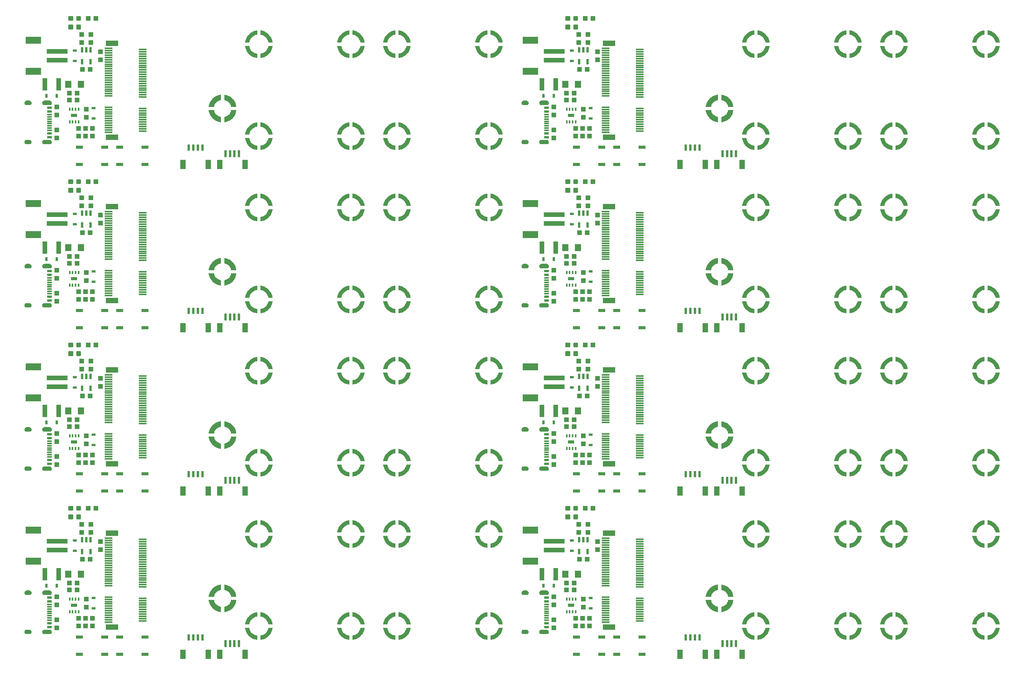
<source format=gtp>
G04 EAGLE Gerber RS-274X export*
G75*
%MOMM*%
%FSLAX34Y34*%
%LPD*%
%INSolderpaste Top*%
%IPPOS*%
%AMOC8*
5,1,8,0,0,1.08239X$1,22.5*%
G01*
%ADD10R,1.000000X0.300000*%
%ADD11R,1.000000X0.600000*%
%ADD12R,1.000000X1.100000*%
%ADD13R,1.524000X0.762000*%
%ADD14R,1.100000X1.000000*%
%ADD15C,0.300000*%
%ADD16R,2.750000X1.200000*%
%ADD17R,1.750000X0.300000*%
%ADD18R,1.200000X2.000000*%
%ADD19R,0.600000X1.350000*%
%ADD20R,4.600000X1.000000*%
%ADD21R,3.400000X1.600000*%
%ADD22R,1.375000X0.800000*%
%ADD23R,0.300000X0.650000*%
%ADD24R,1.400000X1.600000*%
%ADD25R,0.830000X0.630000*%
%ADD26R,1.000000X2.800000*%
%ADD27R,0.550000X1.200000*%
%ADD28R,0.630000X0.830000*%
%ADD29R,0.600000X1.550000*%

G36*
X436789Y467791D02*
X436789Y467791D01*
X436834Y467792D01*
X436885Y467814D01*
X436940Y467827D01*
X436976Y467853D01*
X437016Y467871D01*
X437055Y467912D01*
X437100Y467945D01*
X437123Y467983D01*
X437153Y468015D01*
X437173Y468068D01*
X437202Y468116D01*
X437210Y468167D01*
X437223Y468201D01*
X437222Y468235D01*
X437229Y468280D01*
X437229Y479280D01*
X437219Y479333D01*
X437218Y479386D01*
X437199Y479429D01*
X437190Y479475D01*
X437159Y479519D01*
X437138Y479568D01*
X437104Y479600D01*
X437077Y479639D01*
X437032Y479668D01*
X436993Y479704D01*
X436942Y479725D01*
X436910Y479746D01*
X436878Y479751D01*
X436839Y479767D01*
X434104Y480378D01*
X431540Y481406D01*
X429176Y482833D01*
X427072Y484622D01*
X425283Y486726D01*
X423856Y489090D01*
X422828Y491654D01*
X422217Y494389D01*
X422195Y494438D01*
X422183Y494490D01*
X422155Y494528D01*
X422136Y494570D01*
X422097Y494607D01*
X422065Y494650D01*
X422025Y494674D01*
X421991Y494706D01*
X421940Y494724D01*
X421894Y494752D01*
X421840Y494761D01*
X421804Y494774D01*
X421772Y494772D01*
X421730Y494779D01*
X410730Y494779D01*
X410675Y494768D01*
X410619Y494767D01*
X410578Y494748D01*
X410535Y494740D01*
X410489Y494708D01*
X410438Y494685D01*
X410408Y494652D01*
X410371Y494627D01*
X410341Y494580D01*
X410303Y494538D01*
X410288Y494497D01*
X410264Y494460D01*
X410255Y494404D01*
X410236Y494351D01*
X410237Y494299D01*
X410231Y494263D01*
X410239Y494231D01*
X410239Y494226D01*
X410239Y494224D01*
X410239Y494223D01*
X410240Y494185D01*
X411079Y489864D01*
X411091Y489835D01*
X411099Y489793D01*
X412568Y485643D01*
X412584Y485616D01*
X412598Y485576D01*
X414664Y481689D01*
X414684Y481665D01*
X414703Y481627D01*
X417321Y478088D01*
X417345Y478067D01*
X417370Y478032D01*
X420482Y474920D01*
X420497Y474910D01*
X420505Y474899D01*
X420520Y474890D01*
X420538Y474871D01*
X424077Y472253D01*
X424105Y472240D01*
X424139Y472214D01*
X428026Y470148D01*
X428056Y470139D01*
X428093Y470118D01*
X432243Y468649D01*
X432274Y468644D01*
X432314Y468629D01*
X436635Y467790D01*
X436691Y467790D01*
X436747Y467781D01*
X436789Y467791D01*
G37*
G36*
X436789Y1189151D02*
X436789Y1189151D01*
X436834Y1189152D01*
X436885Y1189174D01*
X436940Y1189187D01*
X436976Y1189213D01*
X437016Y1189231D01*
X437055Y1189272D01*
X437100Y1189305D01*
X437123Y1189343D01*
X437153Y1189375D01*
X437173Y1189428D01*
X437202Y1189476D01*
X437210Y1189527D01*
X437223Y1189561D01*
X437222Y1189595D01*
X437229Y1189640D01*
X437229Y1200640D01*
X437219Y1200693D01*
X437218Y1200746D01*
X437199Y1200789D01*
X437190Y1200835D01*
X437159Y1200879D01*
X437138Y1200928D01*
X437104Y1200960D01*
X437077Y1200999D01*
X437032Y1201028D01*
X436993Y1201064D01*
X436942Y1201085D01*
X436910Y1201106D01*
X436878Y1201111D01*
X436839Y1201127D01*
X434104Y1201738D01*
X431540Y1202766D01*
X429176Y1204193D01*
X427072Y1205982D01*
X425283Y1208086D01*
X423856Y1210450D01*
X422828Y1213014D01*
X422217Y1215749D01*
X422195Y1215798D01*
X422183Y1215850D01*
X422155Y1215888D01*
X422136Y1215930D01*
X422097Y1215967D01*
X422065Y1216010D01*
X422025Y1216034D01*
X421991Y1216066D01*
X421940Y1216084D01*
X421894Y1216112D01*
X421840Y1216121D01*
X421804Y1216134D01*
X421772Y1216132D01*
X421730Y1216139D01*
X410730Y1216139D01*
X410675Y1216128D01*
X410619Y1216127D01*
X410578Y1216108D01*
X410535Y1216100D01*
X410489Y1216068D01*
X410438Y1216045D01*
X410408Y1216012D01*
X410371Y1215987D01*
X410341Y1215940D01*
X410303Y1215898D01*
X410288Y1215857D01*
X410264Y1215820D01*
X410255Y1215764D01*
X410236Y1215711D01*
X410237Y1215659D01*
X410231Y1215623D01*
X410239Y1215591D01*
X410239Y1215586D01*
X410239Y1215584D01*
X410239Y1215583D01*
X410240Y1215545D01*
X411079Y1211224D01*
X411091Y1211195D01*
X411099Y1211153D01*
X412568Y1207003D01*
X412584Y1206976D01*
X412598Y1206936D01*
X414664Y1203049D01*
X414684Y1203025D01*
X414703Y1202987D01*
X417321Y1199448D01*
X417345Y1199427D01*
X417370Y1199392D01*
X420482Y1196280D01*
X420497Y1196270D01*
X420505Y1196259D01*
X420520Y1196250D01*
X420538Y1196231D01*
X424077Y1193613D01*
X424105Y1193600D01*
X424139Y1193574D01*
X428026Y1191508D01*
X428056Y1191499D01*
X428093Y1191478D01*
X432243Y1190009D01*
X432274Y1190004D01*
X432314Y1189989D01*
X436635Y1189150D01*
X436691Y1189150D01*
X436747Y1189141D01*
X436789Y1189151D01*
G37*
G36*
X1534069Y1189151D02*
X1534069Y1189151D01*
X1534114Y1189152D01*
X1534165Y1189174D01*
X1534220Y1189187D01*
X1534256Y1189213D01*
X1534296Y1189231D01*
X1534335Y1189272D01*
X1534380Y1189305D01*
X1534403Y1189343D01*
X1534433Y1189375D01*
X1534453Y1189428D01*
X1534482Y1189476D01*
X1534490Y1189527D01*
X1534503Y1189561D01*
X1534502Y1189595D01*
X1534509Y1189640D01*
X1534509Y1200640D01*
X1534499Y1200693D01*
X1534498Y1200746D01*
X1534479Y1200789D01*
X1534470Y1200835D01*
X1534439Y1200879D01*
X1534418Y1200928D01*
X1534384Y1200960D01*
X1534357Y1200999D01*
X1534312Y1201028D01*
X1534273Y1201064D01*
X1534222Y1201085D01*
X1534190Y1201106D01*
X1534158Y1201111D01*
X1534119Y1201127D01*
X1531384Y1201738D01*
X1528820Y1202766D01*
X1526456Y1204193D01*
X1524352Y1205982D01*
X1522563Y1208086D01*
X1521136Y1210450D01*
X1520108Y1213014D01*
X1519497Y1215749D01*
X1519475Y1215798D01*
X1519463Y1215850D01*
X1519435Y1215888D01*
X1519416Y1215930D01*
X1519377Y1215967D01*
X1519345Y1216010D01*
X1519305Y1216034D01*
X1519271Y1216066D01*
X1519220Y1216084D01*
X1519174Y1216112D01*
X1519120Y1216121D01*
X1519084Y1216134D01*
X1519052Y1216132D01*
X1519010Y1216139D01*
X1508010Y1216139D01*
X1507955Y1216128D01*
X1507899Y1216127D01*
X1507858Y1216108D01*
X1507815Y1216100D01*
X1507769Y1216068D01*
X1507718Y1216045D01*
X1507688Y1216012D01*
X1507651Y1215987D01*
X1507621Y1215940D01*
X1507583Y1215898D01*
X1507568Y1215857D01*
X1507544Y1215820D01*
X1507535Y1215764D01*
X1507516Y1215711D01*
X1507517Y1215659D01*
X1507511Y1215623D01*
X1507519Y1215591D01*
X1507519Y1215586D01*
X1507519Y1215584D01*
X1507519Y1215583D01*
X1507520Y1215545D01*
X1508359Y1211224D01*
X1508371Y1211195D01*
X1508379Y1211153D01*
X1509848Y1207003D01*
X1509864Y1206976D01*
X1509878Y1206936D01*
X1511944Y1203049D01*
X1511964Y1203025D01*
X1511983Y1202987D01*
X1514601Y1199448D01*
X1514625Y1199427D01*
X1514650Y1199392D01*
X1517762Y1196280D01*
X1517777Y1196270D01*
X1517785Y1196259D01*
X1517800Y1196250D01*
X1517818Y1196231D01*
X1521357Y1193613D01*
X1521385Y1193600D01*
X1521419Y1193574D01*
X1525306Y1191508D01*
X1525336Y1191499D01*
X1525373Y1191478D01*
X1529523Y1190009D01*
X1529554Y1190004D01*
X1529594Y1189989D01*
X1533915Y1189150D01*
X1533971Y1189150D01*
X1534027Y1189141D01*
X1534069Y1189151D01*
G37*
G36*
X436789Y107111D02*
X436789Y107111D01*
X436834Y107112D01*
X436885Y107134D01*
X436940Y107147D01*
X436976Y107173D01*
X437016Y107191D01*
X437055Y107232D01*
X437100Y107265D01*
X437123Y107303D01*
X437153Y107335D01*
X437173Y107388D01*
X437202Y107436D01*
X437210Y107487D01*
X437223Y107521D01*
X437222Y107555D01*
X437229Y107600D01*
X437229Y118600D01*
X437219Y118653D01*
X437218Y118706D01*
X437199Y118749D01*
X437190Y118795D01*
X437159Y118839D01*
X437138Y118888D01*
X437104Y118920D01*
X437077Y118959D01*
X437032Y118988D01*
X436993Y119024D01*
X436942Y119045D01*
X436910Y119066D01*
X436878Y119071D01*
X436839Y119087D01*
X434104Y119698D01*
X431540Y120726D01*
X429176Y122153D01*
X427072Y123942D01*
X425283Y126046D01*
X423856Y128410D01*
X422828Y130974D01*
X422217Y133709D01*
X422195Y133758D01*
X422183Y133810D01*
X422155Y133848D01*
X422136Y133890D01*
X422097Y133927D01*
X422065Y133970D01*
X422025Y133994D01*
X421991Y134026D01*
X421940Y134044D01*
X421894Y134072D01*
X421840Y134081D01*
X421804Y134094D01*
X421772Y134092D01*
X421730Y134099D01*
X410730Y134099D01*
X410675Y134088D01*
X410619Y134087D01*
X410578Y134068D01*
X410535Y134060D01*
X410489Y134028D01*
X410438Y134005D01*
X410408Y133972D01*
X410371Y133947D01*
X410341Y133900D01*
X410303Y133858D01*
X410288Y133817D01*
X410264Y133780D01*
X410255Y133724D01*
X410236Y133671D01*
X410237Y133619D01*
X410231Y133583D01*
X410239Y133551D01*
X410239Y133546D01*
X410239Y133544D01*
X410239Y133543D01*
X410240Y133505D01*
X411079Y129184D01*
X411091Y129155D01*
X411099Y129113D01*
X412568Y124963D01*
X412584Y124936D01*
X412598Y124896D01*
X414664Y121009D01*
X414684Y120985D01*
X414703Y120947D01*
X417321Y117408D01*
X417345Y117387D01*
X417370Y117352D01*
X420482Y114240D01*
X420497Y114230D01*
X420505Y114219D01*
X420520Y114210D01*
X420538Y114191D01*
X424077Y111573D01*
X424105Y111560D01*
X424139Y111534D01*
X428026Y109468D01*
X428056Y109459D01*
X428093Y109438D01*
X432243Y107969D01*
X432274Y107964D01*
X432314Y107949D01*
X436635Y107110D01*
X436691Y107110D01*
X436747Y107101D01*
X436789Y107111D01*
G37*
G36*
X1534069Y828471D02*
X1534069Y828471D01*
X1534114Y828472D01*
X1534165Y828494D01*
X1534220Y828507D01*
X1534256Y828533D01*
X1534296Y828551D01*
X1534335Y828592D01*
X1534380Y828625D01*
X1534403Y828663D01*
X1534433Y828695D01*
X1534453Y828748D01*
X1534482Y828796D01*
X1534490Y828847D01*
X1534503Y828881D01*
X1534502Y828915D01*
X1534509Y828960D01*
X1534509Y839960D01*
X1534499Y840013D01*
X1534498Y840066D01*
X1534479Y840109D01*
X1534470Y840155D01*
X1534439Y840199D01*
X1534418Y840248D01*
X1534384Y840280D01*
X1534357Y840319D01*
X1534312Y840348D01*
X1534273Y840384D01*
X1534222Y840405D01*
X1534190Y840426D01*
X1534158Y840431D01*
X1534119Y840447D01*
X1531384Y841058D01*
X1528820Y842086D01*
X1526456Y843513D01*
X1524352Y845302D01*
X1522563Y847406D01*
X1521136Y849770D01*
X1520108Y852334D01*
X1519497Y855069D01*
X1519475Y855118D01*
X1519463Y855170D01*
X1519435Y855208D01*
X1519416Y855250D01*
X1519377Y855287D01*
X1519345Y855330D01*
X1519305Y855354D01*
X1519271Y855386D01*
X1519220Y855404D01*
X1519174Y855432D01*
X1519120Y855441D01*
X1519084Y855454D01*
X1519052Y855452D01*
X1519010Y855459D01*
X1508010Y855459D01*
X1507955Y855448D01*
X1507899Y855447D01*
X1507858Y855428D01*
X1507815Y855420D01*
X1507769Y855388D01*
X1507718Y855365D01*
X1507688Y855332D01*
X1507651Y855307D01*
X1507621Y855260D01*
X1507583Y855218D01*
X1507568Y855177D01*
X1507544Y855140D01*
X1507535Y855084D01*
X1507516Y855031D01*
X1507517Y854979D01*
X1507511Y854943D01*
X1507519Y854911D01*
X1507519Y854906D01*
X1507519Y854904D01*
X1507519Y854903D01*
X1507520Y854865D01*
X1508359Y850544D01*
X1508371Y850515D01*
X1508379Y850473D01*
X1509848Y846323D01*
X1509864Y846296D01*
X1509878Y846256D01*
X1511944Y842369D01*
X1511964Y842345D01*
X1511983Y842307D01*
X1514601Y838768D01*
X1514625Y838747D01*
X1514650Y838712D01*
X1517762Y835600D01*
X1517777Y835590D01*
X1517785Y835579D01*
X1517800Y835570D01*
X1517818Y835551D01*
X1521357Y832933D01*
X1521385Y832920D01*
X1521419Y832894D01*
X1525306Y830828D01*
X1525336Y830819D01*
X1525373Y830798D01*
X1529523Y829329D01*
X1529554Y829324D01*
X1529594Y829309D01*
X1533915Y828470D01*
X1533971Y828470D01*
X1534027Y828461D01*
X1534069Y828471D01*
G37*
G36*
X436789Y828471D02*
X436789Y828471D01*
X436834Y828472D01*
X436885Y828494D01*
X436940Y828507D01*
X436976Y828533D01*
X437016Y828551D01*
X437055Y828592D01*
X437100Y828625D01*
X437123Y828663D01*
X437153Y828695D01*
X437173Y828748D01*
X437202Y828796D01*
X437210Y828847D01*
X437223Y828881D01*
X437222Y828915D01*
X437229Y828960D01*
X437229Y839960D01*
X437219Y840013D01*
X437218Y840066D01*
X437199Y840109D01*
X437190Y840155D01*
X437159Y840199D01*
X437138Y840248D01*
X437104Y840280D01*
X437077Y840319D01*
X437032Y840348D01*
X436993Y840384D01*
X436942Y840405D01*
X436910Y840426D01*
X436878Y840431D01*
X436839Y840447D01*
X434104Y841058D01*
X431540Y842086D01*
X429176Y843513D01*
X427072Y845302D01*
X425283Y847406D01*
X423856Y849770D01*
X422828Y852334D01*
X422217Y855069D01*
X422195Y855118D01*
X422183Y855170D01*
X422155Y855208D01*
X422136Y855250D01*
X422097Y855287D01*
X422065Y855330D01*
X422025Y855354D01*
X421991Y855386D01*
X421940Y855404D01*
X421894Y855432D01*
X421840Y855441D01*
X421804Y855454D01*
X421772Y855452D01*
X421730Y855459D01*
X410730Y855459D01*
X410675Y855448D01*
X410619Y855447D01*
X410578Y855428D01*
X410535Y855420D01*
X410489Y855388D01*
X410438Y855365D01*
X410408Y855332D01*
X410371Y855307D01*
X410341Y855260D01*
X410303Y855218D01*
X410288Y855177D01*
X410264Y855140D01*
X410255Y855084D01*
X410236Y855031D01*
X410237Y854979D01*
X410231Y854943D01*
X410239Y854911D01*
X410239Y854906D01*
X410239Y854904D01*
X410239Y854903D01*
X410240Y854865D01*
X411079Y850544D01*
X411091Y850515D01*
X411099Y850473D01*
X412568Y846323D01*
X412584Y846296D01*
X412598Y846256D01*
X414664Y842369D01*
X414684Y842345D01*
X414703Y842307D01*
X417321Y838768D01*
X417345Y838747D01*
X417370Y838712D01*
X420482Y835600D01*
X420497Y835590D01*
X420505Y835579D01*
X420520Y835570D01*
X420538Y835551D01*
X424077Y832933D01*
X424105Y832920D01*
X424139Y832894D01*
X428026Y830828D01*
X428056Y830819D01*
X428093Y830798D01*
X432243Y829329D01*
X432274Y829324D01*
X432314Y829309D01*
X436635Y828470D01*
X436691Y828470D01*
X436747Y828461D01*
X436789Y828471D01*
G37*
G36*
X1534069Y467791D02*
X1534069Y467791D01*
X1534114Y467792D01*
X1534165Y467814D01*
X1534220Y467827D01*
X1534256Y467853D01*
X1534296Y467871D01*
X1534335Y467912D01*
X1534380Y467945D01*
X1534403Y467983D01*
X1534433Y468015D01*
X1534453Y468068D01*
X1534482Y468116D01*
X1534490Y468167D01*
X1534503Y468201D01*
X1534502Y468235D01*
X1534509Y468280D01*
X1534509Y479280D01*
X1534499Y479333D01*
X1534498Y479386D01*
X1534479Y479429D01*
X1534470Y479475D01*
X1534439Y479519D01*
X1534418Y479568D01*
X1534384Y479600D01*
X1534357Y479639D01*
X1534312Y479668D01*
X1534273Y479704D01*
X1534222Y479725D01*
X1534190Y479746D01*
X1534158Y479751D01*
X1534119Y479767D01*
X1531384Y480378D01*
X1528820Y481406D01*
X1526456Y482833D01*
X1524352Y484622D01*
X1522563Y486726D01*
X1521136Y489090D01*
X1520108Y491654D01*
X1519497Y494389D01*
X1519475Y494438D01*
X1519463Y494490D01*
X1519435Y494528D01*
X1519416Y494570D01*
X1519377Y494607D01*
X1519345Y494650D01*
X1519305Y494674D01*
X1519271Y494706D01*
X1519220Y494724D01*
X1519174Y494752D01*
X1519120Y494761D01*
X1519084Y494774D01*
X1519052Y494772D01*
X1519010Y494779D01*
X1508010Y494779D01*
X1507955Y494768D01*
X1507899Y494767D01*
X1507858Y494748D01*
X1507815Y494740D01*
X1507769Y494708D01*
X1507718Y494685D01*
X1507688Y494652D01*
X1507651Y494627D01*
X1507621Y494580D01*
X1507583Y494538D01*
X1507568Y494497D01*
X1507544Y494460D01*
X1507535Y494404D01*
X1507516Y494351D01*
X1507517Y494299D01*
X1507511Y494263D01*
X1507519Y494231D01*
X1507519Y494226D01*
X1507519Y494224D01*
X1507519Y494223D01*
X1507520Y494185D01*
X1508359Y489864D01*
X1508371Y489835D01*
X1508379Y489793D01*
X1509848Y485643D01*
X1509864Y485616D01*
X1509878Y485576D01*
X1511944Y481689D01*
X1511964Y481665D01*
X1511983Y481627D01*
X1514601Y478088D01*
X1514625Y478067D01*
X1514650Y478032D01*
X1517762Y474920D01*
X1517777Y474910D01*
X1517785Y474899D01*
X1517800Y474890D01*
X1517818Y474871D01*
X1521357Y472253D01*
X1521385Y472240D01*
X1521419Y472214D01*
X1525306Y470148D01*
X1525336Y470139D01*
X1525373Y470118D01*
X1529523Y468649D01*
X1529554Y468644D01*
X1529594Y468629D01*
X1533915Y467790D01*
X1533971Y467790D01*
X1534027Y467781D01*
X1534069Y467791D01*
G37*
G36*
X1534069Y107111D02*
X1534069Y107111D01*
X1534114Y107112D01*
X1534165Y107134D01*
X1534220Y107147D01*
X1534256Y107173D01*
X1534296Y107191D01*
X1534335Y107232D01*
X1534380Y107265D01*
X1534403Y107303D01*
X1534433Y107335D01*
X1534453Y107388D01*
X1534482Y107436D01*
X1534490Y107487D01*
X1534503Y107521D01*
X1534502Y107555D01*
X1534509Y107600D01*
X1534509Y118600D01*
X1534499Y118653D01*
X1534498Y118706D01*
X1534479Y118749D01*
X1534470Y118795D01*
X1534439Y118839D01*
X1534418Y118888D01*
X1534384Y118920D01*
X1534357Y118959D01*
X1534312Y118988D01*
X1534273Y119024D01*
X1534222Y119045D01*
X1534190Y119066D01*
X1534158Y119071D01*
X1534119Y119087D01*
X1531384Y119698D01*
X1528820Y120726D01*
X1526456Y122153D01*
X1524352Y123942D01*
X1522563Y126046D01*
X1521136Y128410D01*
X1520108Y130974D01*
X1519497Y133709D01*
X1519475Y133758D01*
X1519463Y133810D01*
X1519435Y133848D01*
X1519416Y133890D01*
X1519377Y133927D01*
X1519345Y133970D01*
X1519305Y133994D01*
X1519271Y134026D01*
X1519220Y134044D01*
X1519174Y134072D01*
X1519120Y134081D01*
X1519084Y134094D01*
X1519052Y134092D01*
X1519010Y134099D01*
X1508010Y134099D01*
X1507955Y134088D01*
X1507899Y134087D01*
X1507858Y134068D01*
X1507815Y134060D01*
X1507769Y134028D01*
X1507718Y134005D01*
X1507688Y133972D01*
X1507651Y133947D01*
X1507621Y133900D01*
X1507583Y133858D01*
X1507568Y133817D01*
X1507544Y133780D01*
X1507535Y133724D01*
X1507516Y133671D01*
X1507517Y133619D01*
X1507511Y133583D01*
X1507519Y133551D01*
X1507519Y133546D01*
X1507519Y133544D01*
X1507519Y133543D01*
X1507520Y133505D01*
X1508359Y129184D01*
X1508371Y129155D01*
X1508379Y129113D01*
X1509848Y124963D01*
X1509864Y124936D01*
X1509878Y124896D01*
X1511944Y121009D01*
X1511964Y120985D01*
X1511983Y120947D01*
X1514601Y117408D01*
X1514625Y117387D01*
X1514650Y117352D01*
X1517762Y114240D01*
X1517777Y114230D01*
X1517785Y114219D01*
X1517800Y114210D01*
X1517818Y114191D01*
X1521357Y111573D01*
X1521385Y111560D01*
X1521419Y111534D01*
X1525306Y109468D01*
X1525336Y109459D01*
X1525373Y109438D01*
X1529523Y107969D01*
X1529554Y107964D01*
X1529594Y107949D01*
X1533915Y107110D01*
X1533971Y107110D01*
X1534027Y107101D01*
X1534069Y107111D01*
G37*
G36*
X1519063Y1223151D02*
X1519063Y1223151D01*
X1519116Y1223152D01*
X1519159Y1223171D01*
X1519205Y1223180D01*
X1519249Y1223211D01*
X1519298Y1223232D01*
X1519330Y1223266D01*
X1519369Y1223293D01*
X1519398Y1223338D01*
X1519434Y1223377D01*
X1519455Y1223428D01*
X1519476Y1223460D01*
X1519481Y1223492D01*
X1519497Y1223531D01*
X1520108Y1226266D01*
X1521136Y1228830D01*
X1522563Y1231194D01*
X1524352Y1233298D01*
X1526456Y1235087D01*
X1528820Y1236514D01*
X1531384Y1237542D01*
X1534119Y1238153D01*
X1534168Y1238175D01*
X1534220Y1238187D01*
X1534258Y1238215D01*
X1534300Y1238234D01*
X1534337Y1238273D01*
X1534380Y1238305D01*
X1534404Y1238345D01*
X1534436Y1238379D01*
X1534454Y1238430D01*
X1534482Y1238476D01*
X1534491Y1238530D01*
X1534504Y1238566D01*
X1534502Y1238598D01*
X1534509Y1238640D01*
X1534509Y1249640D01*
X1534498Y1249695D01*
X1534497Y1249751D01*
X1534478Y1249792D01*
X1534470Y1249835D01*
X1534438Y1249881D01*
X1534415Y1249933D01*
X1534382Y1249962D01*
X1534357Y1249999D01*
X1534310Y1250029D01*
X1534268Y1250067D01*
X1534227Y1250082D01*
X1534190Y1250106D01*
X1534134Y1250115D01*
X1534081Y1250134D01*
X1534029Y1250133D01*
X1533993Y1250139D01*
X1533961Y1250131D01*
X1533915Y1250130D01*
X1529594Y1249291D01*
X1529565Y1249279D01*
X1529523Y1249271D01*
X1525373Y1247802D01*
X1525346Y1247786D01*
X1525306Y1247772D01*
X1521419Y1245706D01*
X1521395Y1245686D01*
X1521357Y1245667D01*
X1517818Y1243049D01*
X1517797Y1243025D01*
X1517762Y1243000D01*
X1514650Y1239888D01*
X1514632Y1239862D01*
X1514601Y1239832D01*
X1511983Y1236294D01*
X1511970Y1236265D01*
X1511944Y1236231D01*
X1509878Y1232344D01*
X1509871Y1232321D01*
X1509862Y1232307D01*
X1509861Y1232299D01*
X1509848Y1232277D01*
X1508379Y1228127D01*
X1508374Y1228096D01*
X1508359Y1228056D01*
X1507520Y1223735D01*
X1507520Y1223679D01*
X1507511Y1223623D01*
X1507521Y1223581D01*
X1507522Y1223536D01*
X1507544Y1223485D01*
X1507557Y1223430D01*
X1507583Y1223395D01*
X1507601Y1223354D01*
X1507642Y1223315D01*
X1507675Y1223270D01*
X1507713Y1223247D01*
X1507745Y1223217D01*
X1507798Y1223197D01*
X1507846Y1223168D01*
X1507897Y1223160D01*
X1507931Y1223147D01*
X1507965Y1223148D01*
X1508010Y1223141D01*
X1519010Y1223141D01*
X1519063Y1223151D01*
G37*
G36*
X421783Y1223151D02*
X421783Y1223151D01*
X421836Y1223152D01*
X421879Y1223171D01*
X421925Y1223180D01*
X421969Y1223211D01*
X422018Y1223232D01*
X422050Y1223266D01*
X422089Y1223293D01*
X422118Y1223338D01*
X422154Y1223377D01*
X422175Y1223428D01*
X422196Y1223460D01*
X422201Y1223492D01*
X422217Y1223531D01*
X422828Y1226266D01*
X423856Y1228830D01*
X425283Y1231194D01*
X427072Y1233298D01*
X429176Y1235087D01*
X431540Y1236514D01*
X434104Y1237542D01*
X436839Y1238153D01*
X436888Y1238175D01*
X436940Y1238187D01*
X436978Y1238215D01*
X437020Y1238234D01*
X437057Y1238273D01*
X437100Y1238305D01*
X437124Y1238345D01*
X437156Y1238379D01*
X437174Y1238430D01*
X437202Y1238476D01*
X437211Y1238530D01*
X437224Y1238566D01*
X437222Y1238598D01*
X437229Y1238640D01*
X437229Y1249640D01*
X437218Y1249695D01*
X437217Y1249751D01*
X437198Y1249792D01*
X437190Y1249835D01*
X437158Y1249881D01*
X437135Y1249933D01*
X437102Y1249962D01*
X437077Y1249999D01*
X437030Y1250029D01*
X436988Y1250067D01*
X436947Y1250082D01*
X436910Y1250106D01*
X436854Y1250115D01*
X436801Y1250134D01*
X436749Y1250133D01*
X436713Y1250139D01*
X436681Y1250131D01*
X436635Y1250130D01*
X432314Y1249291D01*
X432285Y1249279D01*
X432243Y1249271D01*
X428093Y1247802D01*
X428066Y1247786D01*
X428026Y1247772D01*
X424139Y1245706D01*
X424115Y1245686D01*
X424077Y1245667D01*
X420538Y1243049D01*
X420517Y1243025D01*
X420482Y1243000D01*
X417370Y1239888D01*
X417352Y1239862D01*
X417321Y1239832D01*
X414703Y1236294D01*
X414690Y1236265D01*
X414664Y1236231D01*
X412598Y1232344D01*
X412591Y1232321D01*
X412582Y1232307D01*
X412581Y1232299D01*
X412568Y1232277D01*
X411099Y1228127D01*
X411094Y1228096D01*
X411079Y1228056D01*
X410240Y1223735D01*
X410240Y1223679D01*
X410231Y1223623D01*
X410241Y1223581D01*
X410242Y1223536D01*
X410264Y1223485D01*
X410277Y1223430D01*
X410303Y1223395D01*
X410321Y1223354D01*
X410362Y1223315D01*
X410395Y1223270D01*
X410433Y1223247D01*
X410465Y1223217D01*
X410518Y1223197D01*
X410566Y1223168D01*
X410617Y1223160D01*
X410651Y1223147D01*
X410685Y1223148D01*
X410730Y1223141D01*
X421730Y1223141D01*
X421783Y1223151D01*
G37*
G36*
X1519063Y501791D02*
X1519063Y501791D01*
X1519116Y501792D01*
X1519159Y501811D01*
X1519205Y501820D01*
X1519249Y501851D01*
X1519298Y501872D01*
X1519330Y501906D01*
X1519369Y501933D01*
X1519398Y501978D01*
X1519434Y502017D01*
X1519455Y502068D01*
X1519476Y502100D01*
X1519481Y502132D01*
X1519497Y502171D01*
X1520108Y504906D01*
X1521136Y507470D01*
X1522563Y509834D01*
X1524352Y511938D01*
X1526456Y513727D01*
X1528820Y515154D01*
X1531384Y516182D01*
X1534119Y516793D01*
X1534168Y516815D01*
X1534220Y516827D01*
X1534258Y516855D01*
X1534300Y516874D01*
X1534337Y516913D01*
X1534380Y516945D01*
X1534404Y516985D01*
X1534436Y517019D01*
X1534454Y517070D01*
X1534482Y517116D01*
X1534491Y517170D01*
X1534504Y517206D01*
X1534502Y517238D01*
X1534509Y517280D01*
X1534509Y528280D01*
X1534498Y528335D01*
X1534497Y528391D01*
X1534478Y528432D01*
X1534470Y528475D01*
X1534438Y528521D01*
X1534415Y528573D01*
X1534382Y528602D01*
X1534357Y528639D01*
X1534310Y528669D01*
X1534268Y528707D01*
X1534227Y528722D01*
X1534190Y528746D01*
X1534134Y528755D01*
X1534081Y528774D01*
X1534029Y528773D01*
X1533993Y528779D01*
X1533961Y528771D01*
X1533915Y528770D01*
X1529594Y527931D01*
X1529565Y527919D01*
X1529523Y527911D01*
X1525373Y526442D01*
X1525346Y526426D01*
X1525306Y526412D01*
X1521419Y524346D01*
X1521395Y524326D01*
X1521357Y524307D01*
X1517818Y521689D01*
X1517797Y521665D01*
X1517762Y521640D01*
X1514650Y518528D01*
X1514632Y518502D01*
X1514601Y518472D01*
X1511983Y514934D01*
X1511970Y514905D01*
X1511944Y514871D01*
X1509878Y510984D01*
X1509871Y510961D01*
X1509862Y510947D01*
X1509861Y510939D01*
X1509848Y510917D01*
X1508379Y506767D01*
X1508374Y506736D01*
X1508359Y506696D01*
X1507520Y502375D01*
X1507520Y502319D01*
X1507511Y502263D01*
X1507521Y502221D01*
X1507522Y502176D01*
X1507544Y502125D01*
X1507557Y502070D01*
X1507583Y502035D01*
X1507601Y501994D01*
X1507642Y501955D01*
X1507675Y501910D01*
X1507713Y501887D01*
X1507745Y501857D01*
X1507798Y501837D01*
X1507846Y501808D01*
X1507897Y501800D01*
X1507931Y501787D01*
X1507965Y501788D01*
X1508010Y501781D01*
X1519010Y501781D01*
X1519063Y501791D01*
G37*
G36*
X421783Y501791D02*
X421783Y501791D01*
X421836Y501792D01*
X421879Y501811D01*
X421925Y501820D01*
X421969Y501851D01*
X422018Y501872D01*
X422050Y501906D01*
X422089Y501933D01*
X422118Y501978D01*
X422154Y502017D01*
X422175Y502068D01*
X422196Y502100D01*
X422201Y502132D01*
X422217Y502171D01*
X422828Y504906D01*
X423856Y507470D01*
X425283Y509834D01*
X427072Y511938D01*
X429176Y513727D01*
X431540Y515154D01*
X434104Y516182D01*
X436839Y516793D01*
X436888Y516815D01*
X436940Y516827D01*
X436978Y516855D01*
X437020Y516874D01*
X437057Y516913D01*
X437100Y516945D01*
X437124Y516985D01*
X437156Y517019D01*
X437174Y517070D01*
X437202Y517116D01*
X437211Y517170D01*
X437224Y517206D01*
X437222Y517238D01*
X437229Y517280D01*
X437229Y528280D01*
X437218Y528335D01*
X437217Y528391D01*
X437198Y528432D01*
X437190Y528475D01*
X437158Y528521D01*
X437135Y528573D01*
X437102Y528602D01*
X437077Y528639D01*
X437030Y528669D01*
X436988Y528707D01*
X436947Y528722D01*
X436910Y528746D01*
X436854Y528755D01*
X436801Y528774D01*
X436749Y528773D01*
X436713Y528779D01*
X436681Y528771D01*
X436635Y528770D01*
X432314Y527931D01*
X432285Y527919D01*
X432243Y527911D01*
X428093Y526442D01*
X428066Y526426D01*
X428026Y526412D01*
X424139Y524346D01*
X424115Y524326D01*
X424077Y524307D01*
X420538Y521689D01*
X420517Y521665D01*
X420482Y521640D01*
X417370Y518528D01*
X417352Y518502D01*
X417321Y518472D01*
X414703Y514934D01*
X414690Y514905D01*
X414664Y514871D01*
X412598Y510984D01*
X412591Y510961D01*
X412582Y510947D01*
X412581Y510939D01*
X412568Y510917D01*
X411099Y506767D01*
X411094Y506736D01*
X411079Y506696D01*
X410240Y502375D01*
X410240Y502319D01*
X410231Y502263D01*
X410241Y502221D01*
X410242Y502176D01*
X410264Y502125D01*
X410277Y502070D01*
X410303Y502035D01*
X410321Y501994D01*
X410362Y501955D01*
X410395Y501910D01*
X410433Y501887D01*
X410465Y501857D01*
X410518Y501837D01*
X410566Y501808D01*
X410617Y501800D01*
X410651Y501787D01*
X410685Y501788D01*
X410730Y501781D01*
X421730Y501781D01*
X421783Y501791D01*
G37*
G36*
X1519063Y141111D02*
X1519063Y141111D01*
X1519116Y141112D01*
X1519159Y141131D01*
X1519205Y141140D01*
X1519249Y141171D01*
X1519298Y141192D01*
X1519330Y141226D01*
X1519369Y141253D01*
X1519398Y141298D01*
X1519434Y141337D01*
X1519455Y141388D01*
X1519476Y141420D01*
X1519481Y141452D01*
X1519497Y141491D01*
X1520108Y144226D01*
X1521136Y146790D01*
X1522563Y149154D01*
X1524352Y151258D01*
X1526456Y153047D01*
X1528820Y154474D01*
X1531384Y155502D01*
X1534119Y156113D01*
X1534168Y156135D01*
X1534220Y156147D01*
X1534258Y156175D01*
X1534300Y156194D01*
X1534337Y156233D01*
X1534380Y156265D01*
X1534404Y156305D01*
X1534436Y156339D01*
X1534454Y156390D01*
X1534482Y156436D01*
X1534491Y156490D01*
X1534504Y156526D01*
X1534502Y156558D01*
X1534509Y156600D01*
X1534509Y167600D01*
X1534498Y167655D01*
X1534497Y167711D01*
X1534478Y167752D01*
X1534470Y167795D01*
X1534438Y167841D01*
X1534415Y167893D01*
X1534382Y167922D01*
X1534357Y167959D01*
X1534310Y167989D01*
X1534268Y168027D01*
X1534227Y168042D01*
X1534190Y168066D01*
X1534134Y168075D01*
X1534081Y168094D01*
X1534029Y168093D01*
X1533993Y168099D01*
X1533961Y168091D01*
X1533915Y168090D01*
X1529594Y167251D01*
X1529565Y167239D01*
X1529523Y167231D01*
X1525373Y165762D01*
X1525346Y165746D01*
X1525306Y165732D01*
X1521419Y163666D01*
X1521395Y163646D01*
X1521357Y163627D01*
X1517818Y161009D01*
X1517797Y160985D01*
X1517762Y160960D01*
X1514650Y157848D01*
X1514632Y157822D01*
X1514601Y157792D01*
X1511983Y154254D01*
X1511970Y154225D01*
X1511944Y154191D01*
X1509878Y150304D01*
X1509871Y150281D01*
X1509862Y150267D01*
X1509861Y150259D01*
X1509848Y150237D01*
X1508379Y146087D01*
X1508374Y146056D01*
X1508359Y146016D01*
X1507520Y141695D01*
X1507520Y141639D01*
X1507511Y141583D01*
X1507521Y141541D01*
X1507522Y141496D01*
X1507544Y141445D01*
X1507557Y141390D01*
X1507583Y141355D01*
X1507601Y141314D01*
X1507642Y141275D01*
X1507675Y141230D01*
X1507713Y141207D01*
X1507745Y141177D01*
X1507798Y141157D01*
X1507846Y141128D01*
X1507897Y141120D01*
X1507931Y141107D01*
X1507965Y141108D01*
X1508010Y141101D01*
X1519010Y141101D01*
X1519063Y141111D01*
G37*
G36*
X421783Y141111D02*
X421783Y141111D01*
X421836Y141112D01*
X421879Y141131D01*
X421925Y141140D01*
X421969Y141171D01*
X422018Y141192D01*
X422050Y141226D01*
X422089Y141253D01*
X422118Y141298D01*
X422154Y141337D01*
X422175Y141388D01*
X422196Y141420D01*
X422201Y141452D01*
X422217Y141491D01*
X422828Y144226D01*
X423856Y146790D01*
X425283Y149154D01*
X427072Y151258D01*
X429176Y153047D01*
X431540Y154474D01*
X434104Y155502D01*
X436839Y156113D01*
X436888Y156135D01*
X436940Y156147D01*
X436978Y156175D01*
X437020Y156194D01*
X437057Y156233D01*
X437100Y156265D01*
X437124Y156305D01*
X437156Y156339D01*
X437174Y156390D01*
X437202Y156436D01*
X437211Y156490D01*
X437224Y156526D01*
X437222Y156558D01*
X437229Y156600D01*
X437229Y167600D01*
X437218Y167655D01*
X437217Y167711D01*
X437198Y167752D01*
X437190Y167795D01*
X437158Y167841D01*
X437135Y167893D01*
X437102Y167922D01*
X437077Y167959D01*
X437030Y167989D01*
X436988Y168027D01*
X436947Y168042D01*
X436910Y168066D01*
X436854Y168075D01*
X436801Y168094D01*
X436749Y168093D01*
X436713Y168099D01*
X436681Y168091D01*
X436635Y168090D01*
X432314Y167251D01*
X432285Y167239D01*
X432243Y167231D01*
X428093Y165762D01*
X428066Y165746D01*
X428026Y165732D01*
X424139Y163666D01*
X424115Y163646D01*
X424077Y163627D01*
X420538Y161009D01*
X420517Y160985D01*
X420482Y160960D01*
X417370Y157848D01*
X417352Y157822D01*
X417321Y157792D01*
X414703Y154254D01*
X414690Y154225D01*
X414664Y154191D01*
X412598Y150304D01*
X412591Y150281D01*
X412582Y150267D01*
X412581Y150259D01*
X412568Y150237D01*
X411099Y146087D01*
X411094Y146056D01*
X411079Y146016D01*
X410240Y141695D01*
X410240Y141639D01*
X410231Y141583D01*
X410241Y141541D01*
X410242Y141496D01*
X410264Y141445D01*
X410277Y141390D01*
X410303Y141355D01*
X410321Y141314D01*
X410362Y141275D01*
X410395Y141230D01*
X410433Y141207D01*
X410465Y141177D01*
X410518Y141157D01*
X410566Y141128D01*
X410617Y141120D01*
X410651Y141107D01*
X410685Y141108D01*
X410730Y141101D01*
X421730Y141101D01*
X421783Y141111D01*
G37*
G36*
X421783Y862471D02*
X421783Y862471D01*
X421836Y862472D01*
X421879Y862491D01*
X421925Y862500D01*
X421969Y862531D01*
X422018Y862552D01*
X422050Y862586D01*
X422089Y862613D01*
X422118Y862658D01*
X422154Y862697D01*
X422175Y862748D01*
X422196Y862780D01*
X422201Y862812D01*
X422217Y862851D01*
X422828Y865586D01*
X423856Y868150D01*
X425283Y870514D01*
X427072Y872618D01*
X429176Y874407D01*
X431540Y875834D01*
X434104Y876862D01*
X436839Y877473D01*
X436888Y877495D01*
X436940Y877507D01*
X436978Y877535D01*
X437020Y877554D01*
X437057Y877593D01*
X437100Y877625D01*
X437124Y877665D01*
X437156Y877699D01*
X437174Y877750D01*
X437202Y877796D01*
X437211Y877850D01*
X437224Y877886D01*
X437222Y877918D01*
X437229Y877960D01*
X437229Y888960D01*
X437218Y889015D01*
X437217Y889071D01*
X437198Y889112D01*
X437190Y889155D01*
X437158Y889201D01*
X437135Y889253D01*
X437102Y889282D01*
X437077Y889319D01*
X437030Y889349D01*
X436988Y889387D01*
X436947Y889402D01*
X436910Y889426D01*
X436854Y889435D01*
X436801Y889454D01*
X436749Y889453D01*
X436713Y889459D01*
X436681Y889451D01*
X436635Y889450D01*
X432314Y888611D01*
X432285Y888599D01*
X432243Y888591D01*
X428093Y887122D01*
X428066Y887106D01*
X428026Y887092D01*
X424139Y885026D01*
X424115Y885006D01*
X424077Y884987D01*
X420538Y882369D01*
X420517Y882345D01*
X420482Y882320D01*
X417370Y879208D01*
X417352Y879182D01*
X417321Y879152D01*
X414703Y875614D01*
X414690Y875585D01*
X414664Y875551D01*
X412598Y871664D01*
X412591Y871641D01*
X412582Y871627D01*
X412581Y871619D01*
X412568Y871597D01*
X411099Y867447D01*
X411094Y867416D01*
X411079Y867376D01*
X410240Y863055D01*
X410240Y862999D01*
X410231Y862943D01*
X410241Y862901D01*
X410242Y862856D01*
X410264Y862805D01*
X410277Y862750D01*
X410303Y862715D01*
X410321Y862674D01*
X410362Y862635D01*
X410395Y862590D01*
X410433Y862567D01*
X410465Y862537D01*
X410518Y862517D01*
X410566Y862488D01*
X410617Y862480D01*
X410651Y862467D01*
X410685Y862468D01*
X410730Y862461D01*
X421730Y862461D01*
X421783Y862471D01*
G37*
G36*
X1519063Y862471D02*
X1519063Y862471D01*
X1519116Y862472D01*
X1519159Y862491D01*
X1519205Y862500D01*
X1519249Y862531D01*
X1519298Y862552D01*
X1519330Y862586D01*
X1519369Y862613D01*
X1519398Y862658D01*
X1519434Y862697D01*
X1519455Y862748D01*
X1519476Y862780D01*
X1519481Y862812D01*
X1519497Y862851D01*
X1520108Y865586D01*
X1521136Y868150D01*
X1522563Y870514D01*
X1524352Y872618D01*
X1526456Y874407D01*
X1528820Y875834D01*
X1531384Y876862D01*
X1534119Y877473D01*
X1534168Y877495D01*
X1534220Y877507D01*
X1534258Y877535D01*
X1534300Y877554D01*
X1534337Y877593D01*
X1534380Y877625D01*
X1534404Y877665D01*
X1534436Y877699D01*
X1534454Y877750D01*
X1534482Y877796D01*
X1534491Y877850D01*
X1534504Y877886D01*
X1534502Y877918D01*
X1534509Y877960D01*
X1534509Y888960D01*
X1534498Y889015D01*
X1534497Y889071D01*
X1534478Y889112D01*
X1534470Y889155D01*
X1534438Y889201D01*
X1534415Y889253D01*
X1534382Y889282D01*
X1534357Y889319D01*
X1534310Y889349D01*
X1534268Y889387D01*
X1534227Y889402D01*
X1534190Y889426D01*
X1534134Y889435D01*
X1534081Y889454D01*
X1534029Y889453D01*
X1533993Y889459D01*
X1533961Y889451D01*
X1533915Y889450D01*
X1529594Y888611D01*
X1529565Y888599D01*
X1529523Y888591D01*
X1525373Y887122D01*
X1525346Y887106D01*
X1525306Y887092D01*
X1521419Y885026D01*
X1521395Y885006D01*
X1521357Y884987D01*
X1517818Y882369D01*
X1517797Y882345D01*
X1517762Y882320D01*
X1514650Y879208D01*
X1514632Y879182D01*
X1514601Y879152D01*
X1511983Y875614D01*
X1511970Y875585D01*
X1511944Y875551D01*
X1509878Y871664D01*
X1509871Y871641D01*
X1509862Y871627D01*
X1509861Y871619D01*
X1509848Y871597D01*
X1508379Y867447D01*
X1508374Y867416D01*
X1508359Y867376D01*
X1507520Y863055D01*
X1507520Y862999D01*
X1507511Y862943D01*
X1507521Y862901D01*
X1507522Y862856D01*
X1507544Y862805D01*
X1507557Y862750D01*
X1507583Y862715D01*
X1507601Y862674D01*
X1507642Y862635D01*
X1507675Y862590D01*
X1507713Y862567D01*
X1507745Y862537D01*
X1507798Y862517D01*
X1507846Y862488D01*
X1507897Y862480D01*
X1507931Y862467D01*
X1507965Y862468D01*
X1508010Y862461D01*
X1519010Y862461D01*
X1519063Y862471D01*
G37*
G36*
X470785Y1223152D02*
X470785Y1223152D01*
X470841Y1223153D01*
X470882Y1223172D01*
X470925Y1223180D01*
X470971Y1223212D01*
X471023Y1223235D01*
X471052Y1223268D01*
X471089Y1223293D01*
X471119Y1223340D01*
X471157Y1223382D01*
X471172Y1223423D01*
X471196Y1223460D01*
X471205Y1223516D01*
X471224Y1223569D01*
X471223Y1223621D01*
X471229Y1223657D01*
X471221Y1223689D01*
X471220Y1223735D01*
X470381Y1228056D01*
X470369Y1228085D01*
X470361Y1228127D01*
X468892Y1232277D01*
X468876Y1232304D01*
X468867Y1232331D01*
X468865Y1232337D01*
X468864Y1232339D01*
X468862Y1232344D01*
X466796Y1236231D01*
X466776Y1236255D01*
X466757Y1236294D01*
X464139Y1239832D01*
X464115Y1239853D01*
X464090Y1239888D01*
X460978Y1243000D01*
X460952Y1243018D01*
X460922Y1243049D01*
X457384Y1245667D01*
X457355Y1245680D01*
X457321Y1245706D01*
X453434Y1247772D01*
X453404Y1247781D01*
X453367Y1247802D01*
X449217Y1249271D01*
X449186Y1249276D01*
X449146Y1249291D01*
X444825Y1250130D01*
X444769Y1250130D01*
X444713Y1250139D01*
X444671Y1250129D01*
X444626Y1250128D01*
X444575Y1250106D01*
X444520Y1250093D01*
X444485Y1250067D01*
X444444Y1250049D01*
X444405Y1250008D01*
X444360Y1249975D01*
X444337Y1249937D01*
X444307Y1249905D01*
X444287Y1249852D01*
X444258Y1249804D01*
X444250Y1249753D01*
X444237Y1249719D01*
X444238Y1249685D01*
X444231Y1249640D01*
X444231Y1238640D01*
X444241Y1238587D01*
X444242Y1238534D01*
X444261Y1238491D01*
X444270Y1238445D01*
X444301Y1238401D01*
X444322Y1238352D01*
X444356Y1238320D01*
X444383Y1238281D01*
X444428Y1238252D01*
X444467Y1238216D01*
X444518Y1238195D01*
X444550Y1238174D01*
X444582Y1238169D01*
X444621Y1238153D01*
X447356Y1237542D01*
X449920Y1236514D01*
X452284Y1235087D01*
X454388Y1233298D01*
X456177Y1231194D01*
X457604Y1228830D01*
X458632Y1226266D01*
X459243Y1223531D01*
X459265Y1223482D01*
X459277Y1223430D01*
X459305Y1223392D01*
X459324Y1223350D01*
X459363Y1223313D01*
X459395Y1223270D01*
X459435Y1223246D01*
X459469Y1223214D01*
X459520Y1223196D01*
X459566Y1223168D01*
X459620Y1223159D01*
X459656Y1223146D01*
X459688Y1223148D01*
X459730Y1223141D01*
X470730Y1223141D01*
X470785Y1223152D01*
G37*
G36*
X1568065Y1223152D02*
X1568065Y1223152D01*
X1568121Y1223153D01*
X1568162Y1223172D01*
X1568205Y1223180D01*
X1568251Y1223212D01*
X1568303Y1223235D01*
X1568332Y1223268D01*
X1568369Y1223293D01*
X1568399Y1223340D01*
X1568437Y1223382D01*
X1568452Y1223423D01*
X1568476Y1223460D01*
X1568485Y1223516D01*
X1568504Y1223569D01*
X1568503Y1223621D01*
X1568509Y1223657D01*
X1568501Y1223689D01*
X1568500Y1223735D01*
X1567661Y1228056D01*
X1567649Y1228085D01*
X1567641Y1228127D01*
X1566172Y1232277D01*
X1566156Y1232304D01*
X1566147Y1232331D01*
X1566145Y1232337D01*
X1566144Y1232339D01*
X1566142Y1232344D01*
X1564076Y1236231D01*
X1564056Y1236255D01*
X1564037Y1236294D01*
X1561419Y1239832D01*
X1561395Y1239853D01*
X1561370Y1239888D01*
X1558258Y1243000D01*
X1558232Y1243018D01*
X1558202Y1243049D01*
X1554664Y1245667D01*
X1554635Y1245680D01*
X1554601Y1245706D01*
X1550714Y1247772D01*
X1550684Y1247781D01*
X1550647Y1247802D01*
X1546497Y1249271D01*
X1546466Y1249276D01*
X1546426Y1249291D01*
X1542105Y1250130D01*
X1542049Y1250130D01*
X1541993Y1250139D01*
X1541951Y1250129D01*
X1541906Y1250128D01*
X1541855Y1250106D01*
X1541800Y1250093D01*
X1541765Y1250067D01*
X1541724Y1250049D01*
X1541685Y1250008D01*
X1541640Y1249975D01*
X1541617Y1249937D01*
X1541587Y1249905D01*
X1541567Y1249852D01*
X1541538Y1249804D01*
X1541530Y1249753D01*
X1541517Y1249719D01*
X1541518Y1249685D01*
X1541511Y1249640D01*
X1541511Y1238640D01*
X1541521Y1238587D01*
X1541522Y1238534D01*
X1541541Y1238491D01*
X1541550Y1238445D01*
X1541581Y1238401D01*
X1541602Y1238352D01*
X1541636Y1238320D01*
X1541663Y1238281D01*
X1541708Y1238252D01*
X1541747Y1238216D01*
X1541798Y1238195D01*
X1541830Y1238174D01*
X1541862Y1238169D01*
X1541901Y1238153D01*
X1544636Y1237542D01*
X1547200Y1236514D01*
X1549564Y1235087D01*
X1551668Y1233298D01*
X1553457Y1231194D01*
X1554884Y1228830D01*
X1555912Y1226266D01*
X1556523Y1223531D01*
X1556545Y1223482D01*
X1556557Y1223430D01*
X1556585Y1223392D01*
X1556604Y1223350D01*
X1556643Y1223313D01*
X1556675Y1223270D01*
X1556715Y1223246D01*
X1556749Y1223214D01*
X1556800Y1223196D01*
X1556846Y1223168D01*
X1556900Y1223159D01*
X1556936Y1223146D01*
X1556968Y1223148D01*
X1557010Y1223141D01*
X1568010Y1223141D01*
X1568065Y1223152D01*
G37*
G36*
X1568065Y501792D02*
X1568065Y501792D01*
X1568121Y501793D01*
X1568162Y501812D01*
X1568205Y501820D01*
X1568251Y501852D01*
X1568303Y501875D01*
X1568332Y501908D01*
X1568369Y501933D01*
X1568399Y501980D01*
X1568437Y502022D01*
X1568452Y502063D01*
X1568476Y502100D01*
X1568485Y502156D01*
X1568504Y502209D01*
X1568503Y502261D01*
X1568509Y502297D01*
X1568501Y502329D01*
X1568500Y502375D01*
X1567661Y506696D01*
X1567649Y506725D01*
X1567641Y506767D01*
X1566172Y510917D01*
X1566156Y510944D01*
X1566147Y510971D01*
X1566145Y510977D01*
X1566144Y510979D01*
X1566142Y510984D01*
X1564076Y514871D01*
X1564056Y514895D01*
X1564037Y514934D01*
X1561419Y518472D01*
X1561395Y518493D01*
X1561370Y518528D01*
X1558258Y521640D01*
X1558232Y521658D01*
X1558202Y521689D01*
X1554664Y524307D01*
X1554635Y524320D01*
X1554601Y524346D01*
X1550714Y526412D01*
X1550684Y526421D01*
X1550647Y526442D01*
X1546497Y527911D01*
X1546466Y527916D01*
X1546426Y527931D01*
X1542105Y528770D01*
X1542049Y528770D01*
X1541993Y528779D01*
X1541951Y528769D01*
X1541906Y528768D01*
X1541855Y528746D01*
X1541800Y528733D01*
X1541765Y528707D01*
X1541724Y528689D01*
X1541685Y528648D01*
X1541640Y528615D01*
X1541617Y528577D01*
X1541587Y528545D01*
X1541567Y528492D01*
X1541538Y528444D01*
X1541530Y528393D01*
X1541517Y528359D01*
X1541518Y528325D01*
X1541511Y528280D01*
X1541511Y517280D01*
X1541521Y517227D01*
X1541522Y517174D01*
X1541541Y517131D01*
X1541550Y517085D01*
X1541581Y517041D01*
X1541602Y516992D01*
X1541636Y516960D01*
X1541663Y516921D01*
X1541708Y516892D01*
X1541747Y516856D01*
X1541798Y516835D01*
X1541830Y516814D01*
X1541862Y516809D01*
X1541901Y516793D01*
X1544636Y516182D01*
X1547200Y515154D01*
X1549564Y513727D01*
X1551668Y511938D01*
X1553457Y509834D01*
X1554884Y507470D01*
X1555912Y504906D01*
X1556523Y502171D01*
X1556545Y502122D01*
X1556557Y502070D01*
X1556585Y502032D01*
X1556604Y501990D01*
X1556643Y501953D01*
X1556675Y501910D01*
X1556715Y501886D01*
X1556749Y501854D01*
X1556800Y501836D01*
X1556846Y501808D01*
X1556900Y501799D01*
X1556936Y501786D01*
X1556968Y501788D01*
X1557010Y501781D01*
X1568010Y501781D01*
X1568065Y501792D01*
G37*
G36*
X470785Y141112D02*
X470785Y141112D01*
X470841Y141113D01*
X470882Y141132D01*
X470925Y141140D01*
X470971Y141172D01*
X471023Y141195D01*
X471052Y141228D01*
X471089Y141253D01*
X471119Y141300D01*
X471157Y141342D01*
X471172Y141383D01*
X471196Y141420D01*
X471205Y141476D01*
X471224Y141529D01*
X471223Y141581D01*
X471229Y141617D01*
X471221Y141649D01*
X471220Y141695D01*
X470381Y146016D01*
X470369Y146045D01*
X470361Y146087D01*
X468892Y150237D01*
X468876Y150264D01*
X468867Y150291D01*
X468865Y150297D01*
X468864Y150299D01*
X468862Y150304D01*
X466796Y154191D01*
X466776Y154215D01*
X466757Y154254D01*
X464139Y157792D01*
X464115Y157813D01*
X464090Y157848D01*
X460978Y160960D01*
X460952Y160978D01*
X460922Y161009D01*
X457384Y163627D01*
X457355Y163640D01*
X457321Y163666D01*
X453434Y165732D01*
X453404Y165741D01*
X453367Y165762D01*
X449217Y167231D01*
X449186Y167236D01*
X449146Y167251D01*
X444825Y168090D01*
X444769Y168090D01*
X444713Y168099D01*
X444671Y168089D01*
X444626Y168088D01*
X444575Y168066D01*
X444520Y168053D01*
X444485Y168027D01*
X444444Y168009D01*
X444405Y167968D01*
X444360Y167935D01*
X444337Y167897D01*
X444307Y167865D01*
X444287Y167812D01*
X444258Y167764D01*
X444250Y167713D01*
X444237Y167679D01*
X444238Y167645D01*
X444231Y167600D01*
X444231Y156600D01*
X444241Y156547D01*
X444242Y156494D01*
X444261Y156451D01*
X444270Y156405D01*
X444301Y156361D01*
X444322Y156312D01*
X444356Y156280D01*
X444383Y156241D01*
X444428Y156212D01*
X444467Y156176D01*
X444518Y156155D01*
X444550Y156134D01*
X444582Y156129D01*
X444621Y156113D01*
X447356Y155502D01*
X449920Y154474D01*
X452284Y153047D01*
X454388Y151258D01*
X456177Y149154D01*
X457604Y146790D01*
X458632Y144226D01*
X459243Y141491D01*
X459265Y141442D01*
X459277Y141390D01*
X459305Y141352D01*
X459324Y141310D01*
X459363Y141273D01*
X459395Y141230D01*
X459435Y141206D01*
X459469Y141174D01*
X459520Y141156D01*
X459566Y141128D01*
X459620Y141119D01*
X459656Y141106D01*
X459688Y141108D01*
X459730Y141101D01*
X470730Y141101D01*
X470785Y141112D01*
G37*
G36*
X1568065Y141112D02*
X1568065Y141112D01*
X1568121Y141113D01*
X1568162Y141132D01*
X1568205Y141140D01*
X1568251Y141172D01*
X1568303Y141195D01*
X1568332Y141228D01*
X1568369Y141253D01*
X1568399Y141300D01*
X1568437Y141342D01*
X1568452Y141383D01*
X1568476Y141420D01*
X1568485Y141476D01*
X1568504Y141529D01*
X1568503Y141581D01*
X1568509Y141617D01*
X1568501Y141649D01*
X1568500Y141695D01*
X1567661Y146016D01*
X1567649Y146045D01*
X1567641Y146087D01*
X1566172Y150237D01*
X1566156Y150264D01*
X1566147Y150291D01*
X1566145Y150297D01*
X1566144Y150299D01*
X1566142Y150304D01*
X1564076Y154191D01*
X1564056Y154215D01*
X1564037Y154254D01*
X1561419Y157792D01*
X1561395Y157813D01*
X1561370Y157848D01*
X1558258Y160960D01*
X1558232Y160978D01*
X1558202Y161009D01*
X1554664Y163627D01*
X1554635Y163640D01*
X1554601Y163666D01*
X1550714Y165732D01*
X1550684Y165741D01*
X1550647Y165762D01*
X1546497Y167231D01*
X1546466Y167236D01*
X1546426Y167251D01*
X1542105Y168090D01*
X1542049Y168090D01*
X1541993Y168099D01*
X1541951Y168089D01*
X1541906Y168088D01*
X1541855Y168066D01*
X1541800Y168053D01*
X1541765Y168027D01*
X1541724Y168009D01*
X1541685Y167968D01*
X1541640Y167935D01*
X1541617Y167897D01*
X1541587Y167865D01*
X1541567Y167812D01*
X1541538Y167764D01*
X1541530Y167713D01*
X1541517Y167679D01*
X1541518Y167645D01*
X1541511Y167600D01*
X1541511Y156600D01*
X1541521Y156547D01*
X1541522Y156494D01*
X1541541Y156451D01*
X1541550Y156405D01*
X1541581Y156361D01*
X1541602Y156312D01*
X1541636Y156280D01*
X1541663Y156241D01*
X1541708Y156212D01*
X1541747Y156176D01*
X1541798Y156155D01*
X1541830Y156134D01*
X1541862Y156129D01*
X1541901Y156113D01*
X1544636Y155502D01*
X1547200Y154474D01*
X1549564Y153047D01*
X1551668Y151258D01*
X1553457Y149154D01*
X1554884Y146790D01*
X1555912Y144226D01*
X1556523Y141491D01*
X1556545Y141442D01*
X1556557Y141390D01*
X1556585Y141352D01*
X1556604Y141310D01*
X1556643Y141273D01*
X1556675Y141230D01*
X1556715Y141206D01*
X1556749Y141174D01*
X1556800Y141156D01*
X1556846Y141128D01*
X1556900Y141119D01*
X1556936Y141106D01*
X1556968Y141108D01*
X1557010Y141101D01*
X1568010Y141101D01*
X1568065Y141112D01*
G37*
G36*
X470785Y501792D02*
X470785Y501792D01*
X470841Y501793D01*
X470882Y501812D01*
X470925Y501820D01*
X470971Y501852D01*
X471023Y501875D01*
X471052Y501908D01*
X471089Y501933D01*
X471119Y501980D01*
X471157Y502022D01*
X471172Y502063D01*
X471196Y502100D01*
X471205Y502156D01*
X471224Y502209D01*
X471223Y502261D01*
X471229Y502297D01*
X471221Y502329D01*
X471220Y502375D01*
X470381Y506696D01*
X470369Y506725D01*
X470361Y506767D01*
X468892Y510917D01*
X468876Y510944D01*
X468867Y510971D01*
X468865Y510977D01*
X468864Y510979D01*
X468862Y510984D01*
X466796Y514871D01*
X466776Y514895D01*
X466757Y514934D01*
X464139Y518472D01*
X464115Y518493D01*
X464090Y518528D01*
X460978Y521640D01*
X460952Y521658D01*
X460922Y521689D01*
X457384Y524307D01*
X457355Y524320D01*
X457321Y524346D01*
X453434Y526412D01*
X453404Y526421D01*
X453367Y526442D01*
X449217Y527911D01*
X449186Y527916D01*
X449146Y527931D01*
X444825Y528770D01*
X444769Y528770D01*
X444713Y528779D01*
X444671Y528769D01*
X444626Y528768D01*
X444575Y528746D01*
X444520Y528733D01*
X444485Y528707D01*
X444444Y528689D01*
X444405Y528648D01*
X444360Y528615D01*
X444337Y528577D01*
X444307Y528545D01*
X444287Y528492D01*
X444258Y528444D01*
X444250Y528393D01*
X444237Y528359D01*
X444238Y528325D01*
X444231Y528280D01*
X444231Y517280D01*
X444241Y517227D01*
X444242Y517174D01*
X444261Y517131D01*
X444270Y517085D01*
X444301Y517041D01*
X444322Y516992D01*
X444356Y516960D01*
X444383Y516921D01*
X444428Y516892D01*
X444467Y516856D01*
X444518Y516835D01*
X444550Y516814D01*
X444582Y516809D01*
X444621Y516793D01*
X447356Y516182D01*
X449920Y515154D01*
X452284Y513727D01*
X454388Y511938D01*
X456177Y509834D01*
X457604Y507470D01*
X458632Y504906D01*
X459243Y502171D01*
X459265Y502122D01*
X459277Y502070D01*
X459305Y502032D01*
X459324Y501990D01*
X459363Y501953D01*
X459395Y501910D01*
X459435Y501886D01*
X459469Y501854D01*
X459520Y501836D01*
X459566Y501808D01*
X459620Y501799D01*
X459656Y501786D01*
X459688Y501788D01*
X459730Y501781D01*
X470730Y501781D01*
X470785Y501792D01*
G37*
G36*
X470785Y862472D02*
X470785Y862472D01*
X470841Y862473D01*
X470882Y862492D01*
X470925Y862500D01*
X470971Y862532D01*
X471023Y862555D01*
X471052Y862588D01*
X471089Y862613D01*
X471119Y862660D01*
X471157Y862702D01*
X471172Y862743D01*
X471196Y862780D01*
X471205Y862836D01*
X471224Y862889D01*
X471223Y862941D01*
X471229Y862977D01*
X471221Y863009D01*
X471220Y863055D01*
X470381Y867376D01*
X470369Y867405D01*
X470361Y867447D01*
X468892Y871597D01*
X468876Y871624D01*
X468867Y871651D01*
X468865Y871657D01*
X468864Y871659D01*
X468862Y871664D01*
X466796Y875551D01*
X466776Y875575D01*
X466757Y875614D01*
X464139Y879152D01*
X464115Y879173D01*
X464090Y879208D01*
X460978Y882320D01*
X460952Y882338D01*
X460922Y882369D01*
X457384Y884987D01*
X457355Y885000D01*
X457321Y885026D01*
X453434Y887092D01*
X453404Y887101D01*
X453367Y887122D01*
X449217Y888591D01*
X449186Y888596D01*
X449146Y888611D01*
X444825Y889450D01*
X444769Y889450D01*
X444713Y889459D01*
X444671Y889449D01*
X444626Y889448D01*
X444575Y889426D01*
X444520Y889413D01*
X444485Y889387D01*
X444444Y889369D01*
X444405Y889328D01*
X444360Y889295D01*
X444337Y889257D01*
X444307Y889225D01*
X444287Y889172D01*
X444258Y889124D01*
X444250Y889073D01*
X444237Y889039D01*
X444238Y889005D01*
X444231Y888960D01*
X444231Y877960D01*
X444241Y877907D01*
X444242Y877854D01*
X444261Y877811D01*
X444270Y877765D01*
X444301Y877721D01*
X444322Y877672D01*
X444356Y877640D01*
X444383Y877601D01*
X444428Y877572D01*
X444467Y877536D01*
X444518Y877515D01*
X444550Y877494D01*
X444582Y877489D01*
X444621Y877473D01*
X447356Y876862D01*
X449920Y875834D01*
X452284Y874407D01*
X454388Y872618D01*
X456177Y870514D01*
X457604Y868150D01*
X458632Y865586D01*
X459243Y862851D01*
X459265Y862802D01*
X459277Y862750D01*
X459305Y862712D01*
X459324Y862670D01*
X459363Y862633D01*
X459395Y862590D01*
X459435Y862566D01*
X459469Y862534D01*
X459520Y862516D01*
X459566Y862488D01*
X459620Y862479D01*
X459656Y862466D01*
X459688Y862468D01*
X459730Y862461D01*
X470730Y862461D01*
X470785Y862472D01*
G37*
G36*
X1568065Y862472D02*
X1568065Y862472D01*
X1568121Y862473D01*
X1568162Y862492D01*
X1568205Y862500D01*
X1568251Y862532D01*
X1568303Y862555D01*
X1568332Y862588D01*
X1568369Y862613D01*
X1568399Y862660D01*
X1568437Y862702D01*
X1568452Y862743D01*
X1568476Y862780D01*
X1568485Y862836D01*
X1568504Y862889D01*
X1568503Y862941D01*
X1568509Y862977D01*
X1568501Y863009D01*
X1568500Y863055D01*
X1567661Y867376D01*
X1567649Y867405D01*
X1567641Y867447D01*
X1566172Y871597D01*
X1566156Y871624D01*
X1566147Y871651D01*
X1566145Y871657D01*
X1566144Y871659D01*
X1566142Y871664D01*
X1564076Y875551D01*
X1564056Y875575D01*
X1564037Y875614D01*
X1561419Y879152D01*
X1561395Y879173D01*
X1561370Y879208D01*
X1558258Y882320D01*
X1558232Y882338D01*
X1558202Y882369D01*
X1554664Y884987D01*
X1554635Y885000D01*
X1554601Y885026D01*
X1550714Y887092D01*
X1550684Y887101D01*
X1550647Y887122D01*
X1546497Y888591D01*
X1546466Y888596D01*
X1546426Y888611D01*
X1542105Y889450D01*
X1542049Y889450D01*
X1541993Y889459D01*
X1541951Y889449D01*
X1541906Y889448D01*
X1541855Y889426D01*
X1541800Y889413D01*
X1541765Y889387D01*
X1541724Y889369D01*
X1541685Y889328D01*
X1541640Y889295D01*
X1541617Y889257D01*
X1541587Y889225D01*
X1541567Y889172D01*
X1541538Y889124D01*
X1541530Y889073D01*
X1541517Y889039D01*
X1541518Y889005D01*
X1541511Y888960D01*
X1541511Y877960D01*
X1541521Y877907D01*
X1541522Y877854D01*
X1541541Y877811D01*
X1541550Y877765D01*
X1541581Y877721D01*
X1541602Y877672D01*
X1541636Y877640D01*
X1541663Y877601D01*
X1541708Y877572D01*
X1541747Y877536D01*
X1541798Y877515D01*
X1541830Y877494D01*
X1541862Y877489D01*
X1541901Y877473D01*
X1544636Y876862D01*
X1547200Y875834D01*
X1549564Y874407D01*
X1551668Y872618D01*
X1553457Y870514D01*
X1554884Y868150D01*
X1555912Y865586D01*
X1556523Y862851D01*
X1556545Y862802D01*
X1556557Y862750D01*
X1556585Y862712D01*
X1556604Y862670D01*
X1556643Y862633D01*
X1556675Y862590D01*
X1556715Y862566D01*
X1556749Y862534D01*
X1556800Y862516D01*
X1556846Y862488D01*
X1556900Y862479D01*
X1556936Y862466D01*
X1556968Y862468D01*
X1557010Y862461D01*
X1568010Y862461D01*
X1568065Y862472D01*
G37*
G36*
X444779Y107109D02*
X444779Y107109D01*
X444825Y107110D01*
X449146Y107949D01*
X449175Y107961D01*
X449217Y107969D01*
X453367Y109438D01*
X453394Y109454D01*
X453434Y109468D01*
X457321Y111534D01*
X457345Y111554D01*
X457384Y111573D01*
X460922Y114191D01*
X460943Y114215D01*
X460978Y114240D01*
X464090Y117352D01*
X464108Y117379D01*
X464139Y117408D01*
X466757Y120947D01*
X466770Y120975D01*
X466796Y121009D01*
X468862Y124896D01*
X468871Y124926D01*
X468892Y124963D01*
X470361Y129113D01*
X470366Y129144D01*
X470381Y129184D01*
X471220Y133505D01*
X471220Y133561D01*
X471229Y133617D01*
X471219Y133659D01*
X471218Y133704D01*
X471196Y133755D01*
X471183Y133810D01*
X471157Y133846D01*
X471139Y133886D01*
X471098Y133925D01*
X471065Y133970D01*
X471027Y133993D01*
X470995Y134023D01*
X470942Y134043D01*
X470894Y134072D01*
X470843Y134080D01*
X470809Y134093D01*
X470775Y134092D01*
X470730Y134099D01*
X459730Y134099D01*
X459677Y134089D01*
X459624Y134088D01*
X459581Y134069D01*
X459535Y134060D01*
X459491Y134029D01*
X459442Y134008D01*
X459410Y133974D01*
X459371Y133947D01*
X459342Y133902D01*
X459306Y133863D01*
X459285Y133812D01*
X459264Y133780D01*
X459259Y133748D01*
X459256Y133742D01*
X459255Y133741D01*
X459255Y133740D01*
X459243Y133709D01*
X458632Y130974D01*
X457604Y128410D01*
X456177Y126046D01*
X454388Y123942D01*
X452284Y122153D01*
X449920Y120726D01*
X447356Y119698D01*
X444621Y119087D01*
X444572Y119065D01*
X444520Y119053D01*
X444482Y119025D01*
X444440Y119006D01*
X444403Y118967D01*
X444360Y118935D01*
X444336Y118895D01*
X444304Y118861D01*
X444286Y118810D01*
X444258Y118764D01*
X444249Y118710D01*
X444236Y118674D01*
X444238Y118642D01*
X444231Y118600D01*
X444231Y107600D01*
X444242Y107545D01*
X444243Y107489D01*
X444262Y107448D01*
X444270Y107405D01*
X444302Y107359D01*
X444325Y107308D01*
X444358Y107278D01*
X444383Y107241D01*
X444430Y107211D01*
X444472Y107173D01*
X444513Y107158D01*
X444550Y107134D01*
X444606Y107125D01*
X444659Y107106D01*
X444711Y107107D01*
X444747Y107101D01*
X444779Y107109D01*
G37*
G36*
X1542059Y467789D02*
X1542059Y467789D01*
X1542105Y467790D01*
X1546426Y468629D01*
X1546455Y468641D01*
X1546497Y468649D01*
X1550647Y470118D01*
X1550674Y470134D01*
X1550714Y470148D01*
X1554601Y472214D01*
X1554625Y472234D01*
X1554664Y472253D01*
X1558202Y474871D01*
X1558223Y474895D01*
X1558258Y474920D01*
X1561370Y478032D01*
X1561388Y478059D01*
X1561419Y478088D01*
X1564037Y481627D01*
X1564050Y481655D01*
X1564076Y481689D01*
X1566142Y485576D01*
X1566151Y485606D01*
X1566172Y485643D01*
X1567641Y489793D01*
X1567646Y489824D01*
X1567661Y489864D01*
X1568500Y494185D01*
X1568500Y494241D01*
X1568509Y494297D01*
X1568499Y494339D01*
X1568498Y494384D01*
X1568476Y494435D01*
X1568463Y494490D01*
X1568437Y494526D01*
X1568419Y494566D01*
X1568378Y494605D01*
X1568345Y494650D01*
X1568307Y494673D01*
X1568275Y494703D01*
X1568222Y494723D01*
X1568174Y494752D01*
X1568123Y494760D01*
X1568089Y494773D01*
X1568055Y494772D01*
X1568010Y494779D01*
X1557010Y494779D01*
X1556957Y494769D01*
X1556904Y494768D01*
X1556861Y494749D01*
X1556815Y494740D01*
X1556771Y494709D01*
X1556722Y494688D01*
X1556690Y494654D01*
X1556651Y494627D01*
X1556622Y494582D01*
X1556586Y494543D01*
X1556565Y494492D01*
X1556544Y494460D01*
X1556539Y494428D01*
X1556536Y494422D01*
X1556535Y494421D01*
X1556535Y494420D01*
X1556523Y494389D01*
X1555912Y491654D01*
X1554884Y489090D01*
X1553457Y486726D01*
X1551668Y484622D01*
X1549564Y482833D01*
X1547200Y481406D01*
X1544636Y480378D01*
X1541901Y479767D01*
X1541852Y479745D01*
X1541800Y479733D01*
X1541762Y479705D01*
X1541720Y479686D01*
X1541683Y479647D01*
X1541640Y479615D01*
X1541616Y479575D01*
X1541584Y479541D01*
X1541566Y479490D01*
X1541538Y479444D01*
X1541529Y479390D01*
X1541516Y479354D01*
X1541518Y479322D01*
X1541511Y479280D01*
X1541511Y468280D01*
X1541522Y468225D01*
X1541523Y468169D01*
X1541542Y468128D01*
X1541550Y468085D01*
X1541582Y468039D01*
X1541605Y467988D01*
X1541638Y467958D01*
X1541663Y467921D01*
X1541710Y467891D01*
X1541752Y467853D01*
X1541793Y467838D01*
X1541830Y467814D01*
X1541886Y467805D01*
X1541939Y467786D01*
X1541991Y467787D01*
X1542027Y467781D01*
X1542059Y467789D01*
G37*
G36*
X444779Y1189149D02*
X444779Y1189149D01*
X444825Y1189150D01*
X449146Y1189989D01*
X449175Y1190001D01*
X449217Y1190009D01*
X453367Y1191478D01*
X453394Y1191494D01*
X453434Y1191508D01*
X457321Y1193574D01*
X457345Y1193594D01*
X457384Y1193613D01*
X460922Y1196231D01*
X460943Y1196255D01*
X460978Y1196280D01*
X464090Y1199392D01*
X464108Y1199419D01*
X464139Y1199448D01*
X466757Y1202987D01*
X466770Y1203015D01*
X466796Y1203049D01*
X468862Y1206936D01*
X468871Y1206966D01*
X468892Y1207003D01*
X470361Y1211153D01*
X470366Y1211184D01*
X470381Y1211224D01*
X471220Y1215545D01*
X471220Y1215601D01*
X471229Y1215657D01*
X471219Y1215699D01*
X471218Y1215744D01*
X471196Y1215795D01*
X471183Y1215850D01*
X471157Y1215886D01*
X471139Y1215926D01*
X471098Y1215965D01*
X471065Y1216010D01*
X471027Y1216033D01*
X470995Y1216063D01*
X470942Y1216083D01*
X470894Y1216112D01*
X470843Y1216120D01*
X470809Y1216133D01*
X470775Y1216132D01*
X470730Y1216139D01*
X459730Y1216139D01*
X459677Y1216129D01*
X459624Y1216128D01*
X459581Y1216109D01*
X459535Y1216100D01*
X459491Y1216069D01*
X459442Y1216048D01*
X459410Y1216014D01*
X459371Y1215987D01*
X459342Y1215942D01*
X459306Y1215903D01*
X459285Y1215852D01*
X459264Y1215820D01*
X459259Y1215788D01*
X459256Y1215782D01*
X459255Y1215781D01*
X459255Y1215780D01*
X459243Y1215749D01*
X458632Y1213014D01*
X457604Y1210450D01*
X456177Y1208086D01*
X454388Y1205982D01*
X452284Y1204193D01*
X449920Y1202766D01*
X447356Y1201738D01*
X444621Y1201127D01*
X444572Y1201105D01*
X444520Y1201093D01*
X444482Y1201065D01*
X444440Y1201046D01*
X444403Y1201007D01*
X444360Y1200975D01*
X444336Y1200935D01*
X444304Y1200901D01*
X444286Y1200850D01*
X444258Y1200804D01*
X444249Y1200750D01*
X444236Y1200714D01*
X444238Y1200682D01*
X444231Y1200640D01*
X444231Y1189640D01*
X444242Y1189585D01*
X444243Y1189529D01*
X444262Y1189488D01*
X444270Y1189445D01*
X444302Y1189399D01*
X444325Y1189348D01*
X444358Y1189318D01*
X444383Y1189281D01*
X444430Y1189251D01*
X444472Y1189213D01*
X444513Y1189198D01*
X444550Y1189174D01*
X444606Y1189165D01*
X444659Y1189146D01*
X444711Y1189147D01*
X444747Y1189141D01*
X444779Y1189149D01*
G37*
G36*
X1542059Y828469D02*
X1542059Y828469D01*
X1542105Y828470D01*
X1546426Y829309D01*
X1546455Y829321D01*
X1546497Y829329D01*
X1550647Y830798D01*
X1550674Y830814D01*
X1550714Y830828D01*
X1554601Y832894D01*
X1554625Y832914D01*
X1554664Y832933D01*
X1558202Y835551D01*
X1558223Y835575D01*
X1558258Y835600D01*
X1561370Y838712D01*
X1561388Y838739D01*
X1561419Y838768D01*
X1564037Y842307D01*
X1564050Y842335D01*
X1564076Y842369D01*
X1566142Y846256D01*
X1566151Y846286D01*
X1566172Y846323D01*
X1567641Y850473D01*
X1567646Y850504D01*
X1567661Y850544D01*
X1568500Y854865D01*
X1568500Y854921D01*
X1568509Y854977D01*
X1568499Y855019D01*
X1568498Y855064D01*
X1568476Y855115D01*
X1568463Y855170D01*
X1568437Y855206D01*
X1568419Y855246D01*
X1568378Y855285D01*
X1568345Y855330D01*
X1568307Y855353D01*
X1568275Y855383D01*
X1568222Y855403D01*
X1568174Y855432D01*
X1568123Y855440D01*
X1568089Y855453D01*
X1568055Y855452D01*
X1568010Y855459D01*
X1557010Y855459D01*
X1556957Y855449D01*
X1556904Y855448D01*
X1556861Y855429D01*
X1556815Y855420D01*
X1556771Y855389D01*
X1556722Y855368D01*
X1556690Y855334D01*
X1556651Y855307D01*
X1556622Y855262D01*
X1556586Y855223D01*
X1556565Y855172D01*
X1556544Y855140D01*
X1556539Y855108D01*
X1556536Y855102D01*
X1556535Y855101D01*
X1556535Y855100D01*
X1556523Y855069D01*
X1555912Y852334D01*
X1554884Y849770D01*
X1553457Y847406D01*
X1551668Y845302D01*
X1549564Y843513D01*
X1547200Y842086D01*
X1544636Y841058D01*
X1541901Y840447D01*
X1541852Y840425D01*
X1541800Y840413D01*
X1541762Y840385D01*
X1541720Y840366D01*
X1541683Y840327D01*
X1541640Y840295D01*
X1541616Y840255D01*
X1541584Y840221D01*
X1541566Y840170D01*
X1541538Y840124D01*
X1541529Y840070D01*
X1541516Y840034D01*
X1541518Y840002D01*
X1541511Y839960D01*
X1541511Y828960D01*
X1541522Y828905D01*
X1541523Y828849D01*
X1541542Y828808D01*
X1541550Y828765D01*
X1541582Y828719D01*
X1541605Y828668D01*
X1541638Y828638D01*
X1541663Y828601D01*
X1541710Y828571D01*
X1541752Y828533D01*
X1541793Y828518D01*
X1541830Y828494D01*
X1541886Y828485D01*
X1541939Y828466D01*
X1541991Y828467D01*
X1542027Y828461D01*
X1542059Y828469D01*
G37*
G36*
X444779Y828469D02*
X444779Y828469D01*
X444825Y828470D01*
X449146Y829309D01*
X449175Y829321D01*
X449217Y829329D01*
X453367Y830798D01*
X453394Y830814D01*
X453434Y830828D01*
X457321Y832894D01*
X457345Y832914D01*
X457384Y832933D01*
X460922Y835551D01*
X460943Y835575D01*
X460978Y835600D01*
X464090Y838712D01*
X464108Y838739D01*
X464139Y838768D01*
X466757Y842307D01*
X466770Y842335D01*
X466796Y842369D01*
X468862Y846256D01*
X468871Y846286D01*
X468892Y846323D01*
X470361Y850473D01*
X470366Y850504D01*
X470381Y850544D01*
X471220Y854865D01*
X471220Y854921D01*
X471229Y854977D01*
X471219Y855019D01*
X471218Y855064D01*
X471196Y855115D01*
X471183Y855170D01*
X471157Y855206D01*
X471139Y855246D01*
X471098Y855285D01*
X471065Y855330D01*
X471027Y855353D01*
X470995Y855383D01*
X470942Y855403D01*
X470894Y855432D01*
X470843Y855440D01*
X470809Y855453D01*
X470775Y855452D01*
X470730Y855459D01*
X459730Y855459D01*
X459677Y855449D01*
X459624Y855448D01*
X459581Y855429D01*
X459535Y855420D01*
X459491Y855389D01*
X459442Y855368D01*
X459410Y855334D01*
X459371Y855307D01*
X459342Y855262D01*
X459306Y855223D01*
X459285Y855172D01*
X459264Y855140D01*
X459259Y855108D01*
X459256Y855102D01*
X459255Y855101D01*
X459255Y855100D01*
X459243Y855069D01*
X458632Y852334D01*
X457604Y849770D01*
X456177Y847406D01*
X454388Y845302D01*
X452284Y843513D01*
X449920Y842086D01*
X447356Y841058D01*
X444621Y840447D01*
X444572Y840425D01*
X444520Y840413D01*
X444482Y840385D01*
X444440Y840366D01*
X444403Y840327D01*
X444360Y840295D01*
X444336Y840255D01*
X444304Y840221D01*
X444286Y840170D01*
X444258Y840124D01*
X444249Y840070D01*
X444236Y840034D01*
X444238Y840002D01*
X444231Y839960D01*
X444231Y828960D01*
X444242Y828905D01*
X444243Y828849D01*
X444262Y828808D01*
X444270Y828765D01*
X444302Y828719D01*
X444325Y828668D01*
X444358Y828638D01*
X444383Y828601D01*
X444430Y828571D01*
X444472Y828533D01*
X444513Y828518D01*
X444550Y828494D01*
X444606Y828485D01*
X444659Y828466D01*
X444711Y828467D01*
X444747Y828461D01*
X444779Y828469D01*
G37*
G36*
X1542059Y1189149D02*
X1542059Y1189149D01*
X1542105Y1189150D01*
X1546426Y1189989D01*
X1546455Y1190001D01*
X1546497Y1190009D01*
X1550647Y1191478D01*
X1550674Y1191494D01*
X1550714Y1191508D01*
X1554601Y1193574D01*
X1554625Y1193594D01*
X1554664Y1193613D01*
X1558202Y1196231D01*
X1558223Y1196255D01*
X1558258Y1196280D01*
X1561370Y1199392D01*
X1561388Y1199419D01*
X1561419Y1199448D01*
X1564037Y1202987D01*
X1564050Y1203015D01*
X1564076Y1203049D01*
X1566142Y1206936D01*
X1566151Y1206966D01*
X1566172Y1207003D01*
X1567641Y1211153D01*
X1567646Y1211184D01*
X1567661Y1211224D01*
X1568500Y1215545D01*
X1568500Y1215601D01*
X1568509Y1215657D01*
X1568499Y1215699D01*
X1568498Y1215744D01*
X1568476Y1215795D01*
X1568463Y1215850D01*
X1568437Y1215886D01*
X1568419Y1215926D01*
X1568378Y1215965D01*
X1568345Y1216010D01*
X1568307Y1216033D01*
X1568275Y1216063D01*
X1568222Y1216083D01*
X1568174Y1216112D01*
X1568123Y1216120D01*
X1568089Y1216133D01*
X1568055Y1216132D01*
X1568010Y1216139D01*
X1557010Y1216139D01*
X1556957Y1216129D01*
X1556904Y1216128D01*
X1556861Y1216109D01*
X1556815Y1216100D01*
X1556771Y1216069D01*
X1556722Y1216048D01*
X1556690Y1216014D01*
X1556651Y1215987D01*
X1556622Y1215942D01*
X1556586Y1215903D01*
X1556565Y1215852D01*
X1556544Y1215820D01*
X1556539Y1215788D01*
X1556536Y1215782D01*
X1556535Y1215781D01*
X1556535Y1215780D01*
X1556523Y1215749D01*
X1555912Y1213014D01*
X1554884Y1210450D01*
X1553457Y1208086D01*
X1551668Y1205982D01*
X1549564Y1204193D01*
X1547200Y1202766D01*
X1544636Y1201738D01*
X1541901Y1201127D01*
X1541852Y1201105D01*
X1541800Y1201093D01*
X1541762Y1201065D01*
X1541720Y1201046D01*
X1541683Y1201007D01*
X1541640Y1200975D01*
X1541616Y1200935D01*
X1541584Y1200901D01*
X1541566Y1200850D01*
X1541538Y1200804D01*
X1541529Y1200750D01*
X1541516Y1200714D01*
X1541518Y1200682D01*
X1541511Y1200640D01*
X1541511Y1189640D01*
X1541522Y1189585D01*
X1541523Y1189529D01*
X1541542Y1189488D01*
X1541550Y1189445D01*
X1541582Y1189399D01*
X1541605Y1189348D01*
X1541638Y1189318D01*
X1541663Y1189281D01*
X1541710Y1189251D01*
X1541752Y1189213D01*
X1541793Y1189198D01*
X1541830Y1189174D01*
X1541886Y1189165D01*
X1541939Y1189146D01*
X1541991Y1189147D01*
X1542027Y1189141D01*
X1542059Y1189149D01*
G37*
G36*
X444779Y467789D02*
X444779Y467789D01*
X444825Y467790D01*
X449146Y468629D01*
X449175Y468641D01*
X449217Y468649D01*
X453367Y470118D01*
X453394Y470134D01*
X453434Y470148D01*
X457321Y472214D01*
X457345Y472234D01*
X457384Y472253D01*
X460922Y474871D01*
X460943Y474895D01*
X460978Y474920D01*
X464090Y478032D01*
X464108Y478059D01*
X464139Y478088D01*
X466757Y481627D01*
X466770Y481655D01*
X466796Y481689D01*
X468862Y485576D01*
X468871Y485606D01*
X468892Y485643D01*
X470361Y489793D01*
X470366Y489824D01*
X470381Y489864D01*
X471220Y494185D01*
X471220Y494241D01*
X471229Y494297D01*
X471219Y494339D01*
X471218Y494384D01*
X471196Y494435D01*
X471183Y494490D01*
X471157Y494526D01*
X471139Y494566D01*
X471098Y494605D01*
X471065Y494650D01*
X471027Y494673D01*
X470995Y494703D01*
X470942Y494723D01*
X470894Y494752D01*
X470843Y494760D01*
X470809Y494773D01*
X470775Y494772D01*
X470730Y494779D01*
X459730Y494779D01*
X459677Y494769D01*
X459624Y494768D01*
X459581Y494749D01*
X459535Y494740D01*
X459491Y494709D01*
X459442Y494688D01*
X459410Y494654D01*
X459371Y494627D01*
X459342Y494582D01*
X459306Y494543D01*
X459285Y494492D01*
X459264Y494460D01*
X459259Y494428D01*
X459256Y494422D01*
X459255Y494421D01*
X459255Y494420D01*
X459243Y494389D01*
X458632Y491654D01*
X457604Y489090D01*
X456177Y486726D01*
X454388Y484622D01*
X452284Y482833D01*
X449920Y481406D01*
X447356Y480378D01*
X444621Y479767D01*
X444572Y479745D01*
X444520Y479733D01*
X444482Y479705D01*
X444440Y479686D01*
X444403Y479647D01*
X444360Y479615D01*
X444336Y479575D01*
X444304Y479541D01*
X444286Y479490D01*
X444258Y479444D01*
X444249Y479390D01*
X444236Y479354D01*
X444238Y479322D01*
X444231Y479280D01*
X444231Y468280D01*
X444242Y468225D01*
X444243Y468169D01*
X444262Y468128D01*
X444270Y468085D01*
X444302Y468039D01*
X444325Y467988D01*
X444358Y467958D01*
X444383Y467921D01*
X444430Y467891D01*
X444472Y467853D01*
X444513Y467838D01*
X444550Y467814D01*
X444606Y467805D01*
X444659Y467786D01*
X444711Y467787D01*
X444747Y467781D01*
X444779Y467789D01*
G37*
G36*
X1542059Y107109D02*
X1542059Y107109D01*
X1542105Y107110D01*
X1546426Y107949D01*
X1546455Y107961D01*
X1546497Y107969D01*
X1550647Y109438D01*
X1550674Y109454D01*
X1550714Y109468D01*
X1554601Y111534D01*
X1554625Y111554D01*
X1554664Y111573D01*
X1558202Y114191D01*
X1558223Y114215D01*
X1558258Y114240D01*
X1561370Y117352D01*
X1561388Y117379D01*
X1561419Y117408D01*
X1564037Y120947D01*
X1564050Y120975D01*
X1564076Y121009D01*
X1566142Y124896D01*
X1566151Y124926D01*
X1566172Y124963D01*
X1567641Y129113D01*
X1567646Y129144D01*
X1567661Y129184D01*
X1568500Y133505D01*
X1568500Y133561D01*
X1568509Y133617D01*
X1568499Y133659D01*
X1568498Y133704D01*
X1568476Y133755D01*
X1568463Y133810D01*
X1568437Y133846D01*
X1568419Y133886D01*
X1568378Y133925D01*
X1568345Y133970D01*
X1568307Y133993D01*
X1568275Y134023D01*
X1568222Y134043D01*
X1568174Y134072D01*
X1568123Y134080D01*
X1568089Y134093D01*
X1568055Y134092D01*
X1568010Y134099D01*
X1557010Y134099D01*
X1556957Y134089D01*
X1556904Y134088D01*
X1556861Y134069D01*
X1556815Y134060D01*
X1556771Y134029D01*
X1556722Y134008D01*
X1556690Y133974D01*
X1556651Y133947D01*
X1556622Y133902D01*
X1556586Y133863D01*
X1556565Y133812D01*
X1556544Y133780D01*
X1556539Y133748D01*
X1556536Y133742D01*
X1556535Y133741D01*
X1556535Y133740D01*
X1556523Y133709D01*
X1555912Y130974D01*
X1554884Y128410D01*
X1553457Y126046D01*
X1551668Y123942D01*
X1549564Y122153D01*
X1547200Y120726D01*
X1544636Y119698D01*
X1541901Y119087D01*
X1541852Y119065D01*
X1541800Y119053D01*
X1541762Y119025D01*
X1541720Y119006D01*
X1541683Y118967D01*
X1541640Y118935D01*
X1541616Y118895D01*
X1541584Y118861D01*
X1541566Y118810D01*
X1541538Y118764D01*
X1541529Y118710D01*
X1541516Y118674D01*
X1541518Y118642D01*
X1541511Y118600D01*
X1541511Y107600D01*
X1541522Y107545D01*
X1541523Y107489D01*
X1541542Y107448D01*
X1541550Y107405D01*
X1541582Y107359D01*
X1541605Y107308D01*
X1541638Y107278D01*
X1541663Y107241D01*
X1541710Y107211D01*
X1541752Y107173D01*
X1541793Y107158D01*
X1541830Y107134D01*
X1541886Y107125D01*
X1541939Y107106D01*
X1541991Y107107D01*
X1542027Y107101D01*
X1542059Y107109D01*
G37*
G36*
X719959Y970271D02*
X719959Y970271D01*
X720004Y970272D01*
X720055Y970294D01*
X720110Y970307D01*
X720146Y970333D01*
X720186Y970351D01*
X720225Y970392D01*
X720270Y970425D01*
X720293Y970463D01*
X720323Y970495D01*
X720343Y970548D01*
X720372Y970596D01*
X720380Y970647D01*
X720393Y970681D01*
X720392Y970715D01*
X720399Y970760D01*
X720399Y979220D01*
X720389Y979273D01*
X720388Y979326D01*
X720369Y979369D01*
X720360Y979415D01*
X720329Y979459D01*
X720308Y979508D01*
X720274Y979540D01*
X720247Y979579D01*
X720202Y979608D01*
X720163Y979644D01*
X720112Y979665D01*
X720080Y979686D01*
X720048Y979691D01*
X720009Y979707D01*
X716804Y980423D01*
X713794Y981630D01*
X711017Y983305D01*
X708546Y985406D01*
X706445Y987877D01*
X704770Y990654D01*
X703563Y993664D01*
X702847Y996869D01*
X702825Y996918D01*
X702813Y996970D01*
X702785Y997008D01*
X702766Y997050D01*
X702727Y997087D01*
X702695Y997130D01*
X702655Y997154D01*
X702621Y997186D01*
X702570Y997204D01*
X702524Y997232D01*
X702470Y997241D01*
X702434Y997254D01*
X702402Y997252D01*
X702360Y997259D01*
X693900Y997259D01*
X693845Y997248D01*
X693789Y997247D01*
X693748Y997228D01*
X693705Y997220D01*
X693659Y997188D01*
X693608Y997165D01*
X693578Y997132D01*
X693541Y997107D01*
X693511Y997060D01*
X693473Y997018D01*
X693458Y996977D01*
X693434Y996940D01*
X693425Y996884D01*
X693406Y996831D01*
X693407Y996779D01*
X693401Y996743D01*
X693409Y996711D01*
X693409Y996706D01*
X693409Y996704D01*
X693409Y996703D01*
X693410Y996665D01*
X694249Y992344D01*
X694261Y992315D01*
X694269Y992273D01*
X695738Y988123D01*
X695754Y988096D01*
X695768Y988056D01*
X697834Y984169D01*
X697854Y984145D01*
X697873Y984107D01*
X700491Y980568D01*
X700515Y980547D01*
X700540Y980512D01*
X703652Y977400D01*
X703667Y977390D01*
X703675Y977379D01*
X703690Y977370D01*
X703708Y977351D01*
X707247Y974733D01*
X707275Y974720D01*
X707309Y974694D01*
X711196Y972628D01*
X711226Y972619D01*
X711263Y972598D01*
X715413Y971129D01*
X715444Y971124D01*
X715484Y971109D01*
X719805Y970270D01*
X719861Y970270D01*
X719917Y970261D01*
X719959Y970271D01*
G37*
G36*
X1614039Y609591D02*
X1614039Y609591D01*
X1614084Y609592D01*
X1614135Y609614D01*
X1614190Y609627D01*
X1614226Y609653D01*
X1614266Y609671D01*
X1614305Y609712D01*
X1614350Y609745D01*
X1614373Y609783D01*
X1614403Y609815D01*
X1614423Y609868D01*
X1614452Y609916D01*
X1614460Y609967D01*
X1614473Y610001D01*
X1614472Y610035D01*
X1614479Y610080D01*
X1614479Y618540D01*
X1614469Y618593D01*
X1614468Y618646D01*
X1614449Y618689D01*
X1614440Y618735D01*
X1614409Y618779D01*
X1614388Y618828D01*
X1614354Y618860D01*
X1614327Y618899D01*
X1614282Y618928D01*
X1614243Y618964D01*
X1614192Y618985D01*
X1614160Y619006D01*
X1614128Y619011D01*
X1614089Y619027D01*
X1610884Y619743D01*
X1607874Y620950D01*
X1605097Y622625D01*
X1602626Y624726D01*
X1600525Y627197D01*
X1598850Y629974D01*
X1597643Y632984D01*
X1596927Y636189D01*
X1596905Y636238D01*
X1596893Y636290D01*
X1596865Y636328D01*
X1596846Y636370D01*
X1596807Y636407D01*
X1596775Y636450D01*
X1596735Y636474D01*
X1596701Y636506D01*
X1596650Y636524D01*
X1596604Y636552D01*
X1596550Y636561D01*
X1596514Y636574D01*
X1596482Y636572D01*
X1596440Y636579D01*
X1587980Y636579D01*
X1587925Y636568D01*
X1587869Y636567D01*
X1587828Y636548D01*
X1587785Y636540D01*
X1587739Y636508D01*
X1587688Y636485D01*
X1587658Y636452D01*
X1587621Y636427D01*
X1587591Y636380D01*
X1587553Y636338D01*
X1587538Y636297D01*
X1587514Y636260D01*
X1587505Y636204D01*
X1587486Y636151D01*
X1587487Y636099D01*
X1587481Y636063D01*
X1587489Y636031D01*
X1587489Y636026D01*
X1587489Y636024D01*
X1587489Y636023D01*
X1587490Y635985D01*
X1588329Y631664D01*
X1588341Y631635D01*
X1588349Y631593D01*
X1589818Y627443D01*
X1589834Y627416D01*
X1589848Y627376D01*
X1591914Y623489D01*
X1591934Y623465D01*
X1591953Y623427D01*
X1594571Y619888D01*
X1594595Y619867D01*
X1594620Y619832D01*
X1597732Y616720D01*
X1597747Y616710D01*
X1597755Y616699D01*
X1597770Y616690D01*
X1597788Y616671D01*
X1601327Y614053D01*
X1601355Y614040D01*
X1601389Y614014D01*
X1605276Y611948D01*
X1605306Y611939D01*
X1605343Y611918D01*
X1609493Y610449D01*
X1609524Y610444D01*
X1609564Y610429D01*
X1613885Y609590D01*
X1613941Y609590D01*
X1613997Y609581D01*
X1614039Y609591D01*
G37*
G36*
X1817239Y609591D02*
X1817239Y609591D01*
X1817284Y609592D01*
X1817335Y609614D01*
X1817390Y609627D01*
X1817426Y609653D01*
X1817466Y609671D01*
X1817505Y609712D01*
X1817550Y609745D01*
X1817573Y609783D01*
X1817603Y609815D01*
X1817623Y609868D01*
X1817652Y609916D01*
X1817660Y609967D01*
X1817673Y610001D01*
X1817672Y610035D01*
X1817679Y610080D01*
X1817679Y618540D01*
X1817669Y618593D01*
X1817668Y618646D01*
X1817649Y618689D01*
X1817640Y618735D01*
X1817609Y618779D01*
X1817588Y618828D01*
X1817554Y618860D01*
X1817527Y618899D01*
X1817482Y618928D01*
X1817443Y618964D01*
X1817392Y618985D01*
X1817360Y619006D01*
X1817328Y619011D01*
X1817289Y619027D01*
X1814084Y619743D01*
X1811074Y620950D01*
X1808297Y622625D01*
X1805826Y624726D01*
X1803725Y627197D01*
X1802050Y629974D01*
X1800843Y632984D01*
X1800127Y636189D01*
X1800105Y636238D01*
X1800093Y636290D01*
X1800065Y636328D01*
X1800046Y636370D01*
X1800007Y636407D01*
X1799975Y636450D01*
X1799935Y636474D01*
X1799901Y636506D01*
X1799850Y636524D01*
X1799804Y636552D01*
X1799750Y636561D01*
X1799714Y636574D01*
X1799682Y636572D01*
X1799640Y636579D01*
X1791180Y636579D01*
X1791125Y636568D01*
X1791069Y636567D01*
X1791028Y636548D01*
X1790985Y636540D01*
X1790939Y636508D01*
X1790888Y636485D01*
X1790858Y636452D01*
X1790821Y636427D01*
X1790791Y636380D01*
X1790753Y636338D01*
X1790738Y636297D01*
X1790714Y636260D01*
X1790705Y636204D01*
X1790686Y636151D01*
X1790687Y636099D01*
X1790681Y636063D01*
X1790689Y636031D01*
X1790689Y636026D01*
X1790689Y636024D01*
X1790689Y636023D01*
X1790690Y635985D01*
X1791529Y631664D01*
X1791541Y631635D01*
X1791549Y631593D01*
X1793018Y627443D01*
X1793034Y627416D01*
X1793048Y627376D01*
X1795114Y623489D01*
X1795134Y623465D01*
X1795153Y623427D01*
X1797771Y619888D01*
X1797795Y619867D01*
X1797820Y619832D01*
X1800932Y616720D01*
X1800947Y616710D01*
X1800955Y616699D01*
X1800970Y616690D01*
X1800988Y616671D01*
X1804527Y614053D01*
X1804555Y614040D01*
X1804589Y614014D01*
X1808476Y611948D01*
X1808506Y611939D01*
X1808543Y611918D01*
X1812693Y610449D01*
X1812724Y610444D01*
X1812764Y610429D01*
X1817085Y609590D01*
X1817141Y609590D01*
X1817197Y609581D01*
X1817239Y609591D01*
G37*
G36*
X1024759Y767071D02*
X1024759Y767071D01*
X1024804Y767072D01*
X1024855Y767094D01*
X1024910Y767107D01*
X1024946Y767133D01*
X1024986Y767151D01*
X1025025Y767192D01*
X1025070Y767225D01*
X1025093Y767263D01*
X1025123Y767295D01*
X1025143Y767348D01*
X1025172Y767396D01*
X1025180Y767447D01*
X1025193Y767481D01*
X1025192Y767515D01*
X1025199Y767560D01*
X1025199Y776020D01*
X1025189Y776073D01*
X1025188Y776126D01*
X1025169Y776169D01*
X1025160Y776215D01*
X1025129Y776259D01*
X1025108Y776308D01*
X1025074Y776340D01*
X1025047Y776379D01*
X1025002Y776408D01*
X1024963Y776444D01*
X1024912Y776465D01*
X1024880Y776486D01*
X1024848Y776491D01*
X1024809Y776507D01*
X1021604Y777223D01*
X1018594Y778430D01*
X1015817Y780105D01*
X1013346Y782206D01*
X1011245Y784677D01*
X1009570Y787454D01*
X1008363Y790464D01*
X1007647Y793669D01*
X1007625Y793718D01*
X1007613Y793770D01*
X1007585Y793808D01*
X1007566Y793850D01*
X1007527Y793887D01*
X1007495Y793930D01*
X1007455Y793954D01*
X1007421Y793986D01*
X1007370Y794004D01*
X1007324Y794032D01*
X1007270Y794041D01*
X1007234Y794054D01*
X1007202Y794052D01*
X1007160Y794059D01*
X998700Y794059D01*
X998645Y794048D01*
X998589Y794047D01*
X998548Y794028D01*
X998505Y794020D01*
X998459Y793988D01*
X998408Y793965D01*
X998378Y793932D01*
X998341Y793907D01*
X998311Y793860D01*
X998273Y793818D01*
X998258Y793777D01*
X998234Y793740D01*
X998225Y793684D01*
X998206Y793631D01*
X998207Y793579D01*
X998201Y793543D01*
X998209Y793511D01*
X998209Y793506D01*
X998209Y793504D01*
X998209Y793503D01*
X998210Y793465D01*
X999049Y789144D01*
X999061Y789115D01*
X999069Y789073D01*
X1000538Y784923D01*
X1000554Y784896D01*
X1000568Y784856D01*
X1002634Y780969D01*
X1002654Y780945D01*
X1002673Y780907D01*
X1005291Y777368D01*
X1005315Y777347D01*
X1005340Y777312D01*
X1008452Y774200D01*
X1008467Y774190D01*
X1008475Y774179D01*
X1008490Y774170D01*
X1008508Y774151D01*
X1012047Y771533D01*
X1012075Y771520D01*
X1012109Y771494D01*
X1015996Y769428D01*
X1016026Y769419D01*
X1016063Y769398D01*
X1020213Y767929D01*
X1020244Y767924D01*
X1020284Y767909D01*
X1024605Y767070D01*
X1024661Y767070D01*
X1024717Y767061D01*
X1024759Y767071D01*
G37*
G36*
X1024759Y248911D02*
X1024759Y248911D01*
X1024804Y248912D01*
X1024855Y248934D01*
X1024910Y248947D01*
X1024946Y248973D01*
X1024986Y248991D01*
X1025025Y249032D01*
X1025070Y249065D01*
X1025093Y249103D01*
X1025123Y249135D01*
X1025143Y249188D01*
X1025172Y249236D01*
X1025180Y249287D01*
X1025193Y249321D01*
X1025192Y249355D01*
X1025199Y249400D01*
X1025199Y257860D01*
X1025189Y257913D01*
X1025188Y257966D01*
X1025169Y258009D01*
X1025160Y258055D01*
X1025129Y258099D01*
X1025108Y258148D01*
X1025074Y258180D01*
X1025047Y258219D01*
X1025002Y258248D01*
X1024963Y258284D01*
X1024912Y258305D01*
X1024880Y258326D01*
X1024848Y258331D01*
X1024809Y258347D01*
X1021604Y259063D01*
X1018594Y260270D01*
X1015817Y261945D01*
X1013346Y264046D01*
X1011245Y266517D01*
X1009570Y269294D01*
X1008363Y272304D01*
X1007647Y275509D01*
X1007625Y275558D01*
X1007613Y275610D01*
X1007585Y275648D01*
X1007566Y275690D01*
X1007527Y275727D01*
X1007495Y275770D01*
X1007455Y275794D01*
X1007421Y275826D01*
X1007370Y275844D01*
X1007324Y275872D01*
X1007270Y275881D01*
X1007234Y275894D01*
X1007202Y275892D01*
X1007160Y275899D01*
X998700Y275899D01*
X998645Y275888D01*
X998589Y275887D01*
X998548Y275868D01*
X998505Y275860D01*
X998459Y275828D01*
X998408Y275805D01*
X998378Y275772D01*
X998341Y275747D01*
X998311Y275700D01*
X998273Y275658D01*
X998258Y275617D01*
X998234Y275580D01*
X998225Y275524D01*
X998206Y275471D01*
X998207Y275419D01*
X998201Y275383D01*
X998209Y275351D01*
X998209Y275346D01*
X998209Y275344D01*
X998209Y275343D01*
X998210Y275305D01*
X999049Y270984D01*
X999061Y270955D01*
X999069Y270913D01*
X1000538Y266763D01*
X1000554Y266736D01*
X1000568Y266696D01*
X1002634Y262809D01*
X1002654Y262785D01*
X1002673Y262747D01*
X1005291Y259208D01*
X1005315Y259187D01*
X1005340Y259152D01*
X1008452Y256040D01*
X1008467Y256030D01*
X1008475Y256019D01*
X1008490Y256010D01*
X1008508Y255991D01*
X1012047Y253373D01*
X1012075Y253360D01*
X1012109Y253334D01*
X1015996Y251268D01*
X1016026Y251259D01*
X1016063Y251238D01*
X1020213Y249769D01*
X1020244Y249764D01*
X1020284Y249749D01*
X1024605Y248910D01*
X1024661Y248910D01*
X1024717Y248901D01*
X1024759Y248911D01*
G37*
G36*
X2122039Y248911D02*
X2122039Y248911D01*
X2122084Y248912D01*
X2122135Y248934D01*
X2122190Y248947D01*
X2122226Y248973D01*
X2122266Y248991D01*
X2122305Y249032D01*
X2122350Y249065D01*
X2122373Y249103D01*
X2122403Y249135D01*
X2122423Y249188D01*
X2122452Y249236D01*
X2122460Y249287D01*
X2122473Y249321D01*
X2122472Y249355D01*
X2122479Y249400D01*
X2122479Y257860D01*
X2122469Y257913D01*
X2122468Y257966D01*
X2122449Y258009D01*
X2122440Y258055D01*
X2122409Y258099D01*
X2122388Y258148D01*
X2122354Y258180D01*
X2122327Y258219D01*
X2122282Y258248D01*
X2122243Y258284D01*
X2122192Y258305D01*
X2122160Y258326D01*
X2122128Y258331D01*
X2122089Y258347D01*
X2118884Y259063D01*
X2115874Y260270D01*
X2113097Y261945D01*
X2110626Y264046D01*
X2108525Y266517D01*
X2106850Y269294D01*
X2105643Y272304D01*
X2104927Y275509D01*
X2104905Y275558D01*
X2104893Y275610D01*
X2104865Y275648D01*
X2104846Y275690D01*
X2104807Y275727D01*
X2104775Y275770D01*
X2104735Y275794D01*
X2104701Y275826D01*
X2104650Y275844D01*
X2104604Y275872D01*
X2104550Y275881D01*
X2104514Y275894D01*
X2104482Y275892D01*
X2104440Y275899D01*
X2095980Y275899D01*
X2095925Y275888D01*
X2095869Y275887D01*
X2095828Y275868D01*
X2095785Y275860D01*
X2095739Y275828D01*
X2095688Y275805D01*
X2095658Y275772D01*
X2095621Y275747D01*
X2095591Y275700D01*
X2095553Y275658D01*
X2095538Y275617D01*
X2095514Y275580D01*
X2095505Y275524D01*
X2095486Y275471D01*
X2095487Y275419D01*
X2095481Y275383D01*
X2095489Y275351D01*
X2095489Y275346D01*
X2095489Y275344D01*
X2095489Y275343D01*
X2095490Y275305D01*
X2096329Y270984D01*
X2096341Y270955D01*
X2096349Y270913D01*
X2097818Y266763D01*
X2097834Y266736D01*
X2097848Y266696D01*
X2099914Y262809D01*
X2099934Y262785D01*
X2099953Y262747D01*
X2102571Y259208D01*
X2102595Y259187D01*
X2102620Y259152D01*
X2105732Y256040D01*
X2105747Y256030D01*
X2105755Y256019D01*
X2105770Y256010D01*
X2105788Y255991D01*
X2109327Y253373D01*
X2109355Y253360D01*
X2109389Y253334D01*
X2113276Y251268D01*
X2113306Y251259D01*
X2113343Y251238D01*
X2117493Y249769D01*
X2117524Y249764D01*
X2117564Y249749D01*
X2121885Y248910D01*
X2121941Y248910D01*
X2121997Y248901D01*
X2122039Y248911D01*
G37*
G36*
X1817239Y248911D02*
X1817239Y248911D01*
X1817284Y248912D01*
X1817335Y248934D01*
X1817390Y248947D01*
X1817426Y248973D01*
X1817466Y248991D01*
X1817505Y249032D01*
X1817550Y249065D01*
X1817573Y249103D01*
X1817603Y249135D01*
X1817623Y249188D01*
X1817652Y249236D01*
X1817660Y249287D01*
X1817673Y249321D01*
X1817672Y249355D01*
X1817679Y249400D01*
X1817679Y257860D01*
X1817669Y257913D01*
X1817668Y257966D01*
X1817649Y258009D01*
X1817640Y258055D01*
X1817609Y258099D01*
X1817588Y258148D01*
X1817554Y258180D01*
X1817527Y258219D01*
X1817482Y258248D01*
X1817443Y258284D01*
X1817392Y258305D01*
X1817360Y258326D01*
X1817328Y258331D01*
X1817289Y258347D01*
X1814084Y259063D01*
X1811074Y260270D01*
X1808297Y261945D01*
X1805826Y264046D01*
X1803725Y266517D01*
X1802050Y269294D01*
X1800843Y272304D01*
X1800127Y275509D01*
X1800105Y275558D01*
X1800093Y275610D01*
X1800065Y275648D01*
X1800046Y275690D01*
X1800007Y275727D01*
X1799975Y275770D01*
X1799935Y275794D01*
X1799901Y275826D01*
X1799850Y275844D01*
X1799804Y275872D01*
X1799750Y275881D01*
X1799714Y275894D01*
X1799682Y275892D01*
X1799640Y275899D01*
X1791180Y275899D01*
X1791125Y275888D01*
X1791069Y275887D01*
X1791028Y275868D01*
X1790985Y275860D01*
X1790939Y275828D01*
X1790888Y275805D01*
X1790858Y275772D01*
X1790821Y275747D01*
X1790791Y275700D01*
X1790753Y275658D01*
X1790738Y275617D01*
X1790714Y275580D01*
X1790705Y275524D01*
X1790686Y275471D01*
X1790687Y275419D01*
X1790681Y275383D01*
X1790689Y275351D01*
X1790689Y275346D01*
X1790689Y275344D01*
X1790689Y275343D01*
X1790690Y275305D01*
X1791529Y270984D01*
X1791541Y270955D01*
X1791549Y270913D01*
X1793018Y266763D01*
X1793034Y266736D01*
X1793048Y266696D01*
X1795114Y262809D01*
X1795134Y262785D01*
X1795153Y262747D01*
X1797771Y259208D01*
X1797795Y259187D01*
X1797820Y259152D01*
X1800932Y256040D01*
X1800947Y256030D01*
X1800955Y256019D01*
X1800970Y256010D01*
X1800988Y255991D01*
X1804527Y253373D01*
X1804555Y253360D01*
X1804589Y253334D01*
X1808476Y251268D01*
X1808506Y251259D01*
X1808543Y251238D01*
X1812693Y249769D01*
X1812724Y249764D01*
X1812764Y249749D01*
X1817085Y248910D01*
X1817141Y248910D01*
X1817197Y248901D01*
X1817239Y248911D01*
G37*
G36*
X516759Y248911D02*
X516759Y248911D01*
X516804Y248912D01*
X516855Y248934D01*
X516910Y248947D01*
X516946Y248973D01*
X516986Y248991D01*
X517025Y249032D01*
X517070Y249065D01*
X517093Y249103D01*
X517123Y249135D01*
X517143Y249188D01*
X517172Y249236D01*
X517180Y249287D01*
X517193Y249321D01*
X517192Y249355D01*
X517199Y249400D01*
X517199Y257860D01*
X517189Y257913D01*
X517188Y257966D01*
X517169Y258009D01*
X517160Y258055D01*
X517129Y258099D01*
X517108Y258148D01*
X517074Y258180D01*
X517047Y258219D01*
X517002Y258248D01*
X516963Y258284D01*
X516912Y258305D01*
X516880Y258326D01*
X516848Y258331D01*
X516809Y258347D01*
X513604Y259063D01*
X510594Y260270D01*
X507817Y261945D01*
X505346Y264046D01*
X503245Y266517D01*
X501570Y269294D01*
X500363Y272304D01*
X499647Y275509D01*
X499625Y275558D01*
X499613Y275610D01*
X499585Y275648D01*
X499566Y275690D01*
X499527Y275727D01*
X499495Y275770D01*
X499455Y275794D01*
X499421Y275826D01*
X499370Y275844D01*
X499324Y275872D01*
X499270Y275881D01*
X499234Y275894D01*
X499202Y275892D01*
X499160Y275899D01*
X490700Y275899D01*
X490645Y275888D01*
X490589Y275887D01*
X490548Y275868D01*
X490505Y275860D01*
X490459Y275828D01*
X490408Y275805D01*
X490378Y275772D01*
X490341Y275747D01*
X490311Y275700D01*
X490273Y275658D01*
X490258Y275617D01*
X490234Y275580D01*
X490225Y275524D01*
X490206Y275471D01*
X490207Y275419D01*
X490201Y275383D01*
X490209Y275351D01*
X490209Y275346D01*
X490209Y275344D01*
X490209Y275343D01*
X490210Y275305D01*
X491049Y270984D01*
X491061Y270955D01*
X491069Y270913D01*
X492538Y266763D01*
X492554Y266736D01*
X492568Y266696D01*
X494634Y262809D01*
X494654Y262785D01*
X494673Y262747D01*
X497291Y259208D01*
X497315Y259187D01*
X497340Y259152D01*
X500452Y256040D01*
X500467Y256030D01*
X500475Y256019D01*
X500490Y256010D01*
X500508Y255991D01*
X504047Y253373D01*
X504075Y253360D01*
X504109Y253334D01*
X507996Y251268D01*
X508026Y251259D01*
X508063Y251238D01*
X512213Y249769D01*
X512244Y249764D01*
X512284Y249749D01*
X516605Y248910D01*
X516661Y248910D01*
X516717Y248901D01*
X516759Y248911D01*
G37*
G36*
X1614039Y248911D02*
X1614039Y248911D01*
X1614084Y248912D01*
X1614135Y248934D01*
X1614190Y248947D01*
X1614226Y248973D01*
X1614266Y248991D01*
X1614305Y249032D01*
X1614350Y249065D01*
X1614373Y249103D01*
X1614403Y249135D01*
X1614423Y249188D01*
X1614452Y249236D01*
X1614460Y249287D01*
X1614473Y249321D01*
X1614472Y249355D01*
X1614479Y249400D01*
X1614479Y257860D01*
X1614469Y257913D01*
X1614468Y257966D01*
X1614449Y258009D01*
X1614440Y258055D01*
X1614409Y258099D01*
X1614388Y258148D01*
X1614354Y258180D01*
X1614327Y258219D01*
X1614282Y258248D01*
X1614243Y258284D01*
X1614192Y258305D01*
X1614160Y258326D01*
X1614128Y258331D01*
X1614089Y258347D01*
X1610884Y259063D01*
X1607874Y260270D01*
X1605097Y261945D01*
X1602626Y264046D01*
X1600525Y266517D01*
X1598850Y269294D01*
X1597643Y272304D01*
X1596927Y275509D01*
X1596905Y275558D01*
X1596893Y275610D01*
X1596865Y275648D01*
X1596846Y275690D01*
X1596807Y275727D01*
X1596775Y275770D01*
X1596735Y275794D01*
X1596701Y275826D01*
X1596650Y275844D01*
X1596604Y275872D01*
X1596550Y275881D01*
X1596514Y275894D01*
X1596482Y275892D01*
X1596440Y275899D01*
X1587980Y275899D01*
X1587925Y275888D01*
X1587869Y275887D01*
X1587828Y275868D01*
X1587785Y275860D01*
X1587739Y275828D01*
X1587688Y275805D01*
X1587658Y275772D01*
X1587621Y275747D01*
X1587591Y275700D01*
X1587553Y275658D01*
X1587538Y275617D01*
X1587514Y275580D01*
X1587505Y275524D01*
X1587486Y275471D01*
X1587487Y275419D01*
X1587481Y275383D01*
X1587489Y275351D01*
X1587489Y275346D01*
X1587489Y275344D01*
X1587489Y275343D01*
X1587490Y275305D01*
X1588329Y270984D01*
X1588341Y270955D01*
X1588349Y270913D01*
X1589818Y266763D01*
X1589834Y266736D01*
X1589848Y266696D01*
X1591914Y262809D01*
X1591934Y262785D01*
X1591953Y262747D01*
X1594571Y259208D01*
X1594595Y259187D01*
X1594620Y259152D01*
X1597732Y256040D01*
X1597747Y256030D01*
X1597755Y256019D01*
X1597770Y256010D01*
X1597788Y255991D01*
X1601327Y253373D01*
X1601355Y253360D01*
X1601389Y253334D01*
X1605276Y251268D01*
X1605306Y251259D01*
X1605343Y251238D01*
X1609493Y249769D01*
X1609524Y249764D01*
X1609564Y249749D01*
X1613885Y248910D01*
X1613941Y248910D01*
X1613997Y248901D01*
X1614039Y248911D01*
G37*
G36*
X821559Y248911D02*
X821559Y248911D01*
X821604Y248912D01*
X821655Y248934D01*
X821710Y248947D01*
X821746Y248973D01*
X821786Y248991D01*
X821825Y249032D01*
X821870Y249065D01*
X821893Y249103D01*
X821923Y249135D01*
X821943Y249188D01*
X821972Y249236D01*
X821980Y249287D01*
X821993Y249321D01*
X821992Y249355D01*
X821999Y249400D01*
X821999Y257860D01*
X821989Y257913D01*
X821988Y257966D01*
X821969Y258009D01*
X821960Y258055D01*
X821929Y258099D01*
X821908Y258148D01*
X821874Y258180D01*
X821847Y258219D01*
X821802Y258248D01*
X821763Y258284D01*
X821712Y258305D01*
X821680Y258326D01*
X821648Y258331D01*
X821609Y258347D01*
X818404Y259063D01*
X815394Y260270D01*
X812617Y261945D01*
X810146Y264046D01*
X808045Y266517D01*
X806370Y269294D01*
X805163Y272304D01*
X804447Y275509D01*
X804425Y275558D01*
X804413Y275610D01*
X804385Y275648D01*
X804366Y275690D01*
X804327Y275727D01*
X804295Y275770D01*
X804255Y275794D01*
X804221Y275826D01*
X804170Y275844D01*
X804124Y275872D01*
X804070Y275881D01*
X804034Y275894D01*
X804002Y275892D01*
X803960Y275899D01*
X795500Y275899D01*
X795445Y275888D01*
X795389Y275887D01*
X795348Y275868D01*
X795305Y275860D01*
X795259Y275828D01*
X795208Y275805D01*
X795178Y275772D01*
X795141Y275747D01*
X795111Y275700D01*
X795073Y275658D01*
X795058Y275617D01*
X795034Y275580D01*
X795025Y275524D01*
X795006Y275471D01*
X795007Y275419D01*
X795001Y275383D01*
X795009Y275351D01*
X795009Y275346D01*
X795009Y275344D01*
X795009Y275343D01*
X795010Y275305D01*
X795849Y270984D01*
X795861Y270955D01*
X795869Y270913D01*
X797338Y266763D01*
X797354Y266736D01*
X797368Y266696D01*
X799434Y262809D01*
X799454Y262785D01*
X799473Y262747D01*
X802091Y259208D01*
X802115Y259187D01*
X802140Y259152D01*
X805252Y256040D01*
X805267Y256030D01*
X805275Y256019D01*
X805290Y256010D01*
X805308Y255991D01*
X808847Y253373D01*
X808875Y253360D01*
X808909Y253334D01*
X812796Y251268D01*
X812826Y251259D01*
X812863Y251238D01*
X817013Y249769D01*
X817044Y249764D01*
X817084Y249749D01*
X821405Y248910D01*
X821461Y248910D01*
X821517Y248901D01*
X821559Y248911D01*
G37*
G36*
X719959Y248911D02*
X719959Y248911D01*
X720004Y248912D01*
X720055Y248934D01*
X720110Y248947D01*
X720146Y248973D01*
X720186Y248991D01*
X720225Y249032D01*
X720270Y249065D01*
X720293Y249103D01*
X720323Y249135D01*
X720343Y249188D01*
X720372Y249236D01*
X720380Y249287D01*
X720393Y249321D01*
X720392Y249355D01*
X720399Y249400D01*
X720399Y257860D01*
X720389Y257913D01*
X720388Y257966D01*
X720369Y258009D01*
X720360Y258055D01*
X720329Y258099D01*
X720308Y258148D01*
X720274Y258180D01*
X720247Y258219D01*
X720202Y258248D01*
X720163Y258284D01*
X720112Y258305D01*
X720080Y258326D01*
X720048Y258331D01*
X720009Y258347D01*
X716804Y259063D01*
X713794Y260270D01*
X711017Y261945D01*
X708546Y264046D01*
X706445Y266517D01*
X704770Y269294D01*
X703563Y272304D01*
X702847Y275509D01*
X702825Y275558D01*
X702813Y275610D01*
X702785Y275648D01*
X702766Y275690D01*
X702727Y275727D01*
X702695Y275770D01*
X702655Y275794D01*
X702621Y275826D01*
X702570Y275844D01*
X702524Y275872D01*
X702470Y275881D01*
X702434Y275894D01*
X702402Y275892D01*
X702360Y275899D01*
X693900Y275899D01*
X693845Y275888D01*
X693789Y275887D01*
X693748Y275868D01*
X693705Y275860D01*
X693659Y275828D01*
X693608Y275805D01*
X693578Y275772D01*
X693541Y275747D01*
X693511Y275700D01*
X693473Y275658D01*
X693458Y275617D01*
X693434Y275580D01*
X693425Y275524D01*
X693406Y275471D01*
X693407Y275419D01*
X693401Y275383D01*
X693409Y275351D01*
X693409Y275346D01*
X693409Y275344D01*
X693409Y275343D01*
X693410Y275305D01*
X694249Y270984D01*
X694261Y270955D01*
X694269Y270913D01*
X695738Y266763D01*
X695754Y266736D01*
X695768Y266696D01*
X697834Y262809D01*
X697854Y262785D01*
X697873Y262747D01*
X700491Y259208D01*
X700515Y259187D01*
X700540Y259152D01*
X703652Y256040D01*
X703667Y256030D01*
X703675Y256019D01*
X703690Y256010D01*
X703708Y255991D01*
X707247Y253373D01*
X707275Y253360D01*
X707309Y253334D01*
X711196Y251268D01*
X711226Y251259D01*
X711263Y251238D01*
X715413Y249769D01*
X715444Y249764D01*
X715484Y249749D01*
X719805Y248910D01*
X719861Y248910D01*
X719917Y248901D01*
X719959Y248911D01*
G37*
G36*
X821559Y609591D02*
X821559Y609591D01*
X821604Y609592D01*
X821655Y609614D01*
X821710Y609627D01*
X821746Y609653D01*
X821786Y609671D01*
X821825Y609712D01*
X821870Y609745D01*
X821893Y609783D01*
X821923Y609815D01*
X821943Y609868D01*
X821972Y609916D01*
X821980Y609967D01*
X821993Y610001D01*
X821992Y610035D01*
X821999Y610080D01*
X821999Y618540D01*
X821989Y618593D01*
X821988Y618646D01*
X821969Y618689D01*
X821960Y618735D01*
X821929Y618779D01*
X821908Y618828D01*
X821874Y618860D01*
X821847Y618899D01*
X821802Y618928D01*
X821763Y618964D01*
X821712Y618985D01*
X821680Y619006D01*
X821648Y619011D01*
X821609Y619027D01*
X818404Y619743D01*
X815394Y620950D01*
X812617Y622625D01*
X810146Y624726D01*
X808045Y627197D01*
X806370Y629974D01*
X805163Y632984D01*
X804447Y636189D01*
X804425Y636238D01*
X804413Y636290D01*
X804385Y636328D01*
X804366Y636370D01*
X804327Y636407D01*
X804295Y636450D01*
X804255Y636474D01*
X804221Y636506D01*
X804170Y636524D01*
X804124Y636552D01*
X804070Y636561D01*
X804034Y636574D01*
X804002Y636572D01*
X803960Y636579D01*
X795500Y636579D01*
X795445Y636568D01*
X795389Y636567D01*
X795348Y636548D01*
X795305Y636540D01*
X795259Y636508D01*
X795208Y636485D01*
X795178Y636452D01*
X795141Y636427D01*
X795111Y636380D01*
X795073Y636338D01*
X795058Y636297D01*
X795034Y636260D01*
X795025Y636204D01*
X795006Y636151D01*
X795007Y636099D01*
X795001Y636063D01*
X795009Y636031D01*
X795009Y636026D01*
X795009Y636024D01*
X795009Y636023D01*
X795010Y635985D01*
X795849Y631664D01*
X795861Y631635D01*
X795869Y631593D01*
X797338Y627443D01*
X797354Y627416D01*
X797368Y627376D01*
X799434Y623489D01*
X799454Y623465D01*
X799473Y623427D01*
X802091Y619888D01*
X802115Y619867D01*
X802140Y619832D01*
X805252Y616720D01*
X805267Y616710D01*
X805275Y616699D01*
X805290Y616690D01*
X805308Y616671D01*
X808847Y614053D01*
X808875Y614040D01*
X808909Y614014D01*
X812796Y611948D01*
X812826Y611939D01*
X812863Y611918D01*
X817013Y610449D01*
X817044Y610444D01*
X817084Y610429D01*
X821405Y609590D01*
X821461Y609590D01*
X821517Y609581D01*
X821559Y609591D01*
G37*
G36*
X1817239Y45711D02*
X1817239Y45711D01*
X1817284Y45712D01*
X1817335Y45734D01*
X1817390Y45747D01*
X1817426Y45773D01*
X1817466Y45791D01*
X1817505Y45832D01*
X1817550Y45865D01*
X1817573Y45903D01*
X1817603Y45935D01*
X1817623Y45988D01*
X1817652Y46036D01*
X1817660Y46087D01*
X1817673Y46121D01*
X1817672Y46155D01*
X1817679Y46200D01*
X1817679Y54660D01*
X1817669Y54713D01*
X1817668Y54766D01*
X1817649Y54809D01*
X1817640Y54855D01*
X1817609Y54899D01*
X1817588Y54948D01*
X1817554Y54980D01*
X1817527Y55019D01*
X1817482Y55048D01*
X1817443Y55084D01*
X1817392Y55105D01*
X1817360Y55126D01*
X1817328Y55131D01*
X1817289Y55147D01*
X1814084Y55863D01*
X1811074Y57070D01*
X1808297Y58745D01*
X1805826Y60846D01*
X1803725Y63317D01*
X1802050Y66094D01*
X1800843Y69104D01*
X1800127Y72309D01*
X1800105Y72358D01*
X1800093Y72410D01*
X1800065Y72448D01*
X1800046Y72490D01*
X1800007Y72527D01*
X1799975Y72570D01*
X1799935Y72594D01*
X1799901Y72626D01*
X1799850Y72644D01*
X1799804Y72672D01*
X1799750Y72681D01*
X1799714Y72694D01*
X1799682Y72692D01*
X1799640Y72699D01*
X1791180Y72699D01*
X1791125Y72688D01*
X1791069Y72687D01*
X1791028Y72668D01*
X1790985Y72660D01*
X1790939Y72628D01*
X1790888Y72605D01*
X1790858Y72572D01*
X1790821Y72547D01*
X1790791Y72500D01*
X1790753Y72458D01*
X1790738Y72417D01*
X1790714Y72380D01*
X1790705Y72324D01*
X1790686Y72271D01*
X1790687Y72219D01*
X1790681Y72183D01*
X1790689Y72151D01*
X1790689Y72146D01*
X1790689Y72144D01*
X1790689Y72143D01*
X1790690Y72105D01*
X1791529Y67784D01*
X1791541Y67755D01*
X1791549Y67713D01*
X1793018Y63563D01*
X1793034Y63536D01*
X1793048Y63496D01*
X1795114Y59609D01*
X1795134Y59585D01*
X1795153Y59547D01*
X1797771Y56008D01*
X1797795Y55987D01*
X1797820Y55952D01*
X1800932Y52840D01*
X1800947Y52830D01*
X1800955Y52819D01*
X1800970Y52810D01*
X1800988Y52791D01*
X1804527Y50173D01*
X1804555Y50160D01*
X1804589Y50134D01*
X1808476Y48068D01*
X1808506Y48059D01*
X1808543Y48038D01*
X1812693Y46569D01*
X1812724Y46564D01*
X1812764Y46549D01*
X1817085Y45710D01*
X1817141Y45710D01*
X1817197Y45701D01*
X1817239Y45711D01*
G37*
G36*
X719959Y45711D02*
X719959Y45711D01*
X720004Y45712D01*
X720055Y45734D01*
X720110Y45747D01*
X720146Y45773D01*
X720186Y45791D01*
X720225Y45832D01*
X720270Y45865D01*
X720293Y45903D01*
X720323Y45935D01*
X720343Y45988D01*
X720372Y46036D01*
X720380Y46087D01*
X720393Y46121D01*
X720392Y46155D01*
X720399Y46200D01*
X720399Y54660D01*
X720389Y54713D01*
X720388Y54766D01*
X720369Y54809D01*
X720360Y54855D01*
X720329Y54899D01*
X720308Y54948D01*
X720274Y54980D01*
X720247Y55019D01*
X720202Y55048D01*
X720163Y55084D01*
X720112Y55105D01*
X720080Y55126D01*
X720048Y55131D01*
X720009Y55147D01*
X716804Y55863D01*
X713794Y57070D01*
X711017Y58745D01*
X708546Y60846D01*
X706445Y63317D01*
X704770Y66094D01*
X703563Y69104D01*
X702847Y72309D01*
X702825Y72358D01*
X702813Y72410D01*
X702785Y72448D01*
X702766Y72490D01*
X702727Y72527D01*
X702695Y72570D01*
X702655Y72594D01*
X702621Y72626D01*
X702570Y72644D01*
X702524Y72672D01*
X702470Y72681D01*
X702434Y72694D01*
X702402Y72692D01*
X702360Y72699D01*
X693900Y72699D01*
X693845Y72688D01*
X693789Y72687D01*
X693748Y72668D01*
X693705Y72660D01*
X693659Y72628D01*
X693608Y72605D01*
X693578Y72572D01*
X693541Y72547D01*
X693511Y72500D01*
X693473Y72458D01*
X693458Y72417D01*
X693434Y72380D01*
X693425Y72324D01*
X693406Y72271D01*
X693407Y72219D01*
X693401Y72183D01*
X693409Y72151D01*
X693409Y72146D01*
X693409Y72144D01*
X693409Y72143D01*
X693410Y72105D01*
X694249Y67784D01*
X694261Y67755D01*
X694269Y67713D01*
X695738Y63563D01*
X695754Y63536D01*
X695768Y63496D01*
X697834Y59609D01*
X697854Y59585D01*
X697873Y59547D01*
X700491Y56008D01*
X700515Y55987D01*
X700540Y55952D01*
X703652Y52840D01*
X703667Y52830D01*
X703675Y52819D01*
X703690Y52810D01*
X703708Y52791D01*
X707247Y50173D01*
X707275Y50160D01*
X707309Y50134D01*
X711196Y48068D01*
X711226Y48059D01*
X711263Y48038D01*
X715413Y46569D01*
X715444Y46564D01*
X715484Y46549D01*
X719805Y45710D01*
X719861Y45710D01*
X719917Y45701D01*
X719959Y45711D01*
G37*
G36*
X1024759Y45711D02*
X1024759Y45711D01*
X1024804Y45712D01*
X1024855Y45734D01*
X1024910Y45747D01*
X1024946Y45773D01*
X1024986Y45791D01*
X1025025Y45832D01*
X1025070Y45865D01*
X1025093Y45903D01*
X1025123Y45935D01*
X1025143Y45988D01*
X1025172Y46036D01*
X1025180Y46087D01*
X1025193Y46121D01*
X1025192Y46155D01*
X1025199Y46200D01*
X1025199Y54660D01*
X1025189Y54713D01*
X1025188Y54766D01*
X1025169Y54809D01*
X1025160Y54855D01*
X1025129Y54899D01*
X1025108Y54948D01*
X1025074Y54980D01*
X1025047Y55019D01*
X1025002Y55048D01*
X1024963Y55084D01*
X1024912Y55105D01*
X1024880Y55126D01*
X1024848Y55131D01*
X1024809Y55147D01*
X1021604Y55863D01*
X1018594Y57070D01*
X1015817Y58745D01*
X1013346Y60846D01*
X1011245Y63317D01*
X1009570Y66094D01*
X1008363Y69104D01*
X1007647Y72309D01*
X1007625Y72358D01*
X1007613Y72410D01*
X1007585Y72448D01*
X1007566Y72490D01*
X1007527Y72527D01*
X1007495Y72570D01*
X1007455Y72594D01*
X1007421Y72626D01*
X1007370Y72644D01*
X1007324Y72672D01*
X1007270Y72681D01*
X1007234Y72694D01*
X1007202Y72692D01*
X1007160Y72699D01*
X998700Y72699D01*
X998645Y72688D01*
X998589Y72687D01*
X998548Y72668D01*
X998505Y72660D01*
X998459Y72628D01*
X998408Y72605D01*
X998378Y72572D01*
X998341Y72547D01*
X998311Y72500D01*
X998273Y72458D01*
X998258Y72417D01*
X998234Y72380D01*
X998225Y72324D01*
X998206Y72271D01*
X998207Y72219D01*
X998201Y72183D01*
X998209Y72151D01*
X998209Y72146D01*
X998209Y72144D01*
X998209Y72143D01*
X998210Y72105D01*
X999049Y67784D01*
X999061Y67755D01*
X999069Y67713D01*
X1000538Y63563D01*
X1000554Y63536D01*
X1000568Y63496D01*
X1002634Y59609D01*
X1002654Y59585D01*
X1002673Y59547D01*
X1005291Y56008D01*
X1005315Y55987D01*
X1005340Y55952D01*
X1008452Y52840D01*
X1008467Y52830D01*
X1008475Y52819D01*
X1008490Y52810D01*
X1008508Y52791D01*
X1012047Y50173D01*
X1012075Y50160D01*
X1012109Y50134D01*
X1015996Y48068D01*
X1016026Y48059D01*
X1016063Y48038D01*
X1020213Y46569D01*
X1020244Y46564D01*
X1020284Y46549D01*
X1024605Y45710D01*
X1024661Y45710D01*
X1024717Y45701D01*
X1024759Y45711D01*
G37*
G36*
X1918839Y248911D02*
X1918839Y248911D01*
X1918884Y248912D01*
X1918935Y248934D01*
X1918990Y248947D01*
X1919026Y248973D01*
X1919066Y248991D01*
X1919105Y249032D01*
X1919150Y249065D01*
X1919173Y249103D01*
X1919203Y249135D01*
X1919223Y249188D01*
X1919252Y249236D01*
X1919260Y249287D01*
X1919273Y249321D01*
X1919272Y249355D01*
X1919279Y249400D01*
X1919279Y257860D01*
X1919269Y257913D01*
X1919268Y257966D01*
X1919249Y258009D01*
X1919240Y258055D01*
X1919209Y258099D01*
X1919188Y258148D01*
X1919154Y258180D01*
X1919127Y258219D01*
X1919082Y258248D01*
X1919043Y258284D01*
X1918992Y258305D01*
X1918960Y258326D01*
X1918928Y258331D01*
X1918889Y258347D01*
X1915684Y259063D01*
X1912674Y260270D01*
X1909897Y261945D01*
X1907426Y264046D01*
X1905325Y266517D01*
X1903650Y269294D01*
X1902443Y272304D01*
X1901727Y275509D01*
X1901705Y275558D01*
X1901693Y275610D01*
X1901665Y275648D01*
X1901646Y275690D01*
X1901607Y275727D01*
X1901575Y275770D01*
X1901535Y275794D01*
X1901501Y275826D01*
X1901450Y275844D01*
X1901404Y275872D01*
X1901350Y275881D01*
X1901314Y275894D01*
X1901282Y275892D01*
X1901240Y275899D01*
X1892780Y275899D01*
X1892725Y275888D01*
X1892669Y275887D01*
X1892628Y275868D01*
X1892585Y275860D01*
X1892539Y275828D01*
X1892488Y275805D01*
X1892458Y275772D01*
X1892421Y275747D01*
X1892391Y275700D01*
X1892353Y275658D01*
X1892338Y275617D01*
X1892314Y275580D01*
X1892305Y275524D01*
X1892286Y275471D01*
X1892287Y275419D01*
X1892281Y275383D01*
X1892289Y275351D01*
X1892289Y275346D01*
X1892289Y275344D01*
X1892289Y275343D01*
X1892290Y275305D01*
X1893129Y270984D01*
X1893141Y270955D01*
X1893149Y270913D01*
X1894618Y266763D01*
X1894634Y266736D01*
X1894648Y266696D01*
X1896714Y262809D01*
X1896734Y262785D01*
X1896753Y262747D01*
X1899371Y259208D01*
X1899395Y259187D01*
X1899420Y259152D01*
X1902532Y256040D01*
X1902547Y256030D01*
X1902555Y256019D01*
X1902570Y256010D01*
X1902588Y255991D01*
X1906127Y253373D01*
X1906155Y253360D01*
X1906189Y253334D01*
X1910076Y251268D01*
X1910106Y251259D01*
X1910143Y251238D01*
X1914293Y249769D01*
X1914324Y249764D01*
X1914364Y249749D01*
X1918685Y248910D01*
X1918741Y248910D01*
X1918797Y248901D01*
X1918839Y248911D01*
G37*
G36*
X821559Y45711D02*
X821559Y45711D01*
X821604Y45712D01*
X821655Y45734D01*
X821710Y45747D01*
X821746Y45773D01*
X821786Y45791D01*
X821825Y45832D01*
X821870Y45865D01*
X821893Y45903D01*
X821923Y45935D01*
X821943Y45988D01*
X821972Y46036D01*
X821980Y46087D01*
X821993Y46121D01*
X821992Y46155D01*
X821999Y46200D01*
X821999Y54660D01*
X821989Y54713D01*
X821988Y54766D01*
X821969Y54809D01*
X821960Y54855D01*
X821929Y54899D01*
X821908Y54948D01*
X821874Y54980D01*
X821847Y55019D01*
X821802Y55048D01*
X821763Y55084D01*
X821712Y55105D01*
X821680Y55126D01*
X821648Y55131D01*
X821609Y55147D01*
X818404Y55863D01*
X815394Y57070D01*
X812617Y58745D01*
X810146Y60846D01*
X808045Y63317D01*
X806370Y66094D01*
X805163Y69104D01*
X804447Y72309D01*
X804425Y72358D01*
X804413Y72410D01*
X804385Y72448D01*
X804366Y72490D01*
X804327Y72527D01*
X804295Y72570D01*
X804255Y72594D01*
X804221Y72626D01*
X804170Y72644D01*
X804124Y72672D01*
X804070Y72681D01*
X804034Y72694D01*
X804002Y72692D01*
X803960Y72699D01*
X795500Y72699D01*
X795445Y72688D01*
X795389Y72687D01*
X795348Y72668D01*
X795305Y72660D01*
X795259Y72628D01*
X795208Y72605D01*
X795178Y72572D01*
X795141Y72547D01*
X795111Y72500D01*
X795073Y72458D01*
X795058Y72417D01*
X795034Y72380D01*
X795025Y72324D01*
X795006Y72271D01*
X795007Y72219D01*
X795001Y72183D01*
X795009Y72151D01*
X795009Y72146D01*
X795009Y72144D01*
X795009Y72143D01*
X795010Y72105D01*
X795849Y67784D01*
X795861Y67755D01*
X795869Y67713D01*
X797338Y63563D01*
X797354Y63536D01*
X797368Y63496D01*
X799434Y59609D01*
X799454Y59585D01*
X799473Y59547D01*
X802091Y56008D01*
X802115Y55987D01*
X802140Y55952D01*
X805252Y52840D01*
X805267Y52830D01*
X805275Y52819D01*
X805290Y52810D01*
X805308Y52791D01*
X808847Y50173D01*
X808875Y50160D01*
X808909Y50134D01*
X812796Y48068D01*
X812826Y48059D01*
X812863Y48038D01*
X817013Y46569D01*
X817044Y46564D01*
X817084Y46549D01*
X821405Y45710D01*
X821461Y45710D01*
X821517Y45701D01*
X821559Y45711D01*
G37*
G36*
X2122039Y45711D02*
X2122039Y45711D01*
X2122084Y45712D01*
X2122135Y45734D01*
X2122190Y45747D01*
X2122226Y45773D01*
X2122266Y45791D01*
X2122305Y45832D01*
X2122350Y45865D01*
X2122373Y45903D01*
X2122403Y45935D01*
X2122423Y45988D01*
X2122452Y46036D01*
X2122460Y46087D01*
X2122473Y46121D01*
X2122472Y46155D01*
X2122479Y46200D01*
X2122479Y54660D01*
X2122469Y54713D01*
X2122468Y54766D01*
X2122449Y54809D01*
X2122440Y54855D01*
X2122409Y54899D01*
X2122388Y54948D01*
X2122354Y54980D01*
X2122327Y55019D01*
X2122282Y55048D01*
X2122243Y55084D01*
X2122192Y55105D01*
X2122160Y55126D01*
X2122128Y55131D01*
X2122089Y55147D01*
X2118884Y55863D01*
X2115874Y57070D01*
X2113097Y58745D01*
X2110626Y60846D01*
X2108525Y63317D01*
X2106850Y66094D01*
X2105643Y69104D01*
X2104927Y72309D01*
X2104905Y72358D01*
X2104893Y72410D01*
X2104865Y72448D01*
X2104846Y72490D01*
X2104807Y72527D01*
X2104775Y72570D01*
X2104735Y72594D01*
X2104701Y72626D01*
X2104650Y72644D01*
X2104604Y72672D01*
X2104550Y72681D01*
X2104514Y72694D01*
X2104482Y72692D01*
X2104440Y72699D01*
X2095980Y72699D01*
X2095925Y72688D01*
X2095869Y72687D01*
X2095828Y72668D01*
X2095785Y72660D01*
X2095739Y72628D01*
X2095688Y72605D01*
X2095658Y72572D01*
X2095621Y72547D01*
X2095591Y72500D01*
X2095553Y72458D01*
X2095538Y72417D01*
X2095514Y72380D01*
X2095505Y72324D01*
X2095486Y72271D01*
X2095487Y72219D01*
X2095481Y72183D01*
X2095489Y72151D01*
X2095489Y72146D01*
X2095489Y72144D01*
X2095489Y72143D01*
X2095490Y72105D01*
X2096329Y67784D01*
X2096341Y67755D01*
X2096349Y67713D01*
X2097818Y63563D01*
X2097834Y63536D01*
X2097848Y63496D01*
X2099914Y59609D01*
X2099934Y59585D01*
X2099953Y59547D01*
X2102571Y56008D01*
X2102595Y55987D01*
X2102620Y55952D01*
X2105732Y52840D01*
X2105747Y52830D01*
X2105755Y52819D01*
X2105770Y52810D01*
X2105788Y52791D01*
X2109327Y50173D01*
X2109355Y50160D01*
X2109389Y50134D01*
X2113276Y48068D01*
X2113306Y48059D01*
X2113343Y48038D01*
X2117493Y46569D01*
X2117524Y46564D01*
X2117564Y46549D01*
X2121885Y45710D01*
X2121941Y45710D01*
X2121997Y45701D01*
X2122039Y45711D01*
G37*
G36*
X1918839Y45711D02*
X1918839Y45711D01*
X1918884Y45712D01*
X1918935Y45734D01*
X1918990Y45747D01*
X1919026Y45773D01*
X1919066Y45791D01*
X1919105Y45832D01*
X1919150Y45865D01*
X1919173Y45903D01*
X1919203Y45935D01*
X1919223Y45988D01*
X1919252Y46036D01*
X1919260Y46087D01*
X1919273Y46121D01*
X1919272Y46155D01*
X1919279Y46200D01*
X1919279Y54660D01*
X1919269Y54713D01*
X1919268Y54766D01*
X1919249Y54809D01*
X1919240Y54855D01*
X1919209Y54899D01*
X1919188Y54948D01*
X1919154Y54980D01*
X1919127Y55019D01*
X1919082Y55048D01*
X1919043Y55084D01*
X1918992Y55105D01*
X1918960Y55126D01*
X1918928Y55131D01*
X1918889Y55147D01*
X1915684Y55863D01*
X1912674Y57070D01*
X1909897Y58745D01*
X1907426Y60846D01*
X1905325Y63317D01*
X1903650Y66094D01*
X1902443Y69104D01*
X1901727Y72309D01*
X1901705Y72358D01*
X1901693Y72410D01*
X1901665Y72448D01*
X1901646Y72490D01*
X1901607Y72527D01*
X1901575Y72570D01*
X1901535Y72594D01*
X1901501Y72626D01*
X1901450Y72644D01*
X1901404Y72672D01*
X1901350Y72681D01*
X1901314Y72694D01*
X1901282Y72692D01*
X1901240Y72699D01*
X1892780Y72699D01*
X1892725Y72688D01*
X1892669Y72687D01*
X1892628Y72668D01*
X1892585Y72660D01*
X1892539Y72628D01*
X1892488Y72605D01*
X1892458Y72572D01*
X1892421Y72547D01*
X1892391Y72500D01*
X1892353Y72458D01*
X1892338Y72417D01*
X1892314Y72380D01*
X1892305Y72324D01*
X1892286Y72271D01*
X1892287Y72219D01*
X1892281Y72183D01*
X1892289Y72151D01*
X1892289Y72146D01*
X1892289Y72144D01*
X1892289Y72143D01*
X1892290Y72105D01*
X1893129Y67784D01*
X1893141Y67755D01*
X1893149Y67713D01*
X1894618Y63563D01*
X1894634Y63536D01*
X1894648Y63496D01*
X1896714Y59609D01*
X1896734Y59585D01*
X1896753Y59547D01*
X1899371Y56008D01*
X1899395Y55987D01*
X1899420Y55952D01*
X1902532Y52840D01*
X1902547Y52830D01*
X1902555Y52819D01*
X1902570Y52810D01*
X1902588Y52791D01*
X1906127Y50173D01*
X1906155Y50160D01*
X1906189Y50134D01*
X1910076Y48068D01*
X1910106Y48059D01*
X1910143Y48038D01*
X1914293Y46569D01*
X1914324Y46564D01*
X1914364Y46549D01*
X1918685Y45710D01*
X1918741Y45710D01*
X1918797Y45701D01*
X1918839Y45711D01*
G37*
G36*
X1817239Y1330951D02*
X1817239Y1330951D01*
X1817284Y1330952D01*
X1817335Y1330974D01*
X1817390Y1330987D01*
X1817426Y1331013D01*
X1817466Y1331031D01*
X1817505Y1331072D01*
X1817550Y1331105D01*
X1817573Y1331143D01*
X1817603Y1331175D01*
X1817623Y1331228D01*
X1817652Y1331276D01*
X1817660Y1331327D01*
X1817673Y1331361D01*
X1817672Y1331395D01*
X1817679Y1331440D01*
X1817679Y1339900D01*
X1817669Y1339953D01*
X1817668Y1340006D01*
X1817649Y1340049D01*
X1817640Y1340095D01*
X1817609Y1340139D01*
X1817588Y1340188D01*
X1817554Y1340220D01*
X1817527Y1340259D01*
X1817482Y1340288D01*
X1817443Y1340324D01*
X1817392Y1340345D01*
X1817360Y1340366D01*
X1817328Y1340371D01*
X1817289Y1340387D01*
X1814084Y1341103D01*
X1811074Y1342310D01*
X1808297Y1343985D01*
X1805826Y1346086D01*
X1803725Y1348557D01*
X1802050Y1351334D01*
X1800843Y1354344D01*
X1800127Y1357549D01*
X1800105Y1357598D01*
X1800093Y1357650D01*
X1800065Y1357688D01*
X1800046Y1357730D01*
X1800007Y1357767D01*
X1799975Y1357810D01*
X1799935Y1357834D01*
X1799901Y1357866D01*
X1799850Y1357884D01*
X1799804Y1357912D01*
X1799750Y1357921D01*
X1799714Y1357934D01*
X1799682Y1357932D01*
X1799640Y1357939D01*
X1791180Y1357939D01*
X1791125Y1357928D01*
X1791069Y1357927D01*
X1791028Y1357908D01*
X1790985Y1357900D01*
X1790939Y1357868D01*
X1790888Y1357845D01*
X1790858Y1357812D01*
X1790821Y1357787D01*
X1790791Y1357740D01*
X1790753Y1357698D01*
X1790738Y1357657D01*
X1790714Y1357620D01*
X1790705Y1357564D01*
X1790686Y1357511D01*
X1790687Y1357459D01*
X1790681Y1357423D01*
X1790689Y1357391D01*
X1790689Y1357386D01*
X1790689Y1357384D01*
X1790689Y1357383D01*
X1790690Y1357345D01*
X1791529Y1353024D01*
X1791541Y1352995D01*
X1791549Y1352953D01*
X1793018Y1348803D01*
X1793034Y1348776D01*
X1793048Y1348736D01*
X1795114Y1344849D01*
X1795134Y1344825D01*
X1795153Y1344787D01*
X1797771Y1341248D01*
X1797795Y1341227D01*
X1797820Y1341192D01*
X1800932Y1338080D01*
X1800947Y1338070D01*
X1800955Y1338059D01*
X1800970Y1338050D01*
X1800988Y1338031D01*
X1804527Y1335413D01*
X1804555Y1335400D01*
X1804589Y1335374D01*
X1808476Y1333308D01*
X1808506Y1333299D01*
X1808543Y1333278D01*
X1812693Y1331809D01*
X1812724Y1331804D01*
X1812764Y1331789D01*
X1817085Y1330950D01*
X1817141Y1330950D01*
X1817197Y1330941D01*
X1817239Y1330951D01*
G37*
G36*
X1614039Y45711D02*
X1614039Y45711D01*
X1614084Y45712D01*
X1614135Y45734D01*
X1614190Y45747D01*
X1614226Y45773D01*
X1614266Y45791D01*
X1614305Y45832D01*
X1614350Y45865D01*
X1614373Y45903D01*
X1614403Y45935D01*
X1614423Y45988D01*
X1614452Y46036D01*
X1614460Y46087D01*
X1614473Y46121D01*
X1614472Y46155D01*
X1614479Y46200D01*
X1614479Y54660D01*
X1614469Y54713D01*
X1614468Y54766D01*
X1614449Y54809D01*
X1614440Y54855D01*
X1614409Y54899D01*
X1614388Y54948D01*
X1614354Y54980D01*
X1614327Y55019D01*
X1614282Y55048D01*
X1614243Y55084D01*
X1614192Y55105D01*
X1614160Y55126D01*
X1614128Y55131D01*
X1614089Y55147D01*
X1610884Y55863D01*
X1607874Y57070D01*
X1605097Y58745D01*
X1602626Y60846D01*
X1600525Y63317D01*
X1598850Y66094D01*
X1597643Y69104D01*
X1596927Y72309D01*
X1596905Y72358D01*
X1596893Y72410D01*
X1596865Y72448D01*
X1596846Y72490D01*
X1596807Y72527D01*
X1596775Y72570D01*
X1596735Y72594D01*
X1596701Y72626D01*
X1596650Y72644D01*
X1596604Y72672D01*
X1596550Y72681D01*
X1596514Y72694D01*
X1596482Y72692D01*
X1596440Y72699D01*
X1587980Y72699D01*
X1587925Y72688D01*
X1587869Y72687D01*
X1587828Y72668D01*
X1587785Y72660D01*
X1587739Y72628D01*
X1587688Y72605D01*
X1587658Y72572D01*
X1587621Y72547D01*
X1587591Y72500D01*
X1587553Y72458D01*
X1587538Y72417D01*
X1587514Y72380D01*
X1587505Y72324D01*
X1587486Y72271D01*
X1587487Y72219D01*
X1587481Y72183D01*
X1587489Y72151D01*
X1587489Y72146D01*
X1587489Y72144D01*
X1587489Y72143D01*
X1587490Y72105D01*
X1588329Y67784D01*
X1588341Y67755D01*
X1588349Y67713D01*
X1589818Y63563D01*
X1589834Y63536D01*
X1589848Y63496D01*
X1591914Y59609D01*
X1591934Y59585D01*
X1591953Y59547D01*
X1594571Y56008D01*
X1594595Y55987D01*
X1594620Y55952D01*
X1597732Y52840D01*
X1597747Y52830D01*
X1597755Y52819D01*
X1597770Y52810D01*
X1597788Y52791D01*
X1601327Y50173D01*
X1601355Y50160D01*
X1601389Y50134D01*
X1605276Y48068D01*
X1605306Y48059D01*
X1605343Y48038D01*
X1609493Y46569D01*
X1609524Y46564D01*
X1609564Y46549D01*
X1613885Y45710D01*
X1613941Y45710D01*
X1613997Y45701D01*
X1614039Y45711D01*
G37*
G36*
X516759Y1330951D02*
X516759Y1330951D01*
X516804Y1330952D01*
X516855Y1330974D01*
X516910Y1330987D01*
X516946Y1331013D01*
X516986Y1331031D01*
X517025Y1331072D01*
X517070Y1331105D01*
X517093Y1331143D01*
X517123Y1331175D01*
X517143Y1331228D01*
X517172Y1331276D01*
X517180Y1331327D01*
X517193Y1331361D01*
X517192Y1331395D01*
X517199Y1331440D01*
X517199Y1339900D01*
X517189Y1339953D01*
X517188Y1340006D01*
X517169Y1340049D01*
X517160Y1340095D01*
X517129Y1340139D01*
X517108Y1340188D01*
X517074Y1340220D01*
X517047Y1340259D01*
X517002Y1340288D01*
X516963Y1340324D01*
X516912Y1340345D01*
X516880Y1340366D01*
X516848Y1340371D01*
X516809Y1340387D01*
X513604Y1341103D01*
X510594Y1342310D01*
X507817Y1343985D01*
X505346Y1346086D01*
X503245Y1348557D01*
X501570Y1351334D01*
X500363Y1354344D01*
X499647Y1357549D01*
X499625Y1357598D01*
X499613Y1357650D01*
X499585Y1357688D01*
X499566Y1357730D01*
X499527Y1357767D01*
X499495Y1357810D01*
X499455Y1357834D01*
X499421Y1357866D01*
X499370Y1357884D01*
X499324Y1357912D01*
X499270Y1357921D01*
X499234Y1357934D01*
X499202Y1357932D01*
X499160Y1357939D01*
X490700Y1357939D01*
X490645Y1357928D01*
X490589Y1357927D01*
X490548Y1357908D01*
X490505Y1357900D01*
X490459Y1357868D01*
X490408Y1357845D01*
X490378Y1357812D01*
X490341Y1357787D01*
X490311Y1357740D01*
X490273Y1357698D01*
X490258Y1357657D01*
X490234Y1357620D01*
X490225Y1357564D01*
X490206Y1357511D01*
X490207Y1357459D01*
X490201Y1357423D01*
X490209Y1357391D01*
X490209Y1357386D01*
X490209Y1357384D01*
X490209Y1357383D01*
X490210Y1357345D01*
X491049Y1353024D01*
X491061Y1352995D01*
X491069Y1352953D01*
X492538Y1348803D01*
X492554Y1348776D01*
X492568Y1348736D01*
X494634Y1344849D01*
X494654Y1344825D01*
X494673Y1344787D01*
X497291Y1341248D01*
X497315Y1341227D01*
X497340Y1341192D01*
X500452Y1338080D01*
X500467Y1338070D01*
X500475Y1338059D01*
X500490Y1338050D01*
X500508Y1338031D01*
X504047Y1335413D01*
X504075Y1335400D01*
X504109Y1335374D01*
X507996Y1333308D01*
X508026Y1333299D01*
X508063Y1333278D01*
X512213Y1331809D01*
X512244Y1331804D01*
X512284Y1331789D01*
X516605Y1330950D01*
X516661Y1330950D01*
X516717Y1330941D01*
X516759Y1330951D01*
G37*
G36*
X516759Y45711D02*
X516759Y45711D01*
X516804Y45712D01*
X516855Y45734D01*
X516910Y45747D01*
X516946Y45773D01*
X516986Y45791D01*
X517025Y45832D01*
X517070Y45865D01*
X517093Y45903D01*
X517123Y45935D01*
X517143Y45988D01*
X517172Y46036D01*
X517180Y46087D01*
X517193Y46121D01*
X517192Y46155D01*
X517199Y46200D01*
X517199Y54660D01*
X517189Y54713D01*
X517188Y54766D01*
X517169Y54809D01*
X517160Y54855D01*
X517129Y54899D01*
X517108Y54948D01*
X517074Y54980D01*
X517047Y55019D01*
X517002Y55048D01*
X516963Y55084D01*
X516912Y55105D01*
X516880Y55126D01*
X516848Y55131D01*
X516809Y55147D01*
X513604Y55863D01*
X510594Y57070D01*
X507817Y58745D01*
X505346Y60846D01*
X503245Y63317D01*
X501570Y66094D01*
X500363Y69104D01*
X499647Y72309D01*
X499625Y72358D01*
X499613Y72410D01*
X499585Y72448D01*
X499566Y72490D01*
X499527Y72527D01*
X499495Y72570D01*
X499455Y72594D01*
X499421Y72626D01*
X499370Y72644D01*
X499324Y72672D01*
X499270Y72681D01*
X499234Y72694D01*
X499202Y72692D01*
X499160Y72699D01*
X490700Y72699D01*
X490645Y72688D01*
X490589Y72687D01*
X490548Y72668D01*
X490505Y72660D01*
X490459Y72628D01*
X490408Y72605D01*
X490378Y72572D01*
X490341Y72547D01*
X490311Y72500D01*
X490273Y72458D01*
X490258Y72417D01*
X490234Y72380D01*
X490225Y72324D01*
X490206Y72271D01*
X490207Y72219D01*
X490201Y72183D01*
X490209Y72151D01*
X490209Y72146D01*
X490209Y72144D01*
X490209Y72143D01*
X490210Y72105D01*
X491049Y67784D01*
X491061Y67755D01*
X491069Y67713D01*
X492538Y63563D01*
X492554Y63536D01*
X492568Y63496D01*
X494634Y59609D01*
X494654Y59585D01*
X494673Y59547D01*
X497291Y56008D01*
X497315Y55987D01*
X497340Y55952D01*
X500452Y52840D01*
X500467Y52830D01*
X500475Y52819D01*
X500490Y52810D01*
X500508Y52791D01*
X504047Y50173D01*
X504075Y50160D01*
X504109Y50134D01*
X507996Y48068D01*
X508026Y48059D01*
X508063Y48038D01*
X512213Y46569D01*
X512244Y46564D01*
X512284Y46549D01*
X516605Y45710D01*
X516661Y45710D01*
X516717Y45701D01*
X516759Y45711D01*
G37*
G36*
X1918839Y1330951D02*
X1918839Y1330951D01*
X1918884Y1330952D01*
X1918935Y1330974D01*
X1918990Y1330987D01*
X1919026Y1331013D01*
X1919066Y1331031D01*
X1919105Y1331072D01*
X1919150Y1331105D01*
X1919173Y1331143D01*
X1919203Y1331175D01*
X1919223Y1331228D01*
X1919252Y1331276D01*
X1919260Y1331327D01*
X1919273Y1331361D01*
X1919272Y1331395D01*
X1919279Y1331440D01*
X1919279Y1339900D01*
X1919269Y1339953D01*
X1919268Y1340006D01*
X1919249Y1340049D01*
X1919240Y1340095D01*
X1919209Y1340139D01*
X1919188Y1340188D01*
X1919154Y1340220D01*
X1919127Y1340259D01*
X1919082Y1340288D01*
X1919043Y1340324D01*
X1918992Y1340345D01*
X1918960Y1340366D01*
X1918928Y1340371D01*
X1918889Y1340387D01*
X1915684Y1341103D01*
X1912674Y1342310D01*
X1909897Y1343985D01*
X1907426Y1346086D01*
X1905325Y1348557D01*
X1903650Y1351334D01*
X1902443Y1354344D01*
X1901727Y1357549D01*
X1901705Y1357598D01*
X1901693Y1357650D01*
X1901665Y1357688D01*
X1901646Y1357730D01*
X1901607Y1357767D01*
X1901575Y1357810D01*
X1901535Y1357834D01*
X1901501Y1357866D01*
X1901450Y1357884D01*
X1901404Y1357912D01*
X1901350Y1357921D01*
X1901314Y1357934D01*
X1901282Y1357932D01*
X1901240Y1357939D01*
X1892780Y1357939D01*
X1892725Y1357928D01*
X1892669Y1357927D01*
X1892628Y1357908D01*
X1892585Y1357900D01*
X1892539Y1357868D01*
X1892488Y1357845D01*
X1892458Y1357812D01*
X1892421Y1357787D01*
X1892391Y1357740D01*
X1892353Y1357698D01*
X1892338Y1357657D01*
X1892314Y1357620D01*
X1892305Y1357564D01*
X1892286Y1357511D01*
X1892287Y1357459D01*
X1892281Y1357423D01*
X1892289Y1357391D01*
X1892289Y1357386D01*
X1892289Y1357384D01*
X1892289Y1357383D01*
X1892290Y1357345D01*
X1893129Y1353024D01*
X1893141Y1352995D01*
X1893149Y1352953D01*
X1894618Y1348803D01*
X1894634Y1348776D01*
X1894648Y1348736D01*
X1896714Y1344849D01*
X1896734Y1344825D01*
X1896753Y1344787D01*
X1899371Y1341248D01*
X1899395Y1341227D01*
X1899420Y1341192D01*
X1902532Y1338080D01*
X1902547Y1338070D01*
X1902555Y1338059D01*
X1902570Y1338050D01*
X1902588Y1338031D01*
X1906127Y1335413D01*
X1906155Y1335400D01*
X1906189Y1335374D01*
X1910076Y1333308D01*
X1910106Y1333299D01*
X1910143Y1333278D01*
X1914293Y1331809D01*
X1914324Y1331804D01*
X1914364Y1331789D01*
X1918685Y1330950D01*
X1918741Y1330950D01*
X1918797Y1330941D01*
X1918839Y1330951D01*
G37*
G36*
X719959Y1330951D02*
X719959Y1330951D01*
X720004Y1330952D01*
X720055Y1330974D01*
X720110Y1330987D01*
X720146Y1331013D01*
X720186Y1331031D01*
X720225Y1331072D01*
X720270Y1331105D01*
X720293Y1331143D01*
X720323Y1331175D01*
X720343Y1331228D01*
X720372Y1331276D01*
X720380Y1331327D01*
X720393Y1331361D01*
X720392Y1331395D01*
X720399Y1331440D01*
X720399Y1339900D01*
X720389Y1339953D01*
X720388Y1340006D01*
X720369Y1340049D01*
X720360Y1340095D01*
X720329Y1340139D01*
X720308Y1340188D01*
X720274Y1340220D01*
X720247Y1340259D01*
X720202Y1340288D01*
X720163Y1340324D01*
X720112Y1340345D01*
X720080Y1340366D01*
X720048Y1340371D01*
X720009Y1340387D01*
X716804Y1341103D01*
X713794Y1342310D01*
X711017Y1343985D01*
X708546Y1346086D01*
X706445Y1348557D01*
X704770Y1351334D01*
X703563Y1354344D01*
X702847Y1357549D01*
X702825Y1357598D01*
X702813Y1357650D01*
X702785Y1357688D01*
X702766Y1357730D01*
X702727Y1357767D01*
X702695Y1357810D01*
X702655Y1357834D01*
X702621Y1357866D01*
X702570Y1357884D01*
X702524Y1357912D01*
X702470Y1357921D01*
X702434Y1357934D01*
X702402Y1357932D01*
X702360Y1357939D01*
X693900Y1357939D01*
X693845Y1357928D01*
X693789Y1357927D01*
X693748Y1357908D01*
X693705Y1357900D01*
X693659Y1357868D01*
X693608Y1357845D01*
X693578Y1357812D01*
X693541Y1357787D01*
X693511Y1357740D01*
X693473Y1357698D01*
X693458Y1357657D01*
X693434Y1357620D01*
X693425Y1357564D01*
X693406Y1357511D01*
X693407Y1357459D01*
X693401Y1357423D01*
X693409Y1357391D01*
X693409Y1357386D01*
X693409Y1357384D01*
X693409Y1357383D01*
X693410Y1357345D01*
X694249Y1353024D01*
X694261Y1352995D01*
X694269Y1352953D01*
X695738Y1348803D01*
X695754Y1348776D01*
X695768Y1348736D01*
X697834Y1344849D01*
X697854Y1344825D01*
X697873Y1344787D01*
X700491Y1341248D01*
X700515Y1341227D01*
X700540Y1341192D01*
X703652Y1338080D01*
X703667Y1338070D01*
X703675Y1338059D01*
X703690Y1338050D01*
X703708Y1338031D01*
X707247Y1335413D01*
X707275Y1335400D01*
X707309Y1335374D01*
X711196Y1333308D01*
X711226Y1333299D01*
X711263Y1333278D01*
X715413Y1331809D01*
X715444Y1331804D01*
X715484Y1331789D01*
X719805Y1330950D01*
X719861Y1330950D01*
X719917Y1330941D01*
X719959Y1330951D01*
G37*
G36*
X821559Y1330951D02*
X821559Y1330951D01*
X821604Y1330952D01*
X821655Y1330974D01*
X821710Y1330987D01*
X821746Y1331013D01*
X821786Y1331031D01*
X821825Y1331072D01*
X821870Y1331105D01*
X821893Y1331143D01*
X821923Y1331175D01*
X821943Y1331228D01*
X821972Y1331276D01*
X821980Y1331327D01*
X821993Y1331361D01*
X821992Y1331395D01*
X821999Y1331440D01*
X821999Y1339900D01*
X821989Y1339953D01*
X821988Y1340006D01*
X821969Y1340049D01*
X821960Y1340095D01*
X821929Y1340139D01*
X821908Y1340188D01*
X821874Y1340220D01*
X821847Y1340259D01*
X821802Y1340288D01*
X821763Y1340324D01*
X821712Y1340345D01*
X821680Y1340366D01*
X821648Y1340371D01*
X821609Y1340387D01*
X818404Y1341103D01*
X815394Y1342310D01*
X812617Y1343985D01*
X810146Y1346086D01*
X808045Y1348557D01*
X806370Y1351334D01*
X805163Y1354344D01*
X804447Y1357549D01*
X804425Y1357598D01*
X804413Y1357650D01*
X804385Y1357688D01*
X804366Y1357730D01*
X804327Y1357767D01*
X804295Y1357810D01*
X804255Y1357834D01*
X804221Y1357866D01*
X804170Y1357884D01*
X804124Y1357912D01*
X804070Y1357921D01*
X804034Y1357934D01*
X804002Y1357932D01*
X803960Y1357939D01*
X795500Y1357939D01*
X795445Y1357928D01*
X795389Y1357927D01*
X795348Y1357908D01*
X795305Y1357900D01*
X795259Y1357868D01*
X795208Y1357845D01*
X795178Y1357812D01*
X795141Y1357787D01*
X795111Y1357740D01*
X795073Y1357698D01*
X795058Y1357657D01*
X795034Y1357620D01*
X795025Y1357564D01*
X795006Y1357511D01*
X795007Y1357459D01*
X795001Y1357423D01*
X795009Y1357391D01*
X795009Y1357386D01*
X795009Y1357384D01*
X795009Y1357383D01*
X795010Y1357345D01*
X795849Y1353024D01*
X795861Y1352995D01*
X795869Y1352953D01*
X797338Y1348803D01*
X797354Y1348776D01*
X797368Y1348736D01*
X799434Y1344849D01*
X799454Y1344825D01*
X799473Y1344787D01*
X802091Y1341248D01*
X802115Y1341227D01*
X802140Y1341192D01*
X805252Y1338080D01*
X805267Y1338070D01*
X805275Y1338059D01*
X805290Y1338050D01*
X805308Y1338031D01*
X808847Y1335413D01*
X808875Y1335400D01*
X808909Y1335374D01*
X812796Y1333308D01*
X812826Y1333299D01*
X812863Y1333278D01*
X817013Y1331809D01*
X817044Y1331804D01*
X817084Y1331789D01*
X821405Y1330950D01*
X821461Y1330950D01*
X821517Y1330941D01*
X821559Y1330951D01*
G37*
G36*
X2122039Y1330951D02*
X2122039Y1330951D01*
X2122084Y1330952D01*
X2122135Y1330974D01*
X2122190Y1330987D01*
X2122226Y1331013D01*
X2122266Y1331031D01*
X2122305Y1331072D01*
X2122350Y1331105D01*
X2122373Y1331143D01*
X2122403Y1331175D01*
X2122423Y1331228D01*
X2122452Y1331276D01*
X2122460Y1331327D01*
X2122473Y1331361D01*
X2122472Y1331395D01*
X2122479Y1331440D01*
X2122479Y1339900D01*
X2122469Y1339953D01*
X2122468Y1340006D01*
X2122449Y1340049D01*
X2122440Y1340095D01*
X2122409Y1340139D01*
X2122388Y1340188D01*
X2122354Y1340220D01*
X2122327Y1340259D01*
X2122282Y1340288D01*
X2122243Y1340324D01*
X2122192Y1340345D01*
X2122160Y1340366D01*
X2122128Y1340371D01*
X2122089Y1340387D01*
X2118884Y1341103D01*
X2115874Y1342310D01*
X2113097Y1343985D01*
X2110626Y1346086D01*
X2108525Y1348557D01*
X2106850Y1351334D01*
X2105643Y1354344D01*
X2104927Y1357549D01*
X2104905Y1357598D01*
X2104893Y1357650D01*
X2104865Y1357688D01*
X2104846Y1357730D01*
X2104807Y1357767D01*
X2104775Y1357810D01*
X2104735Y1357834D01*
X2104701Y1357866D01*
X2104650Y1357884D01*
X2104604Y1357912D01*
X2104550Y1357921D01*
X2104514Y1357934D01*
X2104482Y1357932D01*
X2104440Y1357939D01*
X2095980Y1357939D01*
X2095925Y1357928D01*
X2095869Y1357927D01*
X2095828Y1357908D01*
X2095785Y1357900D01*
X2095739Y1357868D01*
X2095688Y1357845D01*
X2095658Y1357812D01*
X2095621Y1357787D01*
X2095591Y1357740D01*
X2095553Y1357698D01*
X2095538Y1357657D01*
X2095514Y1357620D01*
X2095505Y1357564D01*
X2095486Y1357511D01*
X2095487Y1357459D01*
X2095481Y1357423D01*
X2095489Y1357391D01*
X2095489Y1357386D01*
X2095489Y1357384D01*
X2095489Y1357383D01*
X2095490Y1357345D01*
X2096329Y1353024D01*
X2096341Y1352995D01*
X2096349Y1352953D01*
X2097818Y1348803D01*
X2097834Y1348776D01*
X2097848Y1348736D01*
X2099914Y1344849D01*
X2099934Y1344825D01*
X2099953Y1344787D01*
X2102571Y1341248D01*
X2102595Y1341227D01*
X2102620Y1341192D01*
X2105732Y1338080D01*
X2105747Y1338070D01*
X2105755Y1338059D01*
X2105770Y1338050D01*
X2105788Y1338031D01*
X2109327Y1335413D01*
X2109355Y1335400D01*
X2109389Y1335374D01*
X2113276Y1333308D01*
X2113306Y1333299D01*
X2113343Y1333278D01*
X2117493Y1331809D01*
X2117524Y1331804D01*
X2117564Y1331789D01*
X2121885Y1330950D01*
X2121941Y1330950D01*
X2121997Y1330941D01*
X2122039Y1330951D01*
G37*
G36*
X1614039Y1330951D02*
X1614039Y1330951D01*
X1614084Y1330952D01*
X1614135Y1330974D01*
X1614190Y1330987D01*
X1614226Y1331013D01*
X1614266Y1331031D01*
X1614305Y1331072D01*
X1614350Y1331105D01*
X1614373Y1331143D01*
X1614403Y1331175D01*
X1614423Y1331228D01*
X1614452Y1331276D01*
X1614460Y1331327D01*
X1614473Y1331361D01*
X1614472Y1331395D01*
X1614479Y1331440D01*
X1614479Y1339900D01*
X1614469Y1339953D01*
X1614468Y1340006D01*
X1614449Y1340049D01*
X1614440Y1340095D01*
X1614409Y1340139D01*
X1614388Y1340188D01*
X1614354Y1340220D01*
X1614327Y1340259D01*
X1614282Y1340288D01*
X1614243Y1340324D01*
X1614192Y1340345D01*
X1614160Y1340366D01*
X1614128Y1340371D01*
X1614089Y1340387D01*
X1610884Y1341103D01*
X1607874Y1342310D01*
X1605097Y1343985D01*
X1602626Y1346086D01*
X1600525Y1348557D01*
X1598850Y1351334D01*
X1597643Y1354344D01*
X1596927Y1357549D01*
X1596905Y1357598D01*
X1596893Y1357650D01*
X1596865Y1357688D01*
X1596846Y1357730D01*
X1596807Y1357767D01*
X1596775Y1357810D01*
X1596735Y1357834D01*
X1596701Y1357866D01*
X1596650Y1357884D01*
X1596604Y1357912D01*
X1596550Y1357921D01*
X1596514Y1357934D01*
X1596482Y1357932D01*
X1596440Y1357939D01*
X1587980Y1357939D01*
X1587925Y1357928D01*
X1587869Y1357927D01*
X1587828Y1357908D01*
X1587785Y1357900D01*
X1587739Y1357868D01*
X1587688Y1357845D01*
X1587658Y1357812D01*
X1587621Y1357787D01*
X1587591Y1357740D01*
X1587553Y1357698D01*
X1587538Y1357657D01*
X1587514Y1357620D01*
X1587505Y1357564D01*
X1587486Y1357511D01*
X1587487Y1357459D01*
X1587481Y1357423D01*
X1587489Y1357391D01*
X1587489Y1357386D01*
X1587489Y1357384D01*
X1587489Y1357383D01*
X1587490Y1357345D01*
X1588329Y1353024D01*
X1588341Y1352995D01*
X1588349Y1352953D01*
X1589818Y1348803D01*
X1589834Y1348776D01*
X1589848Y1348736D01*
X1591914Y1344849D01*
X1591934Y1344825D01*
X1591953Y1344787D01*
X1594571Y1341248D01*
X1594595Y1341227D01*
X1594620Y1341192D01*
X1597732Y1338080D01*
X1597747Y1338070D01*
X1597755Y1338059D01*
X1597770Y1338050D01*
X1597788Y1338031D01*
X1601327Y1335413D01*
X1601355Y1335400D01*
X1601389Y1335374D01*
X1605276Y1333308D01*
X1605306Y1333299D01*
X1605343Y1333278D01*
X1609493Y1331809D01*
X1609524Y1331804D01*
X1609564Y1331789D01*
X1613885Y1330950D01*
X1613941Y1330950D01*
X1613997Y1330941D01*
X1614039Y1330951D01*
G37*
G36*
X1024759Y406391D02*
X1024759Y406391D01*
X1024804Y406392D01*
X1024855Y406414D01*
X1024910Y406427D01*
X1024946Y406453D01*
X1024986Y406471D01*
X1025025Y406512D01*
X1025070Y406545D01*
X1025093Y406583D01*
X1025123Y406615D01*
X1025143Y406668D01*
X1025172Y406716D01*
X1025180Y406767D01*
X1025193Y406801D01*
X1025192Y406835D01*
X1025199Y406880D01*
X1025199Y415340D01*
X1025189Y415393D01*
X1025188Y415446D01*
X1025169Y415489D01*
X1025160Y415535D01*
X1025129Y415579D01*
X1025108Y415628D01*
X1025074Y415660D01*
X1025047Y415699D01*
X1025002Y415728D01*
X1024963Y415764D01*
X1024912Y415785D01*
X1024880Y415806D01*
X1024848Y415811D01*
X1024809Y415827D01*
X1021604Y416543D01*
X1018594Y417750D01*
X1015817Y419425D01*
X1013346Y421526D01*
X1011245Y423997D01*
X1009570Y426774D01*
X1008363Y429784D01*
X1007647Y432989D01*
X1007625Y433038D01*
X1007613Y433090D01*
X1007585Y433128D01*
X1007566Y433170D01*
X1007527Y433207D01*
X1007495Y433250D01*
X1007455Y433274D01*
X1007421Y433306D01*
X1007370Y433324D01*
X1007324Y433352D01*
X1007270Y433361D01*
X1007234Y433374D01*
X1007202Y433372D01*
X1007160Y433379D01*
X998700Y433379D01*
X998645Y433368D01*
X998589Y433367D01*
X998548Y433348D01*
X998505Y433340D01*
X998459Y433308D01*
X998408Y433285D01*
X998378Y433252D01*
X998341Y433227D01*
X998311Y433180D01*
X998273Y433138D01*
X998258Y433097D01*
X998234Y433060D01*
X998225Y433004D01*
X998206Y432951D01*
X998207Y432899D01*
X998201Y432863D01*
X998209Y432831D01*
X998209Y432826D01*
X998209Y432824D01*
X998209Y432823D01*
X998210Y432785D01*
X999049Y428464D01*
X999061Y428435D01*
X999069Y428393D01*
X1000538Y424243D01*
X1000554Y424216D01*
X1000568Y424176D01*
X1002634Y420289D01*
X1002654Y420265D01*
X1002673Y420227D01*
X1005291Y416688D01*
X1005315Y416667D01*
X1005340Y416632D01*
X1008452Y413520D01*
X1008467Y413510D01*
X1008475Y413499D01*
X1008490Y413490D01*
X1008508Y413471D01*
X1012047Y410853D01*
X1012075Y410840D01*
X1012109Y410814D01*
X1015996Y408748D01*
X1016026Y408739D01*
X1016063Y408718D01*
X1020213Y407249D01*
X1020244Y407244D01*
X1020284Y407229D01*
X1024605Y406390D01*
X1024661Y406390D01*
X1024717Y406381D01*
X1024759Y406391D01*
G37*
G36*
X2122039Y406391D02*
X2122039Y406391D01*
X2122084Y406392D01*
X2122135Y406414D01*
X2122190Y406427D01*
X2122226Y406453D01*
X2122266Y406471D01*
X2122305Y406512D01*
X2122350Y406545D01*
X2122373Y406583D01*
X2122403Y406615D01*
X2122423Y406668D01*
X2122452Y406716D01*
X2122460Y406767D01*
X2122473Y406801D01*
X2122472Y406835D01*
X2122479Y406880D01*
X2122479Y415340D01*
X2122469Y415393D01*
X2122468Y415446D01*
X2122449Y415489D01*
X2122440Y415535D01*
X2122409Y415579D01*
X2122388Y415628D01*
X2122354Y415660D01*
X2122327Y415699D01*
X2122282Y415728D01*
X2122243Y415764D01*
X2122192Y415785D01*
X2122160Y415806D01*
X2122128Y415811D01*
X2122089Y415827D01*
X2118884Y416543D01*
X2115874Y417750D01*
X2113097Y419425D01*
X2110626Y421526D01*
X2108525Y423997D01*
X2106850Y426774D01*
X2105643Y429784D01*
X2104927Y432989D01*
X2104905Y433038D01*
X2104893Y433090D01*
X2104865Y433128D01*
X2104846Y433170D01*
X2104807Y433207D01*
X2104775Y433250D01*
X2104735Y433274D01*
X2104701Y433306D01*
X2104650Y433324D01*
X2104604Y433352D01*
X2104550Y433361D01*
X2104514Y433374D01*
X2104482Y433372D01*
X2104440Y433379D01*
X2095980Y433379D01*
X2095925Y433368D01*
X2095869Y433367D01*
X2095828Y433348D01*
X2095785Y433340D01*
X2095739Y433308D01*
X2095688Y433285D01*
X2095658Y433252D01*
X2095621Y433227D01*
X2095591Y433180D01*
X2095553Y433138D01*
X2095538Y433097D01*
X2095514Y433060D01*
X2095505Y433004D01*
X2095486Y432951D01*
X2095487Y432899D01*
X2095481Y432863D01*
X2095489Y432831D01*
X2095489Y432826D01*
X2095489Y432824D01*
X2095489Y432823D01*
X2095490Y432785D01*
X2096329Y428464D01*
X2096341Y428435D01*
X2096349Y428393D01*
X2097818Y424243D01*
X2097834Y424216D01*
X2097848Y424176D01*
X2099914Y420289D01*
X2099934Y420265D01*
X2099953Y420227D01*
X2102571Y416688D01*
X2102595Y416667D01*
X2102620Y416632D01*
X2105732Y413520D01*
X2105747Y413510D01*
X2105755Y413499D01*
X2105770Y413490D01*
X2105788Y413471D01*
X2109327Y410853D01*
X2109355Y410840D01*
X2109389Y410814D01*
X2113276Y408748D01*
X2113306Y408739D01*
X2113343Y408718D01*
X2117493Y407249D01*
X2117524Y407244D01*
X2117564Y407229D01*
X2121885Y406390D01*
X2121941Y406390D01*
X2121997Y406381D01*
X2122039Y406391D01*
G37*
G36*
X1918839Y406391D02*
X1918839Y406391D01*
X1918884Y406392D01*
X1918935Y406414D01*
X1918990Y406427D01*
X1919026Y406453D01*
X1919066Y406471D01*
X1919105Y406512D01*
X1919150Y406545D01*
X1919173Y406583D01*
X1919203Y406615D01*
X1919223Y406668D01*
X1919252Y406716D01*
X1919260Y406767D01*
X1919273Y406801D01*
X1919272Y406835D01*
X1919279Y406880D01*
X1919279Y415340D01*
X1919269Y415393D01*
X1919268Y415446D01*
X1919249Y415489D01*
X1919240Y415535D01*
X1919209Y415579D01*
X1919188Y415628D01*
X1919154Y415660D01*
X1919127Y415699D01*
X1919082Y415728D01*
X1919043Y415764D01*
X1918992Y415785D01*
X1918960Y415806D01*
X1918928Y415811D01*
X1918889Y415827D01*
X1915684Y416543D01*
X1912674Y417750D01*
X1909897Y419425D01*
X1907426Y421526D01*
X1905325Y423997D01*
X1903650Y426774D01*
X1902443Y429784D01*
X1901727Y432989D01*
X1901705Y433038D01*
X1901693Y433090D01*
X1901665Y433128D01*
X1901646Y433170D01*
X1901607Y433207D01*
X1901575Y433250D01*
X1901535Y433274D01*
X1901501Y433306D01*
X1901450Y433324D01*
X1901404Y433352D01*
X1901350Y433361D01*
X1901314Y433374D01*
X1901282Y433372D01*
X1901240Y433379D01*
X1892780Y433379D01*
X1892725Y433368D01*
X1892669Y433367D01*
X1892628Y433348D01*
X1892585Y433340D01*
X1892539Y433308D01*
X1892488Y433285D01*
X1892458Y433252D01*
X1892421Y433227D01*
X1892391Y433180D01*
X1892353Y433138D01*
X1892338Y433097D01*
X1892314Y433060D01*
X1892305Y433004D01*
X1892286Y432951D01*
X1892287Y432899D01*
X1892281Y432863D01*
X1892289Y432831D01*
X1892289Y432826D01*
X1892289Y432824D01*
X1892289Y432823D01*
X1892290Y432785D01*
X1893129Y428464D01*
X1893141Y428435D01*
X1893149Y428393D01*
X1894618Y424243D01*
X1894634Y424216D01*
X1894648Y424176D01*
X1896714Y420289D01*
X1896734Y420265D01*
X1896753Y420227D01*
X1899371Y416688D01*
X1899395Y416667D01*
X1899420Y416632D01*
X1902532Y413520D01*
X1902547Y413510D01*
X1902555Y413499D01*
X1902570Y413490D01*
X1902588Y413471D01*
X1906127Y410853D01*
X1906155Y410840D01*
X1906189Y410814D01*
X1910076Y408748D01*
X1910106Y408739D01*
X1910143Y408718D01*
X1914293Y407249D01*
X1914324Y407244D01*
X1914364Y407229D01*
X1918685Y406390D01*
X1918741Y406390D01*
X1918797Y406381D01*
X1918839Y406391D01*
G37*
G36*
X1024759Y1330951D02*
X1024759Y1330951D01*
X1024804Y1330952D01*
X1024855Y1330974D01*
X1024910Y1330987D01*
X1024946Y1331013D01*
X1024986Y1331031D01*
X1025025Y1331072D01*
X1025070Y1331105D01*
X1025093Y1331143D01*
X1025123Y1331175D01*
X1025143Y1331228D01*
X1025172Y1331276D01*
X1025180Y1331327D01*
X1025193Y1331361D01*
X1025192Y1331395D01*
X1025199Y1331440D01*
X1025199Y1339900D01*
X1025189Y1339953D01*
X1025188Y1340006D01*
X1025169Y1340049D01*
X1025160Y1340095D01*
X1025129Y1340139D01*
X1025108Y1340188D01*
X1025074Y1340220D01*
X1025047Y1340259D01*
X1025002Y1340288D01*
X1024963Y1340324D01*
X1024912Y1340345D01*
X1024880Y1340366D01*
X1024848Y1340371D01*
X1024809Y1340387D01*
X1021604Y1341103D01*
X1018594Y1342310D01*
X1015817Y1343985D01*
X1013346Y1346086D01*
X1011245Y1348557D01*
X1009570Y1351334D01*
X1008363Y1354344D01*
X1007647Y1357549D01*
X1007625Y1357598D01*
X1007613Y1357650D01*
X1007585Y1357688D01*
X1007566Y1357730D01*
X1007527Y1357767D01*
X1007495Y1357810D01*
X1007455Y1357834D01*
X1007421Y1357866D01*
X1007370Y1357884D01*
X1007324Y1357912D01*
X1007270Y1357921D01*
X1007234Y1357934D01*
X1007202Y1357932D01*
X1007160Y1357939D01*
X998700Y1357939D01*
X998645Y1357928D01*
X998589Y1357927D01*
X998548Y1357908D01*
X998505Y1357900D01*
X998459Y1357868D01*
X998408Y1357845D01*
X998378Y1357812D01*
X998341Y1357787D01*
X998311Y1357740D01*
X998273Y1357698D01*
X998258Y1357657D01*
X998234Y1357620D01*
X998225Y1357564D01*
X998206Y1357511D01*
X998207Y1357459D01*
X998201Y1357423D01*
X998209Y1357391D01*
X998209Y1357386D01*
X998209Y1357384D01*
X998209Y1357383D01*
X998210Y1357345D01*
X999049Y1353024D01*
X999061Y1352995D01*
X999069Y1352953D01*
X1000538Y1348803D01*
X1000554Y1348776D01*
X1000568Y1348736D01*
X1002634Y1344849D01*
X1002654Y1344825D01*
X1002673Y1344787D01*
X1005291Y1341248D01*
X1005315Y1341227D01*
X1005340Y1341192D01*
X1008452Y1338080D01*
X1008467Y1338070D01*
X1008475Y1338059D01*
X1008490Y1338050D01*
X1008508Y1338031D01*
X1012047Y1335413D01*
X1012075Y1335400D01*
X1012109Y1335374D01*
X1015996Y1333308D01*
X1016026Y1333299D01*
X1016063Y1333278D01*
X1020213Y1331809D01*
X1020244Y1331804D01*
X1020284Y1331789D01*
X1024605Y1330950D01*
X1024661Y1330950D01*
X1024717Y1330941D01*
X1024759Y1330951D01*
G37*
G36*
X1817239Y767071D02*
X1817239Y767071D01*
X1817284Y767072D01*
X1817335Y767094D01*
X1817390Y767107D01*
X1817426Y767133D01*
X1817466Y767151D01*
X1817505Y767192D01*
X1817550Y767225D01*
X1817573Y767263D01*
X1817603Y767295D01*
X1817623Y767348D01*
X1817652Y767396D01*
X1817660Y767447D01*
X1817673Y767481D01*
X1817672Y767515D01*
X1817679Y767560D01*
X1817679Y776020D01*
X1817669Y776073D01*
X1817668Y776126D01*
X1817649Y776169D01*
X1817640Y776215D01*
X1817609Y776259D01*
X1817588Y776308D01*
X1817554Y776340D01*
X1817527Y776379D01*
X1817482Y776408D01*
X1817443Y776444D01*
X1817392Y776465D01*
X1817360Y776486D01*
X1817328Y776491D01*
X1817289Y776507D01*
X1814084Y777223D01*
X1811074Y778430D01*
X1808297Y780105D01*
X1805826Y782206D01*
X1803725Y784677D01*
X1802050Y787454D01*
X1800843Y790464D01*
X1800127Y793669D01*
X1800105Y793718D01*
X1800093Y793770D01*
X1800065Y793808D01*
X1800046Y793850D01*
X1800007Y793887D01*
X1799975Y793930D01*
X1799935Y793954D01*
X1799901Y793986D01*
X1799850Y794004D01*
X1799804Y794032D01*
X1799750Y794041D01*
X1799714Y794054D01*
X1799682Y794052D01*
X1799640Y794059D01*
X1791180Y794059D01*
X1791125Y794048D01*
X1791069Y794047D01*
X1791028Y794028D01*
X1790985Y794020D01*
X1790939Y793988D01*
X1790888Y793965D01*
X1790858Y793932D01*
X1790821Y793907D01*
X1790791Y793860D01*
X1790753Y793818D01*
X1790738Y793777D01*
X1790714Y793740D01*
X1790705Y793684D01*
X1790686Y793631D01*
X1790687Y793579D01*
X1790681Y793543D01*
X1790689Y793511D01*
X1790689Y793506D01*
X1790689Y793504D01*
X1790689Y793503D01*
X1790690Y793465D01*
X1791529Y789144D01*
X1791541Y789115D01*
X1791549Y789073D01*
X1793018Y784923D01*
X1793034Y784896D01*
X1793048Y784856D01*
X1795114Y780969D01*
X1795134Y780945D01*
X1795153Y780907D01*
X1797771Y777368D01*
X1797795Y777347D01*
X1797820Y777312D01*
X1800932Y774200D01*
X1800947Y774190D01*
X1800955Y774179D01*
X1800970Y774170D01*
X1800988Y774151D01*
X1804527Y771533D01*
X1804555Y771520D01*
X1804589Y771494D01*
X1808476Y769428D01*
X1808506Y769419D01*
X1808543Y769398D01*
X1812693Y767929D01*
X1812724Y767924D01*
X1812764Y767909D01*
X1817085Y767070D01*
X1817141Y767070D01*
X1817197Y767061D01*
X1817239Y767071D01*
G37*
G36*
X1918839Y767071D02*
X1918839Y767071D01*
X1918884Y767072D01*
X1918935Y767094D01*
X1918990Y767107D01*
X1919026Y767133D01*
X1919066Y767151D01*
X1919105Y767192D01*
X1919150Y767225D01*
X1919173Y767263D01*
X1919203Y767295D01*
X1919223Y767348D01*
X1919252Y767396D01*
X1919260Y767447D01*
X1919273Y767481D01*
X1919272Y767515D01*
X1919279Y767560D01*
X1919279Y776020D01*
X1919269Y776073D01*
X1919268Y776126D01*
X1919249Y776169D01*
X1919240Y776215D01*
X1919209Y776259D01*
X1919188Y776308D01*
X1919154Y776340D01*
X1919127Y776379D01*
X1919082Y776408D01*
X1919043Y776444D01*
X1918992Y776465D01*
X1918960Y776486D01*
X1918928Y776491D01*
X1918889Y776507D01*
X1915684Y777223D01*
X1912674Y778430D01*
X1909897Y780105D01*
X1907426Y782206D01*
X1905325Y784677D01*
X1903650Y787454D01*
X1902443Y790464D01*
X1901727Y793669D01*
X1901705Y793718D01*
X1901693Y793770D01*
X1901665Y793808D01*
X1901646Y793850D01*
X1901607Y793887D01*
X1901575Y793930D01*
X1901535Y793954D01*
X1901501Y793986D01*
X1901450Y794004D01*
X1901404Y794032D01*
X1901350Y794041D01*
X1901314Y794054D01*
X1901282Y794052D01*
X1901240Y794059D01*
X1892780Y794059D01*
X1892725Y794048D01*
X1892669Y794047D01*
X1892628Y794028D01*
X1892585Y794020D01*
X1892539Y793988D01*
X1892488Y793965D01*
X1892458Y793932D01*
X1892421Y793907D01*
X1892391Y793860D01*
X1892353Y793818D01*
X1892338Y793777D01*
X1892314Y793740D01*
X1892305Y793684D01*
X1892286Y793631D01*
X1892287Y793579D01*
X1892281Y793543D01*
X1892289Y793511D01*
X1892289Y793506D01*
X1892289Y793504D01*
X1892289Y793503D01*
X1892290Y793465D01*
X1893129Y789144D01*
X1893141Y789115D01*
X1893149Y789073D01*
X1894618Y784923D01*
X1894634Y784896D01*
X1894648Y784856D01*
X1896714Y780969D01*
X1896734Y780945D01*
X1896753Y780907D01*
X1899371Y777368D01*
X1899395Y777347D01*
X1899420Y777312D01*
X1902532Y774200D01*
X1902547Y774190D01*
X1902555Y774179D01*
X1902570Y774170D01*
X1902588Y774151D01*
X1906127Y771533D01*
X1906155Y771520D01*
X1906189Y771494D01*
X1910076Y769428D01*
X1910106Y769419D01*
X1910143Y769398D01*
X1914293Y767929D01*
X1914324Y767924D01*
X1914364Y767909D01*
X1918685Y767070D01*
X1918741Y767070D01*
X1918797Y767061D01*
X1918839Y767071D01*
G37*
G36*
X821559Y767071D02*
X821559Y767071D01*
X821604Y767072D01*
X821655Y767094D01*
X821710Y767107D01*
X821746Y767133D01*
X821786Y767151D01*
X821825Y767192D01*
X821870Y767225D01*
X821893Y767263D01*
X821923Y767295D01*
X821943Y767348D01*
X821972Y767396D01*
X821980Y767447D01*
X821993Y767481D01*
X821992Y767515D01*
X821999Y767560D01*
X821999Y776020D01*
X821989Y776073D01*
X821988Y776126D01*
X821969Y776169D01*
X821960Y776215D01*
X821929Y776259D01*
X821908Y776308D01*
X821874Y776340D01*
X821847Y776379D01*
X821802Y776408D01*
X821763Y776444D01*
X821712Y776465D01*
X821680Y776486D01*
X821648Y776491D01*
X821609Y776507D01*
X818404Y777223D01*
X815394Y778430D01*
X812617Y780105D01*
X810146Y782206D01*
X808045Y784677D01*
X806370Y787454D01*
X805163Y790464D01*
X804447Y793669D01*
X804425Y793718D01*
X804413Y793770D01*
X804385Y793808D01*
X804366Y793850D01*
X804327Y793887D01*
X804295Y793930D01*
X804255Y793954D01*
X804221Y793986D01*
X804170Y794004D01*
X804124Y794032D01*
X804070Y794041D01*
X804034Y794054D01*
X804002Y794052D01*
X803960Y794059D01*
X795500Y794059D01*
X795445Y794048D01*
X795389Y794047D01*
X795348Y794028D01*
X795305Y794020D01*
X795259Y793988D01*
X795208Y793965D01*
X795178Y793932D01*
X795141Y793907D01*
X795111Y793860D01*
X795073Y793818D01*
X795058Y793777D01*
X795034Y793740D01*
X795025Y793684D01*
X795006Y793631D01*
X795007Y793579D01*
X795001Y793543D01*
X795009Y793511D01*
X795009Y793506D01*
X795009Y793504D01*
X795009Y793503D01*
X795010Y793465D01*
X795849Y789144D01*
X795861Y789115D01*
X795869Y789073D01*
X797338Y784923D01*
X797354Y784896D01*
X797368Y784856D01*
X799434Y780969D01*
X799454Y780945D01*
X799473Y780907D01*
X802091Y777368D01*
X802115Y777347D01*
X802140Y777312D01*
X805252Y774200D01*
X805267Y774190D01*
X805275Y774179D01*
X805290Y774170D01*
X805308Y774151D01*
X808847Y771533D01*
X808875Y771520D01*
X808909Y771494D01*
X812796Y769428D01*
X812826Y769419D01*
X812863Y769398D01*
X817013Y767929D01*
X817044Y767924D01*
X817084Y767909D01*
X821405Y767070D01*
X821461Y767070D01*
X821517Y767061D01*
X821559Y767071D01*
G37*
G36*
X516759Y767071D02*
X516759Y767071D01*
X516804Y767072D01*
X516855Y767094D01*
X516910Y767107D01*
X516946Y767133D01*
X516986Y767151D01*
X517025Y767192D01*
X517070Y767225D01*
X517093Y767263D01*
X517123Y767295D01*
X517143Y767348D01*
X517172Y767396D01*
X517180Y767447D01*
X517193Y767481D01*
X517192Y767515D01*
X517199Y767560D01*
X517199Y776020D01*
X517189Y776073D01*
X517188Y776126D01*
X517169Y776169D01*
X517160Y776215D01*
X517129Y776259D01*
X517108Y776308D01*
X517074Y776340D01*
X517047Y776379D01*
X517002Y776408D01*
X516963Y776444D01*
X516912Y776465D01*
X516880Y776486D01*
X516848Y776491D01*
X516809Y776507D01*
X513604Y777223D01*
X510594Y778430D01*
X507817Y780105D01*
X505346Y782206D01*
X503245Y784677D01*
X501570Y787454D01*
X500363Y790464D01*
X499647Y793669D01*
X499625Y793718D01*
X499613Y793770D01*
X499585Y793808D01*
X499566Y793850D01*
X499527Y793887D01*
X499495Y793930D01*
X499455Y793954D01*
X499421Y793986D01*
X499370Y794004D01*
X499324Y794032D01*
X499270Y794041D01*
X499234Y794054D01*
X499202Y794052D01*
X499160Y794059D01*
X490700Y794059D01*
X490645Y794048D01*
X490589Y794047D01*
X490548Y794028D01*
X490505Y794020D01*
X490459Y793988D01*
X490408Y793965D01*
X490378Y793932D01*
X490341Y793907D01*
X490311Y793860D01*
X490273Y793818D01*
X490258Y793777D01*
X490234Y793740D01*
X490225Y793684D01*
X490206Y793631D01*
X490207Y793579D01*
X490201Y793543D01*
X490209Y793511D01*
X490209Y793506D01*
X490209Y793504D01*
X490209Y793503D01*
X490210Y793465D01*
X491049Y789144D01*
X491061Y789115D01*
X491069Y789073D01*
X492538Y784923D01*
X492554Y784896D01*
X492568Y784856D01*
X494634Y780969D01*
X494654Y780945D01*
X494673Y780907D01*
X497291Y777368D01*
X497315Y777347D01*
X497340Y777312D01*
X500452Y774200D01*
X500467Y774190D01*
X500475Y774179D01*
X500490Y774170D01*
X500508Y774151D01*
X504047Y771533D01*
X504075Y771520D01*
X504109Y771494D01*
X507996Y769428D01*
X508026Y769419D01*
X508063Y769398D01*
X512213Y767929D01*
X512244Y767924D01*
X512284Y767909D01*
X516605Y767070D01*
X516661Y767070D01*
X516717Y767061D01*
X516759Y767071D01*
G37*
G36*
X821559Y406391D02*
X821559Y406391D01*
X821604Y406392D01*
X821655Y406414D01*
X821710Y406427D01*
X821746Y406453D01*
X821786Y406471D01*
X821825Y406512D01*
X821870Y406545D01*
X821893Y406583D01*
X821923Y406615D01*
X821943Y406668D01*
X821972Y406716D01*
X821980Y406767D01*
X821993Y406801D01*
X821992Y406835D01*
X821999Y406880D01*
X821999Y415340D01*
X821989Y415393D01*
X821988Y415446D01*
X821969Y415489D01*
X821960Y415535D01*
X821929Y415579D01*
X821908Y415628D01*
X821874Y415660D01*
X821847Y415699D01*
X821802Y415728D01*
X821763Y415764D01*
X821712Y415785D01*
X821680Y415806D01*
X821648Y415811D01*
X821609Y415827D01*
X818404Y416543D01*
X815394Y417750D01*
X812617Y419425D01*
X810146Y421526D01*
X808045Y423997D01*
X806370Y426774D01*
X805163Y429784D01*
X804447Y432989D01*
X804425Y433038D01*
X804413Y433090D01*
X804385Y433128D01*
X804366Y433170D01*
X804327Y433207D01*
X804295Y433250D01*
X804255Y433274D01*
X804221Y433306D01*
X804170Y433324D01*
X804124Y433352D01*
X804070Y433361D01*
X804034Y433374D01*
X804002Y433372D01*
X803960Y433379D01*
X795500Y433379D01*
X795445Y433368D01*
X795389Y433367D01*
X795348Y433348D01*
X795305Y433340D01*
X795259Y433308D01*
X795208Y433285D01*
X795178Y433252D01*
X795141Y433227D01*
X795111Y433180D01*
X795073Y433138D01*
X795058Y433097D01*
X795034Y433060D01*
X795025Y433004D01*
X795006Y432951D01*
X795007Y432899D01*
X795001Y432863D01*
X795009Y432831D01*
X795009Y432826D01*
X795009Y432824D01*
X795009Y432823D01*
X795010Y432785D01*
X795849Y428464D01*
X795861Y428435D01*
X795869Y428393D01*
X797338Y424243D01*
X797354Y424216D01*
X797368Y424176D01*
X799434Y420289D01*
X799454Y420265D01*
X799473Y420227D01*
X802091Y416688D01*
X802115Y416667D01*
X802140Y416632D01*
X805252Y413520D01*
X805267Y413510D01*
X805275Y413499D01*
X805290Y413490D01*
X805308Y413471D01*
X808847Y410853D01*
X808875Y410840D01*
X808909Y410814D01*
X812796Y408748D01*
X812826Y408739D01*
X812863Y408718D01*
X817013Y407249D01*
X817044Y407244D01*
X817084Y407229D01*
X821405Y406390D01*
X821461Y406390D01*
X821517Y406381D01*
X821559Y406391D01*
G37*
G36*
X1614039Y406391D02*
X1614039Y406391D01*
X1614084Y406392D01*
X1614135Y406414D01*
X1614190Y406427D01*
X1614226Y406453D01*
X1614266Y406471D01*
X1614305Y406512D01*
X1614350Y406545D01*
X1614373Y406583D01*
X1614403Y406615D01*
X1614423Y406668D01*
X1614452Y406716D01*
X1614460Y406767D01*
X1614473Y406801D01*
X1614472Y406835D01*
X1614479Y406880D01*
X1614479Y415340D01*
X1614469Y415393D01*
X1614468Y415446D01*
X1614449Y415489D01*
X1614440Y415535D01*
X1614409Y415579D01*
X1614388Y415628D01*
X1614354Y415660D01*
X1614327Y415699D01*
X1614282Y415728D01*
X1614243Y415764D01*
X1614192Y415785D01*
X1614160Y415806D01*
X1614128Y415811D01*
X1614089Y415827D01*
X1610884Y416543D01*
X1607874Y417750D01*
X1605097Y419425D01*
X1602626Y421526D01*
X1600525Y423997D01*
X1598850Y426774D01*
X1597643Y429784D01*
X1596927Y432989D01*
X1596905Y433038D01*
X1596893Y433090D01*
X1596865Y433128D01*
X1596846Y433170D01*
X1596807Y433207D01*
X1596775Y433250D01*
X1596735Y433274D01*
X1596701Y433306D01*
X1596650Y433324D01*
X1596604Y433352D01*
X1596550Y433361D01*
X1596514Y433374D01*
X1596482Y433372D01*
X1596440Y433379D01*
X1587980Y433379D01*
X1587925Y433368D01*
X1587869Y433367D01*
X1587828Y433348D01*
X1587785Y433340D01*
X1587739Y433308D01*
X1587688Y433285D01*
X1587658Y433252D01*
X1587621Y433227D01*
X1587591Y433180D01*
X1587553Y433138D01*
X1587538Y433097D01*
X1587514Y433060D01*
X1587505Y433004D01*
X1587486Y432951D01*
X1587487Y432899D01*
X1587481Y432863D01*
X1587489Y432831D01*
X1587489Y432826D01*
X1587489Y432824D01*
X1587489Y432823D01*
X1587490Y432785D01*
X1588329Y428464D01*
X1588341Y428435D01*
X1588349Y428393D01*
X1589818Y424243D01*
X1589834Y424216D01*
X1589848Y424176D01*
X1591914Y420289D01*
X1591934Y420265D01*
X1591953Y420227D01*
X1594571Y416688D01*
X1594595Y416667D01*
X1594620Y416632D01*
X1597732Y413520D01*
X1597747Y413510D01*
X1597755Y413499D01*
X1597770Y413490D01*
X1597788Y413471D01*
X1601327Y410853D01*
X1601355Y410840D01*
X1601389Y410814D01*
X1605276Y408748D01*
X1605306Y408739D01*
X1605343Y408718D01*
X1609493Y407249D01*
X1609524Y407244D01*
X1609564Y407229D01*
X1613885Y406390D01*
X1613941Y406390D01*
X1613997Y406381D01*
X1614039Y406391D01*
G37*
G36*
X1024759Y1127751D02*
X1024759Y1127751D01*
X1024804Y1127752D01*
X1024855Y1127774D01*
X1024910Y1127787D01*
X1024946Y1127813D01*
X1024986Y1127831D01*
X1025025Y1127872D01*
X1025070Y1127905D01*
X1025093Y1127943D01*
X1025123Y1127975D01*
X1025143Y1128028D01*
X1025172Y1128076D01*
X1025180Y1128127D01*
X1025193Y1128161D01*
X1025192Y1128195D01*
X1025199Y1128240D01*
X1025199Y1136700D01*
X1025189Y1136753D01*
X1025188Y1136806D01*
X1025169Y1136849D01*
X1025160Y1136895D01*
X1025129Y1136939D01*
X1025108Y1136988D01*
X1025074Y1137020D01*
X1025047Y1137059D01*
X1025002Y1137088D01*
X1024963Y1137124D01*
X1024912Y1137145D01*
X1024880Y1137166D01*
X1024848Y1137171D01*
X1024809Y1137187D01*
X1021604Y1137903D01*
X1018594Y1139110D01*
X1015817Y1140785D01*
X1013346Y1142886D01*
X1011245Y1145357D01*
X1009570Y1148134D01*
X1008363Y1151144D01*
X1007647Y1154349D01*
X1007625Y1154398D01*
X1007613Y1154450D01*
X1007585Y1154488D01*
X1007566Y1154530D01*
X1007527Y1154567D01*
X1007495Y1154610D01*
X1007455Y1154634D01*
X1007421Y1154666D01*
X1007370Y1154684D01*
X1007324Y1154712D01*
X1007270Y1154721D01*
X1007234Y1154734D01*
X1007202Y1154732D01*
X1007160Y1154739D01*
X998700Y1154739D01*
X998645Y1154728D01*
X998589Y1154727D01*
X998548Y1154708D01*
X998505Y1154700D01*
X998459Y1154668D01*
X998408Y1154645D01*
X998378Y1154612D01*
X998341Y1154587D01*
X998311Y1154540D01*
X998273Y1154498D01*
X998258Y1154457D01*
X998234Y1154420D01*
X998225Y1154364D01*
X998206Y1154311D01*
X998207Y1154259D01*
X998201Y1154223D01*
X998209Y1154191D01*
X998209Y1154186D01*
X998209Y1154184D01*
X998209Y1154183D01*
X998210Y1154145D01*
X999049Y1149824D01*
X999061Y1149795D01*
X999069Y1149753D01*
X1000538Y1145603D01*
X1000554Y1145576D01*
X1000568Y1145536D01*
X1002634Y1141649D01*
X1002654Y1141625D01*
X1002673Y1141587D01*
X1005291Y1138048D01*
X1005315Y1138027D01*
X1005340Y1137992D01*
X1008452Y1134880D01*
X1008467Y1134870D01*
X1008475Y1134859D01*
X1008490Y1134850D01*
X1008508Y1134831D01*
X1012047Y1132213D01*
X1012075Y1132200D01*
X1012109Y1132174D01*
X1015996Y1130108D01*
X1016026Y1130099D01*
X1016063Y1130078D01*
X1020213Y1128609D01*
X1020244Y1128604D01*
X1020284Y1128589D01*
X1024605Y1127750D01*
X1024661Y1127750D01*
X1024717Y1127741D01*
X1024759Y1127751D01*
G37*
G36*
X1817239Y406391D02*
X1817239Y406391D01*
X1817284Y406392D01*
X1817335Y406414D01*
X1817390Y406427D01*
X1817426Y406453D01*
X1817466Y406471D01*
X1817505Y406512D01*
X1817550Y406545D01*
X1817573Y406583D01*
X1817603Y406615D01*
X1817623Y406668D01*
X1817652Y406716D01*
X1817660Y406767D01*
X1817673Y406801D01*
X1817672Y406835D01*
X1817679Y406880D01*
X1817679Y415340D01*
X1817669Y415393D01*
X1817668Y415446D01*
X1817649Y415489D01*
X1817640Y415535D01*
X1817609Y415579D01*
X1817588Y415628D01*
X1817554Y415660D01*
X1817527Y415699D01*
X1817482Y415728D01*
X1817443Y415764D01*
X1817392Y415785D01*
X1817360Y415806D01*
X1817328Y415811D01*
X1817289Y415827D01*
X1814084Y416543D01*
X1811074Y417750D01*
X1808297Y419425D01*
X1805826Y421526D01*
X1803725Y423997D01*
X1802050Y426774D01*
X1800843Y429784D01*
X1800127Y432989D01*
X1800105Y433038D01*
X1800093Y433090D01*
X1800065Y433128D01*
X1800046Y433170D01*
X1800007Y433207D01*
X1799975Y433250D01*
X1799935Y433274D01*
X1799901Y433306D01*
X1799850Y433324D01*
X1799804Y433352D01*
X1799750Y433361D01*
X1799714Y433374D01*
X1799682Y433372D01*
X1799640Y433379D01*
X1791180Y433379D01*
X1791125Y433368D01*
X1791069Y433367D01*
X1791028Y433348D01*
X1790985Y433340D01*
X1790939Y433308D01*
X1790888Y433285D01*
X1790858Y433252D01*
X1790821Y433227D01*
X1790791Y433180D01*
X1790753Y433138D01*
X1790738Y433097D01*
X1790714Y433060D01*
X1790705Y433004D01*
X1790686Y432951D01*
X1790687Y432899D01*
X1790681Y432863D01*
X1790689Y432831D01*
X1790689Y432826D01*
X1790689Y432824D01*
X1790689Y432823D01*
X1790690Y432785D01*
X1791529Y428464D01*
X1791541Y428435D01*
X1791549Y428393D01*
X1793018Y424243D01*
X1793034Y424216D01*
X1793048Y424176D01*
X1795114Y420289D01*
X1795134Y420265D01*
X1795153Y420227D01*
X1797771Y416688D01*
X1797795Y416667D01*
X1797820Y416632D01*
X1800932Y413520D01*
X1800947Y413510D01*
X1800955Y413499D01*
X1800970Y413490D01*
X1800988Y413471D01*
X1804527Y410853D01*
X1804555Y410840D01*
X1804589Y410814D01*
X1808476Y408748D01*
X1808506Y408739D01*
X1808543Y408718D01*
X1812693Y407249D01*
X1812724Y407244D01*
X1812764Y407229D01*
X1817085Y406390D01*
X1817141Y406390D01*
X1817197Y406381D01*
X1817239Y406391D01*
G37*
G36*
X821559Y1127751D02*
X821559Y1127751D01*
X821604Y1127752D01*
X821655Y1127774D01*
X821710Y1127787D01*
X821746Y1127813D01*
X821786Y1127831D01*
X821825Y1127872D01*
X821870Y1127905D01*
X821893Y1127943D01*
X821923Y1127975D01*
X821943Y1128028D01*
X821972Y1128076D01*
X821980Y1128127D01*
X821993Y1128161D01*
X821992Y1128195D01*
X821999Y1128240D01*
X821999Y1136700D01*
X821989Y1136753D01*
X821988Y1136806D01*
X821969Y1136849D01*
X821960Y1136895D01*
X821929Y1136939D01*
X821908Y1136988D01*
X821874Y1137020D01*
X821847Y1137059D01*
X821802Y1137088D01*
X821763Y1137124D01*
X821712Y1137145D01*
X821680Y1137166D01*
X821648Y1137171D01*
X821609Y1137187D01*
X818404Y1137903D01*
X815394Y1139110D01*
X812617Y1140785D01*
X810146Y1142886D01*
X808045Y1145357D01*
X806370Y1148134D01*
X805163Y1151144D01*
X804447Y1154349D01*
X804425Y1154398D01*
X804413Y1154450D01*
X804385Y1154488D01*
X804366Y1154530D01*
X804327Y1154567D01*
X804295Y1154610D01*
X804255Y1154634D01*
X804221Y1154666D01*
X804170Y1154684D01*
X804124Y1154712D01*
X804070Y1154721D01*
X804034Y1154734D01*
X804002Y1154732D01*
X803960Y1154739D01*
X795500Y1154739D01*
X795445Y1154728D01*
X795389Y1154727D01*
X795348Y1154708D01*
X795305Y1154700D01*
X795259Y1154668D01*
X795208Y1154645D01*
X795178Y1154612D01*
X795141Y1154587D01*
X795111Y1154540D01*
X795073Y1154498D01*
X795058Y1154457D01*
X795034Y1154420D01*
X795025Y1154364D01*
X795006Y1154311D01*
X795007Y1154259D01*
X795001Y1154223D01*
X795009Y1154191D01*
X795009Y1154186D01*
X795009Y1154184D01*
X795009Y1154183D01*
X795010Y1154145D01*
X795849Y1149824D01*
X795861Y1149795D01*
X795869Y1149753D01*
X797338Y1145603D01*
X797354Y1145576D01*
X797368Y1145536D01*
X799434Y1141649D01*
X799454Y1141625D01*
X799473Y1141587D01*
X802091Y1138048D01*
X802115Y1138027D01*
X802140Y1137992D01*
X805252Y1134880D01*
X805267Y1134870D01*
X805275Y1134859D01*
X805290Y1134850D01*
X805308Y1134831D01*
X808847Y1132213D01*
X808875Y1132200D01*
X808909Y1132174D01*
X812796Y1130108D01*
X812826Y1130099D01*
X812863Y1130078D01*
X817013Y1128609D01*
X817044Y1128604D01*
X817084Y1128589D01*
X821405Y1127750D01*
X821461Y1127750D01*
X821517Y1127741D01*
X821559Y1127751D01*
G37*
G36*
X719959Y1127751D02*
X719959Y1127751D01*
X720004Y1127752D01*
X720055Y1127774D01*
X720110Y1127787D01*
X720146Y1127813D01*
X720186Y1127831D01*
X720225Y1127872D01*
X720270Y1127905D01*
X720293Y1127943D01*
X720323Y1127975D01*
X720343Y1128028D01*
X720372Y1128076D01*
X720380Y1128127D01*
X720393Y1128161D01*
X720392Y1128195D01*
X720399Y1128240D01*
X720399Y1136700D01*
X720389Y1136753D01*
X720388Y1136806D01*
X720369Y1136849D01*
X720360Y1136895D01*
X720329Y1136939D01*
X720308Y1136988D01*
X720274Y1137020D01*
X720247Y1137059D01*
X720202Y1137088D01*
X720163Y1137124D01*
X720112Y1137145D01*
X720080Y1137166D01*
X720048Y1137171D01*
X720009Y1137187D01*
X716804Y1137903D01*
X713794Y1139110D01*
X711017Y1140785D01*
X708546Y1142886D01*
X706445Y1145357D01*
X704770Y1148134D01*
X703563Y1151144D01*
X702847Y1154349D01*
X702825Y1154398D01*
X702813Y1154450D01*
X702785Y1154488D01*
X702766Y1154530D01*
X702727Y1154567D01*
X702695Y1154610D01*
X702655Y1154634D01*
X702621Y1154666D01*
X702570Y1154684D01*
X702524Y1154712D01*
X702470Y1154721D01*
X702434Y1154734D01*
X702402Y1154732D01*
X702360Y1154739D01*
X693900Y1154739D01*
X693845Y1154728D01*
X693789Y1154727D01*
X693748Y1154708D01*
X693705Y1154700D01*
X693659Y1154668D01*
X693608Y1154645D01*
X693578Y1154612D01*
X693541Y1154587D01*
X693511Y1154540D01*
X693473Y1154498D01*
X693458Y1154457D01*
X693434Y1154420D01*
X693425Y1154364D01*
X693406Y1154311D01*
X693407Y1154259D01*
X693401Y1154223D01*
X693409Y1154191D01*
X693409Y1154186D01*
X693409Y1154184D01*
X693409Y1154183D01*
X693410Y1154145D01*
X694249Y1149824D01*
X694261Y1149795D01*
X694269Y1149753D01*
X695738Y1145603D01*
X695754Y1145576D01*
X695768Y1145536D01*
X697834Y1141649D01*
X697854Y1141625D01*
X697873Y1141587D01*
X700491Y1138048D01*
X700515Y1138027D01*
X700540Y1137992D01*
X703652Y1134880D01*
X703667Y1134870D01*
X703675Y1134859D01*
X703690Y1134850D01*
X703708Y1134831D01*
X707247Y1132213D01*
X707275Y1132200D01*
X707309Y1132174D01*
X711196Y1130108D01*
X711226Y1130099D01*
X711263Y1130078D01*
X715413Y1128609D01*
X715444Y1128604D01*
X715484Y1128589D01*
X719805Y1127750D01*
X719861Y1127750D01*
X719917Y1127741D01*
X719959Y1127751D01*
G37*
G36*
X1918839Y1127751D02*
X1918839Y1127751D01*
X1918884Y1127752D01*
X1918935Y1127774D01*
X1918990Y1127787D01*
X1919026Y1127813D01*
X1919066Y1127831D01*
X1919105Y1127872D01*
X1919150Y1127905D01*
X1919173Y1127943D01*
X1919203Y1127975D01*
X1919223Y1128028D01*
X1919252Y1128076D01*
X1919260Y1128127D01*
X1919273Y1128161D01*
X1919272Y1128195D01*
X1919279Y1128240D01*
X1919279Y1136700D01*
X1919269Y1136753D01*
X1919268Y1136806D01*
X1919249Y1136849D01*
X1919240Y1136895D01*
X1919209Y1136939D01*
X1919188Y1136988D01*
X1919154Y1137020D01*
X1919127Y1137059D01*
X1919082Y1137088D01*
X1919043Y1137124D01*
X1918992Y1137145D01*
X1918960Y1137166D01*
X1918928Y1137171D01*
X1918889Y1137187D01*
X1915684Y1137903D01*
X1912674Y1139110D01*
X1909897Y1140785D01*
X1907426Y1142886D01*
X1905325Y1145357D01*
X1903650Y1148134D01*
X1902443Y1151144D01*
X1901727Y1154349D01*
X1901705Y1154398D01*
X1901693Y1154450D01*
X1901665Y1154488D01*
X1901646Y1154530D01*
X1901607Y1154567D01*
X1901575Y1154610D01*
X1901535Y1154634D01*
X1901501Y1154666D01*
X1901450Y1154684D01*
X1901404Y1154712D01*
X1901350Y1154721D01*
X1901314Y1154734D01*
X1901282Y1154732D01*
X1901240Y1154739D01*
X1892780Y1154739D01*
X1892725Y1154728D01*
X1892669Y1154727D01*
X1892628Y1154708D01*
X1892585Y1154700D01*
X1892539Y1154668D01*
X1892488Y1154645D01*
X1892458Y1154612D01*
X1892421Y1154587D01*
X1892391Y1154540D01*
X1892353Y1154498D01*
X1892338Y1154457D01*
X1892314Y1154420D01*
X1892305Y1154364D01*
X1892286Y1154311D01*
X1892287Y1154259D01*
X1892281Y1154223D01*
X1892289Y1154191D01*
X1892289Y1154186D01*
X1892289Y1154184D01*
X1892289Y1154183D01*
X1892290Y1154145D01*
X1893129Y1149824D01*
X1893141Y1149795D01*
X1893149Y1149753D01*
X1894618Y1145603D01*
X1894634Y1145576D01*
X1894648Y1145536D01*
X1896714Y1141649D01*
X1896734Y1141625D01*
X1896753Y1141587D01*
X1899371Y1138048D01*
X1899395Y1138027D01*
X1899420Y1137992D01*
X1902532Y1134880D01*
X1902547Y1134870D01*
X1902555Y1134859D01*
X1902570Y1134850D01*
X1902588Y1134831D01*
X1906127Y1132213D01*
X1906155Y1132200D01*
X1906189Y1132174D01*
X1910076Y1130108D01*
X1910106Y1130099D01*
X1910143Y1130078D01*
X1914293Y1128609D01*
X1914324Y1128604D01*
X1914364Y1128589D01*
X1918685Y1127750D01*
X1918741Y1127750D01*
X1918797Y1127741D01*
X1918839Y1127751D01*
G37*
G36*
X1614039Y1127751D02*
X1614039Y1127751D01*
X1614084Y1127752D01*
X1614135Y1127774D01*
X1614190Y1127787D01*
X1614226Y1127813D01*
X1614266Y1127831D01*
X1614305Y1127872D01*
X1614350Y1127905D01*
X1614373Y1127943D01*
X1614403Y1127975D01*
X1614423Y1128028D01*
X1614452Y1128076D01*
X1614460Y1128127D01*
X1614473Y1128161D01*
X1614472Y1128195D01*
X1614479Y1128240D01*
X1614479Y1136700D01*
X1614469Y1136753D01*
X1614468Y1136806D01*
X1614449Y1136849D01*
X1614440Y1136895D01*
X1614409Y1136939D01*
X1614388Y1136988D01*
X1614354Y1137020D01*
X1614327Y1137059D01*
X1614282Y1137088D01*
X1614243Y1137124D01*
X1614192Y1137145D01*
X1614160Y1137166D01*
X1614128Y1137171D01*
X1614089Y1137187D01*
X1610884Y1137903D01*
X1607874Y1139110D01*
X1605097Y1140785D01*
X1602626Y1142886D01*
X1600525Y1145357D01*
X1598850Y1148134D01*
X1597643Y1151144D01*
X1596927Y1154349D01*
X1596905Y1154398D01*
X1596893Y1154450D01*
X1596865Y1154488D01*
X1596846Y1154530D01*
X1596807Y1154567D01*
X1596775Y1154610D01*
X1596735Y1154634D01*
X1596701Y1154666D01*
X1596650Y1154684D01*
X1596604Y1154712D01*
X1596550Y1154721D01*
X1596514Y1154734D01*
X1596482Y1154732D01*
X1596440Y1154739D01*
X1587980Y1154739D01*
X1587925Y1154728D01*
X1587869Y1154727D01*
X1587828Y1154708D01*
X1587785Y1154700D01*
X1587739Y1154668D01*
X1587688Y1154645D01*
X1587658Y1154612D01*
X1587621Y1154587D01*
X1587591Y1154540D01*
X1587553Y1154498D01*
X1587538Y1154457D01*
X1587514Y1154420D01*
X1587505Y1154364D01*
X1587486Y1154311D01*
X1587487Y1154259D01*
X1587481Y1154223D01*
X1587489Y1154191D01*
X1587489Y1154186D01*
X1587489Y1154184D01*
X1587489Y1154183D01*
X1587490Y1154145D01*
X1588329Y1149824D01*
X1588341Y1149795D01*
X1588349Y1149753D01*
X1589818Y1145603D01*
X1589834Y1145576D01*
X1589848Y1145536D01*
X1591914Y1141649D01*
X1591934Y1141625D01*
X1591953Y1141587D01*
X1594571Y1138048D01*
X1594595Y1138027D01*
X1594620Y1137992D01*
X1597732Y1134880D01*
X1597747Y1134870D01*
X1597755Y1134859D01*
X1597770Y1134850D01*
X1597788Y1134831D01*
X1601327Y1132213D01*
X1601355Y1132200D01*
X1601389Y1132174D01*
X1605276Y1130108D01*
X1605306Y1130099D01*
X1605343Y1130078D01*
X1609493Y1128609D01*
X1609524Y1128604D01*
X1609564Y1128589D01*
X1613885Y1127750D01*
X1613941Y1127750D01*
X1613997Y1127741D01*
X1614039Y1127751D01*
G37*
G36*
X1817239Y1127751D02*
X1817239Y1127751D01*
X1817284Y1127752D01*
X1817335Y1127774D01*
X1817390Y1127787D01*
X1817426Y1127813D01*
X1817466Y1127831D01*
X1817505Y1127872D01*
X1817550Y1127905D01*
X1817573Y1127943D01*
X1817603Y1127975D01*
X1817623Y1128028D01*
X1817652Y1128076D01*
X1817660Y1128127D01*
X1817673Y1128161D01*
X1817672Y1128195D01*
X1817679Y1128240D01*
X1817679Y1136700D01*
X1817669Y1136753D01*
X1817668Y1136806D01*
X1817649Y1136849D01*
X1817640Y1136895D01*
X1817609Y1136939D01*
X1817588Y1136988D01*
X1817554Y1137020D01*
X1817527Y1137059D01*
X1817482Y1137088D01*
X1817443Y1137124D01*
X1817392Y1137145D01*
X1817360Y1137166D01*
X1817328Y1137171D01*
X1817289Y1137187D01*
X1814084Y1137903D01*
X1811074Y1139110D01*
X1808297Y1140785D01*
X1805826Y1142886D01*
X1803725Y1145357D01*
X1802050Y1148134D01*
X1800843Y1151144D01*
X1800127Y1154349D01*
X1800105Y1154398D01*
X1800093Y1154450D01*
X1800065Y1154488D01*
X1800046Y1154530D01*
X1800007Y1154567D01*
X1799975Y1154610D01*
X1799935Y1154634D01*
X1799901Y1154666D01*
X1799850Y1154684D01*
X1799804Y1154712D01*
X1799750Y1154721D01*
X1799714Y1154734D01*
X1799682Y1154732D01*
X1799640Y1154739D01*
X1791180Y1154739D01*
X1791125Y1154728D01*
X1791069Y1154727D01*
X1791028Y1154708D01*
X1790985Y1154700D01*
X1790939Y1154668D01*
X1790888Y1154645D01*
X1790858Y1154612D01*
X1790821Y1154587D01*
X1790791Y1154540D01*
X1790753Y1154498D01*
X1790738Y1154457D01*
X1790714Y1154420D01*
X1790705Y1154364D01*
X1790686Y1154311D01*
X1790687Y1154259D01*
X1790681Y1154223D01*
X1790689Y1154191D01*
X1790689Y1154186D01*
X1790689Y1154184D01*
X1790689Y1154183D01*
X1790690Y1154145D01*
X1791529Y1149824D01*
X1791541Y1149795D01*
X1791549Y1149753D01*
X1793018Y1145603D01*
X1793034Y1145576D01*
X1793048Y1145536D01*
X1795114Y1141649D01*
X1795134Y1141625D01*
X1795153Y1141587D01*
X1797771Y1138048D01*
X1797795Y1138027D01*
X1797820Y1137992D01*
X1800932Y1134880D01*
X1800947Y1134870D01*
X1800955Y1134859D01*
X1800970Y1134850D01*
X1800988Y1134831D01*
X1804527Y1132213D01*
X1804555Y1132200D01*
X1804589Y1132174D01*
X1808476Y1130108D01*
X1808506Y1130099D01*
X1808543Y1130078D01*
X1812693Y1128609D01*
X1812724Y1128604D01*
X1812764Y1128589D01*
X1817085Y1127750D01*
X1817141Y1127750D01*
X1817197Y1127741D01*
X1817239Y1127751D01*
G37*
G36*
X516759Y406391D02*
X516759Y406391D01*
X516804Y406392D01*
X516855Y406414D01*
X516910Y406427D01*
X516946Y406453D01*
X516986Y406471D01*
X517025Y406512D01*
X517070Y406545D01*
X517093Y406583D01*
X517123Y406615D01*
X517143Y406668D01*
X517172Y406716D01*
X517180Y406767D01*
X517193Y406801D01*
X517192Y406835D01*
X517199Y406880D01*
X517199Y415340D01*
X517189Y415393D01*
X517188Y415446D01*
X517169Y415489D01*
X517160Y415535D01*
X517129Y415579D01*
X517108Y415628D01*
X517074Y415660D01*
X517047Y415699D01*
X517002Y415728D01*
X516963Y415764D01*
X516912Y415785D01*
X516880Y415806D01*
X516848Y415811D01*
X516809Y415827D01*
X513604Y416543D01*
X510594Y417750D01*
X507817Y419425D01*
X505346Y421526D01*
X503245Y423997D01*
X501570Y426774D01*
X500363Y429784D01*
X499647Y432989D01*
X499625Y433038D01*
X499613Y433090D01*
X499585Y433128D01*
X499566Y433170D01*
X499527Y433207D01*
X499495Y433250D01*
X499455Y433274D01*
X499421Y433306D01*
X499370Y433324D01*
X499324Y433352D01*
X499270Y433361D01*
X499234Y433374D01*
X499202Y433372D01*
X499160Y433379D01*
X490700Y433379D01*
X490645Y433368D01*
X490589Y433367D01*
X490548Y433348D01*
X490505Y433340D01*
X490459Y433308D01*
X490408Y433285D01*
X490378Y433252D01*
X490341Y433227D01*
X490311Y433180D01*
X490273Y433138D01*
X490258Y433097D01*
X490234Y433060D01*
X490225Y433004D01*
X490206Y432951D01*
X490207Y432899D01*
X490201Y432863D01*
X490209Y432831D01*
X490209Y432826D01*
X490209Y432824D01*
X490209Y432823D01*
X490210Y432785D01*
X491049Y428464D01*
X491061Y428435D01*
X491069Y428393D01*
X492538Y424243D01*
X492554Y424216D01*
X492568Y424176D01*
X494634Y420289D01*
X494654Y420265D01*
X494673Y420227D01*
X497291Y416688D01*
X497315Y416667D01*
X497340Y416632D01*
X500452Y413520D01*
X500467Y413510D01*
X500475Y413499D01*
X500490Y413490D01*
X500508Y413471D01*
X504047Y410853D01*
X504075Y410840D01*
X504109Y410814D01*
X507996Y408748D01*
X508026Y408739D01*
X508063Y408718D01*
X512213Y407249D01*
X512244Y407244D01*
X512284Y407229D01*
X516605Y406390D01*
X516661Y406390D01*
X516717Y406381D01*
X516759Y406391D01*
G37*
G36*
X2122039Y1127751D02*
X2122039Y1127751D01*
X2122084Y1127752D01*
X2122135Y1127774D01*
X2122190Y1127787D01*
X2122226Y1127813D01*
X2122266Y1127831D01*
X2122305Y1127872D01*
X2122350Y1127905D01*
X2122373Y1127943D01*
X2122403Y1127975D01*
X2122423Y1128028D01*
X2122452Y1128076D01*
X2122460Y1128127D01*
X2122473Y1128161D01*
X2122472Y1128195D01*
X2122479Y1128240D01*
X2122479Y1136700D01*
X2122469Y1136753D01*
X2122468Y1136806D01*
X2122449Y1136849D01*
X2122440Y1136895D01*
X2122409Y1136939D01*
X2122388Y1136988D01*
X2122354Y1137020D01*
X2122327Y1137059D01*
X2122282Y1137088D01*
X2122243Y1137124D01*
X2122192Y1137145D01*
X2122160Y1137166D01*
X2122128Y1137171D01*
X2122089Y1137187D01*
X2118884Y1137903D01*
X2115874Y1139110D01*
X2113097Y1140785D01*
X2110626Y1142886D01*
X2108525Y1145357D01*
X2106850Y1148134D01*
X2105643Y1151144D01*
X2104927Y1154349D01*
X2104905Y1154398D01*
X2104893Y1154450D01*
X2104865Y1154488D01*
X2104846Y1154530D01*
X2104807Y1154567D01*
X2104775Y1154610D01*
X2104735Y1154634D01*
X2104701Y1154666D01*
X2104650Y1154684D01*
X2104604Y1154712D01*
X2104550Y1154721D01*
X2104514Y1154734D01*
X2104482Y1154732D01*
X2104440Y1154739D01*
X2095980Y1154739D01*
X2095925Y1154728D01*
X2095869Y1154727D01*
X2095828Y1154708D01*
X2095785Y1154700D01*
X2095739Y1154668D01*
X2095688Y1154645D01*
X2095658Y1154612D01*
X2095621Y1154587D01*
X2095591Y1154540D01*
X2095553Y1154498D01*
X2095538Y1154457D01*
X2095514Y1154420D01*
X2095505Y1154364D01*
X2095486Y1154311D01*
X2095487Y1154259D01*
X2095481Y1154223D01*
X2095489Y1154191D01*
X2095489Y1154186D01*
X2095489Y1154184D01*
X2095489Y1154183D01*
X2095490Y1154145D01*
X2096329Y1149824D01*
X2096341Y1149795D01*
X2096349Y1149753D01*
X2097818Y1145603D01*
X2097834Y1145576D01*
X2097848Y1145536D01*
X2099914Y1141649D01*
X2099934Y1141625D01*
X2099953Y1141587D01*
X2102571Y1138048D01*
X2102595Y1138027D01*
X2102620Y1137992D01*
X2105732Y1134880D01*
X2105747Y1134870D01*
X2105755Y1134859D01*
X2105770Y1134850D01*
X2105788Y1134831D01*
X2109327Y1132213D01*
X2109355Y1132200D01*
X2109389Y1132174D01*
X2113276Y1130108D01*
X2113306Y1130099D01*
X2113343Y1130078D01*
X2117493Y1128609D01*
X2117524Y1128604D01*
X2117564Y1128589D01*
X2121885Y1127750D01*
X2121941Y1127750D01*
X2121997Y1127741D01*
X2122039Y1127751D01*
G37*
G36*
X516759Y1127751D02*
X516759Y1127751D01*
X516804Y1127752D01*
X516855Y1127774D01*
X516910Y1127787D01*
X516946Y1127813D01*
X516986Y1127831D01*
X517025Y1127872D01*
X517070Y1127905D01*
X517093Y1127943D01*
X517123Y1127975D01*
X517143Y1128028D01*
X517172Y1128076D01*
X517180Y1128127D01*
X517193Y1128161D01*
X517192Y1128195D01*
X517199Y1128240D01*
X517199Y1136700D01*
X517189Y1136753D01*
X517188Y1136806D01*
X517169Y1136849D01*
X517160Y1136895D01*
X517129Y1136939D01*
X517108Y1136988D01*
X517074Y1137020D01*
X517047Y1137059D01*
X517002Y1137088D01*
X516963Y1137124D01*
X516912Y1137145D01*
X516880Y1137166D01*
X516848Y1137171D01*
X516809Y1137187D01*
X513604Y1137903D01*
X510594Y1139110D01*
X507817Y1140785D01*
X505346Y1142886D01*
X503245Y1145357D01*
X501570Y1148134D01*
X500363Y1151144D01*
X499647Y1154349D01*
X499625Y1154398D01*
X499613Y1154450D01*
X499585Y1154488D01*
X499566Y1154530D01*
X499527Y1154567D01*
X499495Y1154610D01*
X499455Y1154634D01*
X499421Y1154666D01*
X499370Y1154684D01*
X499324Y1154712D01*
X499270Y1154721D01*
X499234Y1154734D01*
X499202Y1154732D01*
X499160Y1154739D01*
X490700Y1154739D01*
X490645Y1154728D01*
X490589Y1154727D01*
X490548Y1154708D01*
X490505Y1154700D01*
X490459Y1154668D01*
X490408Y1154645D01*
X490378Y1154612D01*
X490341Y1154587D01*
X490311Y1154540D01*
X490273Y1154498D01*
X490258Y1154457D01*
X490234Y1154420D01*
X490225Y1154364D01*
X490206Y1154311D01*
X490207Y1154259D01*
X490201Y1154223D01*
X490209Y1154191D01*
X490209Y1154186D01*
X490209Y1154184D01*
X490209Y1154183D01*
X490210Y1154145D01*
X491049Y1149824D01*
X491061Y1149795D01*
X491069Y1149753D01*
X492538Y1145603D01*
X492554Y1145576D01*
X492568Y1145536D01*
X494634Y1141649D01*
X494654Y1141625D01*
X494673Y1141587D01*
X497291Y1138048D01*
X497315Y1138027D01*
X497340Y1137992D01*
X500452Y1134880D01*
X500467Y1134870D01*
X500475Y1134859D01*
X500490Y1134850D01*
X500508Y1134831D01*
X504047Y1132213D01*
X504075Y1132200D01*
X504109Y1132174D01*
X507996Y1130108D01*
X508026Y1130099D01*
X508063Y1130078D01*
X512213Y1128609D01*
X512244Y1128604D01*
X512284Y1128589D01*
X516605Y1127750D01*
X516661Y1127750D01*
X516717Y1127741D01*
X516759Y1127751D01*
G37*
G36*
X719959Y406391D02*
X719959Y406391D01*
X720004Y406392D01*
X720055Y406414D01*
X720110Y406427D01*
X720146Y406453D01*
X720186Y406471D01*
X720225Y406512D01*
X720270Y406545D01*
X720293Y406583D01*
X720323Y406615D01*
X720343Y406668D01*
X720372Y406716D01*
X720380Y406767D01*
X720393Y406801D01*
X720392Y406835D01*
X720399Y406880D01*
X720399Y415340D01*
X720389Y415393D01*
X720388Y415446D01*
X720369Y415489D01*
X720360Y415535D01*
X720329Y415579D01*
X720308Y415628D01*
X720274Y415660D01*
X720247Y415699D01*
X720202Y415728D01*
X720163Y415764D01*
X720112Y415785D01*
X720080Y415806D01*
X720048Y415811D01*
X720009Y415827D01*
X716804Y416543D01*
X713794Y417750D01*
X711017Y419425D01*
X708546Y421526D01*
X706445Y423997D01*
X704770Y426774D01*
X703563Y429784D01*
X702847Y432989D01*
X702825Y433038D01*
X702813Y433090D01*
X702785Y433128D01*
X702766Y433170D01*
X702727Y433207D01*
X702695Y433250D01*
X702655Y433274D01*
X702621Y433306D01*
X702570Y433324D01*
X702524Y433352D01*
X702470Y433361D01*
X702434Y433374D01*
X702402Y433372D01*
X702360Y433379D01*
X693900Y433379D01*
X693845Y433368D01*
X693789Y433367D01*
X693748Y433348D01*
X693705Y433340D01*
X693659Y433308D01*
X693608Y433285D01*
X693578Y433252D01*
X693541Y433227D01*
X693511Y433180D01*
X693473Y433138D01*
X693458Y433097D01*
X693434Y433060D01*
X693425Y433004D01*
X693406Y432951D01*
X693407Y432899D01*
X693401Y432863D01*
X693409Y432831D01*
X693409Y432826D01*
X693409Y432824D01*
X693409Y432823D01*
X693410Y432785D01*
X694249Y428464D01*
X694261Y428435D01*
X694269Y428393D01*
X695738Y424243D01*
X695754Y424216D01*
X695768Y424176D01*
X697834Y420289D01*
X697854Y420265D01*
X697873Y420227D01*
X700491Y416688D01*
X700515Y416667D01*
X700540Y416632D01*
X703652Y413520D01*
X703667Y413510D01*
X703675Y413499D01*
X703690Y413490D01*
X703708Y413471D01*
X707247Y410853D01*
X707275Y410840D01*
X707309Y410814D01*
X711196Y408748D01*
X711226Y408739D01*
X711263Y408718D01*
X715413Y407249D01*
X715444Y407244D01*
X715484Y407229D01*
X719805Y406390D01*
X719861Y406390D01*
X719917Y406381D01*
X719959Y406391D01*
G37*
G36*
X2122039Y609591D02*
X2122039Y609591D01*
X2122084Y609592D01*
X2122135Y609614D01*
X2122190Y609627D01*
X2122226Y609653D01*
X2122266Y609671D01*
X2122305Y609712D01*
X2122350Y609745D01*
X2122373Y609783D01*
X2122403Y609815D01*
X2122423Y609868D01*
X2122452Y609916D01*
X2122460Y609967D01*
X2122473Y610001D01*
X2122472Y610035D01*
X2122479Y610080D01*
X2122479Y618540D01*
X2122469Y618593D01*
X2122468Y618646D01*
X2122449Y618689D01*
X2122440Y618735D01*
X2122409Y618779D01*
X2122388Y618828D01*
X2122354Y618860D01*
X2122327Y618899D01*
X2122282Y618928D01*
X2122243Y618964D01*
X2122192Y618985D01*
X2122160Y619006D01*
X2122128Y619011D01*
X2122089Y619027D01*
X2118884Y619743D01*
X2115874Y620950D01*
X2113097Y622625D01*
X2110626Y624726D01*
X2108525Y627197D01*
X2106850Y629974D01*
X2105643Y632984D01*
X2104927Y636189D01*
X2104905Y636238D01*
X2104893Y636290D01*
X2104865Y636328D01*
X2104846Y636370D01*
X2104807Y636407D01*
X2104775Y636450D01*
X2104735Y636474D01*
X2104701Y636506D01*
X2104650Y636524D01*
X2104604Y636552D01*
X2104550Y636561D01*
X2104514Y636574D01*
X2104482Y636572D01*
X2104440Y636579D01*
X2095980Y636579D01*
X2095925Y636568D01*
X2095869Y636567D01*
X2095828Y636548D01*
X2095785Y636540D01*
X2095739Y636508D01*
X2095688Y636485D01*
X2095658Y636452D01*
X2095621Y636427D01*
X2095591Y636380D01*
X2095553Y636338D01*
X2095538Y636297D01*
X2095514Y636260D01*
X2095505Y636204D01*
X2095486Y636151D01*
X2095487Y636099D01*
X2095481Y636063D01*
X2095489Y636031D01*
X2095489Y636026D01*
X2095489Y636024D01*
X2095489Y636023D01*
X2095490Y635985D01*
X2096329Y631664D01*
X2096341Y631635D01*
X2096349Y631593D01*
X2097818Y627443D01*
X2097834Y627416D01*
X2097848Y627376D01*
X2099914Y623489D01*
X2099934Y623465D01*
X2099953Y623427D01*
X2102571Y619888D01*
X2102595Y619867D01*
X2102620Y619832D01*
X2105732Y616720D01*
X2105747Y616710D01*
X2105755Y616699D01*
X2105770Y616690D01*
X2105788Y616671D01*
X2109327Y614053D01*
X2109355Y614040D01*
X2109389Y614014D01*
X2113276Y611948D01*
X2113306Y611939D01*
X2113343Y611918D01*
X2117493Y610449D01*
X2117524Y610444D01*
X2117564Y610429D01*
X2121885Y609590D01*
X2121941Y609590D01*
X2121997Y609581D01*
X2122039Y609591D01*
G37*
G36*
X719959Y609591D02*
X719959Y609591D01*
X720004Y609592D01*
X720055Y609614D01*
X720110Y609627D01*
X720146Y609653D01*
X720186Y609671D01*
X720225Y609712D01*
X720270Y609745D01*
X720293Y609783D01*
X720323Y609815D01*
X720343Y609868D01*
X720372Y609916D01*
X720380Y609967D01*
X720393Y610001D01*
X720392Y610035D01*
X720399Y610080D01*
X720399Y618540D01*
X720389Y618593D01*
X720388Y618646D01*
X720369Y618689D01*
X720360Y618735D01*
X720329Y618779D01*
X720308Y618828D01*
X720274Y618860D01*
X720247Y618899D01*
X720202Y618928D01*
X720163Y618964D01*
X720112Y618985D01*
X720080Y619006D01*
X720048Y619011D01*
X720009Y619027D01*
X716804Y619743D01*
X713794Y620950D01*
X711017Y622625D01*
X708546Y624726D01*
X706445Y627197D01*
X704770Y629974D01*
X703563Y632984D01*
X702847Y636189D01*
X702825Y636238D01*
X702813Y636290D01*
X702785Y636328D01*
X702766Y636370D01*
X702727Y636407D01*
X702695Y636450D01*
X702655Y636474D01*
X702621Y636506D01*
X702570Y636524D01*
X702524Y636552D01*
X702470Y636561D01*
X702434Y636574D01*
X702402Y636572D01*
X702360Y636579D01*
X693900Y636579D01*
X693845Y636568D01*
X693789Y636567D01*
X693748Y636548D01*
X693705Y636540D01*
X693659Y636508D01*
X693608Y636485D01*
X693578Y636452D01*
X693541Y636427D01*
X693511Y636380D01*
X693473Y636338D01*
X693458Y636297D01*
X693434Y636260D01*
X693425Y636204D01*
X693406Y636151D01*
X693407Y636099D01*
X693401Y636063D01*
X693409Y636031D01*
X693409Y636026D01*
X693409Y636024D01*
X693409Y636023D01*
X693410Y635985D01*
X694249Y631664D01*
X694261Y631635D01*
X694269Y631593D01*
X695738Y627443D01*
X695754Y627416D01*
X695768Y627376D01*
X697834Y623489D01*
X697854Y623465D01*
X697873Y623427D01*
X700491Y619888D01*
X700515Y619867D01*
X700540Y619832D01*
X703652Y616720D01*
X703667Y616710D01*
X703675Y616699D01*
X703690Y616690D01*
X703708Y616671D01*
X707247Y614053D01*
X707275Y614040D01*
X707309Y614014D01*
X711196Y611948D01*
X711226Y611939D01*
X711263Y611918D01*
X715413Y610449D01*
X715444Y610444D01*
X715484Y610429D01*
X719805Y609590D01*
X719861Y609590D01*
X719917Y609581D01*
X719959Y609591D01*
G37*
G36*
X1614039Y767071D02*
X1614039Y767071D01*
X1614084Y767072D01*
X1614135Y767094D01*
X1614190Y767107D01*
X1614226Y767133D01*
X1614266Y767151D01*
X1614305Y767192D01*
X1614350Y767225D01*
X1614373Y767263D01*
X1614403Y767295D01*
X1614423Y767348D01*
X1614452Y767396D01*
X1614460Y767447D01*
X1614473Y767481D01*
X1614472Y767515D01*
X1614479Y767560D01*
X1614479Y776020D01*
X1614469Y776073D01*
X1614468Y776126D01*
X1614449Y776169D01*
X1614440Y776215D01*
X1614409Y776259D01*
X1614388Y776308D01*
X1614354Y776340D01*
X1614327Y776379D01*
X1614282Y776408D01*
X1614243Y776444D01*
X1614192Y776465D01*
X1614160Y776486D01*
X1614128Y776491D01*
X1614089Y776507D01*
X1610884Y777223D01*
X1607874Y778430D01*
X1605097Y780105D01*
X1602626Y782206D01*
X1600525Y784677D01*
X1598850Y787454D01*
X1597643Y790464D01*
X1596927Y793669D01*
X1596905Y793718D01*
X1596893Y793770D01*
X1596865Y793808D01*
X1596846Y793850D01*
X1596807Y793887D01*
X1596775Y793930D01*
X1596735Y793954D01*
X1596701Y793986D01*
X1596650Y794004D01*
X1596604Y794032D01*
X1596550Y794041D01*
X1596514Y794054D01*
X1596482Y794052D01*
X1596440Y794059D01*
X1587980Y794059D01*
X1587925Y794048D01*
X1587869Y794047D01*
X1587828Y794028D01*
X1587785Y794020D01*
X1587739Y793988D01*
X1587688Y793965D01*
X1587658Y793932D01*
X1587621Y793907D01*
X1587591Y793860D01*
X1587553Y793818D01*
X1587538Y793777D01*
X1587514Y793740D01*
X1587505Y793684D01*
X1587486Y793631D01*
X1587487Y793579D01*
X1587481Y793543D01*
X1587489Y793511D01*
X1587489Y793506D01*
X1587489Y793504D01*
X1587489Y793503D01*
X1587490Y793465D01*
X1588329Y789144D01*
X1588341Y789115D01*
X1588349Y789073D01*
X1589818Y784923D01*
X1589834Y784896D01*
X1589848Y784856D01*
X1591914Y780969D01*
X1591934Y780945D01*
X1591953Y780907D01*
X1594571Y777368D01*
X1594595Y777347D01*
X1594620Y777312D01*
X1597732Y774200D01*
X1597747Y774190D01*
X1597755Y774179D01*
X1597770Y774170D01*
X1597788Y774151D01*
X1601327Y771533D01*
X1601355Y771520D01*
X1601389Y771494D01*
X1605276Y769428D01*
X1605306Y769419D01*
X1605343Y769398D01*
X1609493Y767929D01*
X1609524Y767924D01*
X1609564Y767909D01*
X1613885Y767070D01*
X1613941Y767070D01*
X1613997Y767061D01*
X1614039Y767071D01*
G37*
G36*
X2122039Y767071D02*
X2122039Y767071D01*
X2122084Y767072D01*
X2122135Y767094D01*
X2122190Y767107D01*
X2122226Y767133D01*
X2122266Y767151D01*
X2122305Y767192D01*
X2122350Y767225D01*
X2122373Y767263D01*
X2122403Y767295D01*
X2122423Y767348D01*
X2122452Y767396D01*
X2122460Y767447D01*
X2122473Y767481D01*
X2122472Y767515D01*
X2122479Y767560D01*
X2122479Y776020D01*
X2122469Y776073D01*
X2122468Y776126D01*
X2122449Y776169D01*
X2122440Y776215D01*
X2122409Y776259D01*
X2122388Y776308D01*
X2122354Y776340D01*
X2122327Y776379D01*
X2122282Y776408D01*
X2122243Y776444D01*
X2122192Y776465D01*
X2122160Y776486D01*
X2122128Y776491D01*
X2122089Y776507D01*
X2118884Y777223D01*
X2115874Y778430D01*
X2113097Y780105D01*
X2110626Y782206D01*
X2108525Y784677D01*
X2106850Y787454D01*
X2105643Y790464D01*
X2104927Y793669D01*
X2104905Y793718D01*
X2104893Y793770D01*
X2104865Y793808D01*
X2104846Y793850D01*
X2104807Y793887D01*
X2104775Y793930D01*
X2104735Y793954D01*
X2104701Y793986D01*
X2104650Y794004D01*
X2104604Y794032D01*
X2104550Y794041D01*
X2104514Y794054D01*
X2104482Y794052D01*
X2104440Y794059D01*
X2095980Y794059D01*
X2095925Y794048D01*
X2095869Y794047D01*
X2095828Y794028D01*
X2095785Y794020D01*
X2095739Y793988D01*
X2095688Y793965D01*
X2095658Y793932D01*
X2095621Y793907D01*
X2095591Y793860D01*
X2095553Y793818D01*
X2095538Y793777D01*
X2095514Y793740D01*
X2095505Y793684D01*
X2095486Y793631D01*
X2095487Y793579D01*
X2095481Y793543D01*
X2095489Y793511D01*
X2095489Y793506D01*
X2095489Y793504D01*
X2095489Y793503D01*
X2095490Y793465D01*
X2096329Y789144D01*
X2096341Y789115D01*
X2096349Y789073D01*
X2097818Y784923D01*
X2097834Y784896D01*
X2097848Y784856D01*
X2099914Y780969D01*
X2099934Y780945D01*
X2099953Y780907D01*
X2102571Y777368D01*
X2102595Y777347D01*
X2102620Y777312D01*
X2105732Y774200D01*
X2105747Y774190D01*
X2105755Y774179D01*
X2105770Y774170D01*
X2105788Y774151D01*
X2109327Y771533D01*
X2109355Y771520D01*
X2109389Y771494D01*
X2113276Y769428D01*
X2113306Y769419D01*
X2113343Y769398D01*
X2117493Y767929D01*
X2117524Y767924D01*
X2117564Y767909D01*
X2121885Y767070D01*
X2121941Y767070D01*
X2121997Y767061D01*
X2122039Y767071D01*
G37*
G36*
X1918839Y609591D02*
X1918839Y609591D01*
X1918884Y609592D01*
X1918935Y609614D01*
X1918990Y609627D01*
X1919026Y609653D01*
X1919066Y609671D01*
X1919105Y609712D01*
X1919150Y609745D01*
X1919173Y609783D01*
X1919203Y609815D01*
X1919223Y609868D01*
X1919252Y609916D01*
X1919260Y609967D01*
X1919273Y610001D01*
X1919272Y610035D01*
X1919279Y610080D01*
X1919279Y618540D01*
X1919269Y618593D01*
X1919268Y618646D01*
X1919249Y618689D01*
X1919240Y618735D01*
X1919209Y618779D01*
X1919188Y618828D01*
X1919154Y618860D01*
X1919127Y618899D01*
X1919082Y618928D01*
X1919043Y618964D01*
X1918992Y618985D01*
X1918960Y619006D01*
X1918928Y619011D01*
X1918889Y619027D01*
X1915684Y619743D01*
X1912674Y620950D01*
X1909897Y622625D01*
X1907426Y624726D01*
X1905325Y627197D01*
X1903650Y629974D01*
X1902443Y632984D01*
X1901727Y636189D01*
X1901705Y636238D01*
X1901693Y636290D01*
X1901665Y636328D01*
X1901646Y636370D01*
X1901607Y636407D01*
X1901575Y636450D01*
X1901535Y636474D01*
X1901501Y636506D01*
X1901450Y636524D01*
X1901404Y636552D01*
X1901350Y636561D01*
X1901314Y636574D01*
X1901282Y636572D01*
X1901240Y636579D01*
X1892780Y636579D01*
X1892725Y636568D01*
X1892669Y636567D01*
X1892628Y636548D01*
X1892585Y636540D01*
X1892539Y636508D01*
X1892488Y636485D01*
X1892458Y636452D01*
X1892421Y636427D01*
X1892391Y636380D01*
X1892353Y636338D01*
X1892338Y636297D01*
X1892314Y636260D01*
X1892305Y636204D01*
X1892286Y636151D01*
X1892287Y636099D01*
X1892281Y636063D01*
X1892289Y636031D01*
X1892289Y636026D01*
X1892289Y636024D01*
X1892289Y636023D01*
X1892290Y635985D01*
X1893129Y631664D01*
X1893141Y631635D01*
X1893149Y631593D01*
X1894618Y627443D01*
X1894634Y627416D01*
X1894648Y627376D01*
X1896714Y623489D01*
X1896734Y623465D01*
X1896753Y623427D01*
X1899371Y619888D01*
X1899395Y619867D01*
X1899420Y619832D01*
X1902532Y616720D01*
X1902547Y616710D01*
X1902555Y616699D01*
X1902570Y616690D01*
X1902588Y616671D01*
X1906127Y614053D01*
X1906155Y614040D01*
X1906189Y614014D01*
X1910076Y611948D01*
X1910106Y611939D01*
X1910143Y611918D01*
X1914293Y610449D01*
X1914324Y610444D01*
X1914364Y610429D01*
X1918685Y609590D01*
X1918741Y609590D01*
X1918797Y609581D01*
X1918839Y609591D01*
G37*
G36*
X719959Y767071D02*
X719959Y767071D01*
X720004Y767072D01*
X720055Y767094D01*
X720110Y767107D01*
X720146Y767133D01*
X720186Y767151D01*
X720225Y767192D01*
X720270Y767225D01*
X720293Y767263D01*
X720323Y767295D01*
X720343Y767348D01*
X720372Y767396D01*
X720380Y767447D01*
X720393Y767481D01*
X720392Y767515D01*
X720399Y767560D01*
X720399Y776020D01*
X720389Y776073D01*
X720388Y776126D01*
X720369Y776169D01*
X720360Y776215D01*
X720329Y776259D01*
X720308Y776308D01*
X720274Y776340D01*
X720247Y776379D01*
X720202Y776408D01*
X720163Y776444D01*
X720112Y776465D01*
X720080Y776486D01*
X720048Y776491D01*
X720009Y776507D01*
X716804Y777223D01*
X713794Y778430D01*
X711017Y780105D01*
X708546Y782206D01*
X706445Y784677D01*
X704770Y787454D01*
X703563Y790464D01*
X702847Y793669D01*
X702825Y793718D01*
X702813Y793770D01*
X702785Y793808D01*
X702766Y793850D01*
X702727Y793887D01*
X702695Y793930D01*
X702655Y793954D01*
X702621Y793986D01*
X702570Y794004D01*
X702524Y794032D01*
X702470Y794041D01*
X702434Y794054D01*
X702402Y794052D01*
X702360Y794059D01*
X693900Y794059D01*
X693845Y794048D01*
X693789Y794047D01*
X693748Y794028D01*
X693705Y794020D01*
X693659Y793988D01*
X693608Y793965D01*
X693578Y793932D01*
X693541Y793907D01*
X693511Y793860D01*
X693473Y793818D01*
X693458Y793777D01*
X693434Y793740D01*
X693425Y793684D01*
X693406Y793631D01*
X693407Y793579D01*
X693401Y793543D01*
X693409Y793511D01*
X693409Y793506D01*
X693409Y793504D01*
X693409Y793503D01*
X693410Y793465D01*
X694249Y789144D01*
X694261Y789115D01*
X694269Y789073D01*
X695738Y784923D01*
X695754Y784896D01*
X695768Y784856D01*
X697834Y780969D01*
X697854Y780945D01*
X697873Y780907D01*
X700491Y777368D01*
X700515Y777347D01*
X700540Y777312D01*
X703652Y774200D01*
X703667Y774190D01*
X703675Y774179D01*
X703690Y774170D01*
X703708Y774151D01*
X707247Y771533D01*
X707275Y771520D01*
X707309Y771494D01*
X711196Y769428D01*
X711226Y769419D01*
X711263Y769398D01*
X715413Y767929D01*
X715444Y767924D01*
X715484Y767909D01*
X719805Y767070D01*
X719861Y767070D01*
X719917Y767061D01*
X719959Y767071D01*
G37*
G36*
X516759Y609591D02*
X516759Y609591D01*
X516804Y609592D01*
X516855Y609614D01*
X516910Y609627D01*
X516946Y609653D01*
X516986Y609671D01*
X517025Y609712D01*
X517070Y609745D01*
X517093Y609783D01*
X517123Y609815D01*
X517143Y609868D01*
X517172Y609916D01*
X517180Y609967D01*
X517193Y610001D01*
X517192Y610035D01*
X517199Y610080D01*
X517199Y618540D01*
X517189Y618593D01*
X517188Y618646D01*
X517169Y618689D01*
X517160Y618735D01*
X517129Y618779D01*
X517108Y618828D01*
X517074Y618860D01*
X517047Y618899D01*
X517002Y618928D01*
X516963Y618964D01*
X516912Y618985D01*
X516880Y619006D01*
X516848Y619011D01*
X516809Y619027D01*
X513604Y619743D01*
X510594Y620950D01*
X507817Y622625D01*
X505346Y624726D01*
X503245Y627197D01*
X501570Y629974D01*
X500363Y632984D01*
X499647Y636189D01*
X499625Y636238D01*
X499613Y636290D01*
X499585Y636328D01*
X499566Y636370D01*
X499527Y636407D01*
X499495Y636450D01*
X499455Y636474D01*
X499421Y636506D01*
X499370Y636524D01*
X499324Y636552D01*
X499270Y636561D01*
X499234Y636574D01*
X499202Y636572D01*
X499160Y636579D01*
X490700Y636579D01*
X490645Y636568D01*
X490589Y636567D01*
X490548Y636548D01*
X490505Y636540D01*
X490459Y636508D01*
X490408Y636485D01*
X490378Y636452D01*
X490341Y636427D01*
X490311Y636380D01*
X490273Y636338D01*
X490258Y636297D01*
X490234Y636260D01*
X490225Y636204D01*
X490206Y636151D01*
X490207Y636099D01*
X490201Y636063D01*
X490209Y636031D01*
X490209Y636026D01*
X490209Y636024D01*
X490209Y636023D01*
X490210Y635985D01*
X491049Y631664D01*
X491061Y631635D01*
X491069Y631593D01*
X492538Y627443D01*
X492554Y627416D01*
X492568Y627376D01*
X494634Y623489D01*
X494654Y623465D01*
X494673Y623427D01*
X497291Y619888D01*
X497315Y619867D01*
X497340Y619832D01*
X500452Y616720D01*
X500467Y616710D01*
X500475Y616699D01*
X500490Y616690D01*
X500508Y616671D01*
X504047Y614053D01*
X504075Y614040D01*
X504109Y614014D01*
X507996Y611948D01*
X508026Y611939D01*
X508063Y611918D01*
X512213Y610449D01*
X512244Y610444D01*
X512284Y610429D01*
X516605Y609590D01*
X516661Y609590D01*
X516717Y609581D01*
X516759Y609591D01*
G37*
G36*
X2122039Y970271D02*
X2122039Y970271D01*
X2122084Y970272D01*
X2122135Y970294D01*
X2122190Y970307D01*
X2122226Y970333D01*
X2122266Y970351D01*
X2122305Y970392D01*
X2122350Y970425D01*
X2122373Y970463D01*
X2122403Y970495D01*
X2122423Y970548D01*
X2122452Y970596D01*
X2122460Y970647D01*
X2122473Y970681D01*
X2122472Y970715D01*
X2122479Y970760D01*
X2122479Y979220D01*
X2122469Y979273D01*
X2122468Y979326D01*
X2122449Y979369D01*
X2122440Y979415D01*
X2122409Y979459D01*
X2122388Y979508D01*
X2122354Y979540D01*
X2122327Y979579D01*
X2122282Y979608D01*
X2122243Y979644D01*
X2122192Y979665D01*
X2122160Y979686D01*
X2122128Y979691D01*
X2122089Y979707D01*
X2118884Y980423D01*
X2115874Y981630D01*
X2113097Y983305D01*
X2110626Y985406D01*
X2108525Y987877D01*
X2106850Y990654D01*
X2105643Y993664D01*
X2104927Y996869D01*
X2104905Y996918D01*
X2104893Y996970D01*
X2104865Y997008D01*
X2104846Y997050D01*
X2104807Y997087D01*
X2104775Y997130D01*
X2104735Y997154D01*
X2104701Y997186D01*
X2104650Y997204D01*
X2104604Y997232D01*
X2104550Y997241D01*
X2104514Y997254D01*
X2104482Y997252D01*
X2104440Y997259D01*
X2095980Y997259D01*
X2095925Y997248D01*
X2095869Y997247D01*
X2095828Y997228D01*
X2095785Y997220D01*
X2095739Y997188D01*
X2095688Y997165D01*
X2095658Y997132D01*
X2095621Y997107D01*
X2095591Y997060D01*
X2095553Y997018D01*
X2095538Y996977D01*
X2095514Y996940D01*
X2095505Y996884D01*
X2095486Y996831D01*
X2095487Y996779D01*
X2095481Y996743D01*
X2095489Y996711D01*
X2095489Y996706D01*
X2095489Y996704D01*
X2095489Y996703D01*
X2095490Y996665D01*
X2096329Y992344D01*
X2096341Y992315D01*
X2096349Y992273D01*
X2097818Y988123D01*
X2097834Y988096D01*
X2097848Y988056D01*
X2099914Y984169D01*
X2099934Y984145D01*
X2099953Y984107D01*
X2102571Y980568D01*
X2102595Y980547D01*
X2102620Y980512D01*
X2105732Y977400D01*
X2105747Y977390D01*
X2105755Y977379D01*
X2105770Y977370D01*
X2105788Y977351D01*
X2109327Y974733D01*
X2109355Y974720D01*
X2109389Y974694D01*
X2113276Y972628D01*
X2113306Y972619D01*
X2113343Y972598D01*
X2117493Y971129D01*
X2117524Y971124D01*
X2117564Y971109D01*
X2121885Y970270D01*
X2121941Y970270D01*
X2121997Y970261D01*
X2122039Y970271D01*
G37*
G36*
X821559Y970271D02*
X821559Y970271D01*
X821604Y970272D01*
X821655Y970294D01*
X821710Y970307D01*
X821746Y970333D01*
X821786Y970351D01*
X821825Y970392D01*
X821870Y970425D01*
X821893Y970463D01*
X821923Y970495D01*
X821943Y970548D01*
X821972Y970596D01*
X821980Y970647D01*
X821993Y970681D01*
X821992Y970715D01*
X821999Y970760D01*
X821999Y979220D01*
X821989Y979273D01*
X821988Y979326D01*
X821969Y979369D01*
X821960Y979415D01*
X821929Y979459D01*
X821908Y979508D01*
X821874Y979540D01*
X821847Y979579D01*
X821802Y979608D01*
X821763Y979644D01*
X821712Y979665D01*
X821680Y979686D01*
X821648Y979691D01*
X821609Y979707D01*
X818404Y980423D01*
X815394Y981630D01*
X812617Y983305D01*
X810146Y985406D01*
X808045Y987877D01*
X806370Y990654D01*
X805163Y993664D01*
X804447Y996869D01*
X804425Y996918D01*
X804413Y996970D01*
X804385Y997008D01*
X804366Y997050D01*
X804327Y997087D01*
X804295Y997130D01*
X804255Y997154D01*
X804221Y997186D01*
X804170Y997204D01*
X804124Y997232D01*
X804070Y997241D01*
X804034Y997254D01*
X804002Y997252D01*
X803960Y997259D01*
X795500Y997259D01*
X795445Y997248D01*
X795389Y997247D01*
X795348Y997228D01*
X795305Y997220D01*
X795259Y997188D01*
X795208Y997165D01*
X795178Y997132D01*
X795141Y997107D01*
X795111Y997060D01*
X795073Y997018D01*
X795058Y996977D01*
X795034Y996940D01*
X795025Y996884D01*
X795006Y996831D01*
X795007Y996779D01*
X795001Y996743D01*
X795009Y996711D01*
X795009Y996706D01*
X795009Y996704D01*
X795009Y996703D01*
X795010Y996665D01*
X795849Y992344D01*
X795861Y992315D01*
X795869Y992273D01*
X797338Y988123D01*
X797354Y988096D01*
X797368Y988056D01*
X799434Y984169D01*
X799454Y984145D01*
X799473Y984107D01*
X802091Y980568D01*
X802115Y980547D01*
X802140Y980512D01*
X805252Y977400D01*
X805267Y977390D01*
X805275Y977379D01*
X805290Y977370D01*
X805308Y977351D01*
X808847Y974733D01*
X808875Y974720D01*
X808909Y974694D01*
X812796Y972628D01*
X812826Y972619D01*
X812863Y972598D01*
X817013Y971129D01*
X817044Y971124D01*
X817084Y971109D01*
X821405Y970270D01*
X821461Y970270D01*
X821517Y970261D01*
X821559Y970271D01*
G37*
G36*
X1024759Y609591D02*
X1024759Y609591D01*
X1024804Y609592D01*
X1024855Y609614D01*
X1024910Y609627D01*
X1024946Y609653D01*
X1024986Y609671D01*
X1025025Y609712D01*
X1025070Y609745D01*
X1025093Y609783D01*
X1025123Y609815D01*
X1025143Y609868D01*
X1025172Y609916D01*
X1025180Y609967D01*
X1025193Y610001D01*
X1025192Y610035D01*
X1025199Y610080D01*
X1025199Y618540D01*
X1025189Y618593D01*
X1025188Y618646D01*
X1025169Y618689D01*
X1025160Y618735D01*
X1025129Y618779D01*
X1025108Y618828D01*
X1025074Y618860D01*
X1025047Y618899D01*
X1025002Y618928D01*
X1024963Y618964D01*
X1024912Y618985D01*
X1024880Y619006D01*
X1024848Y619011D01*
X1024809Y619027D01*
X1021604Y619743D01*
X1018594Y620950D01*
X1015817Y622625D01*
X1013346Y624726D01*
X1011245Y627197D01*
X1009570Y629974D01*
X1008363Y632984D01*
X1007647Y636189D01*
X1007625Y636238D01*
X1007613Y636290D01*
X1007585Y636328D01*
X1007566Y636370D01*
X1007527Y636407D01*
X1007495Y636450D01*
X1007455Y636474D01*
X1007421Y636506D01*
X1007370Y636524D01*
X1007324Y636552D01*
X1007270Y636561D01*
X1007234Y636574D01*
X1007202Y636572D01*
X1007160Y636579D01*
X998700Y636579D01*
X998645Y636568D01*
X998589Y636567D01*
X998548Y636548D01*
X998505Y636540D01*
X998459Y636508D01*
X998408Y636485D01*
X998378Y636452D01*
X998341Y636427D01*
X998311Y636380D01*
X998273Y636338D01*
X998258Y636297D01*
X998234Y636260D01*
X998225Y636204D01*
X998206Y636151D01*
X998207Y636099D01*
X998201Y636063D01*
X998209Y636031D01*
X998209Y636026D01*
X998209Y636024D01*
X998209Y636023D01*
X998210Y635985D01*
X999049Y631664D01*
X999061Y631635D01*
X999069Y631593D01*
X1000538Y627443D01*
X1000554Y627416D01*
X1000568Y627376D01*
X1002634Y623489D01*
X1002654Y623465D01*
X1002673Y623427D01*
X1005291Y619888D01*
X1005315Y619867D01*
X1005340Y619832D01*
X1008452Y616720D01*
X1008467Y616710D01*
X1008475Y616699D01*
X1008490Y616690D01*
X1008508Y616671D01*
X1012047Y614053D01*
X1012075Y614040D01*
X1012109Y614014D01*
X1015996Y611948D01*
X1016026Y611939D01*
X1016063Y611918D01*
X1020213Y610449D01*
X1020244Y610444D01*
X1020284Y610429D01*
X1024605Y609590D01*
X1024661Y609590D01*
X1024717Y609581D01*
X1024759Y609591D01*
G37*
G36*
X1614039Y970271D02*
X1614039Y970271D01*
X1614084Y970272D01*
X1614135Y970294D01*
X1614190Y970307D01*
X1614226Y970333D01*
X1614266Y970351D01*
X1614305Y970392D01*
X1614350Y970425D01*
X1614373Y970463D01*
X1614403Y970495D01*
X1614423Y970548D01*
X1614452Y970596D01*
X1614460Y970647D01*
X1614473Y970681D01*
X1614472Y970715D01*
X1614479Y970760D01*
X1614479Y979220D01*
X1614469Y979273D01*
X1614468Y979326D01*
X1614449Y979369D01*
X1614440Y979415D01*
X1614409Y979459D01*
X1614388Y979508D01*
X1614354Y979540D01*
X1614327Y979579D01*
X1614282Y979608D01*
X1614243Y979644D01*
X1614192Y979665D01*
X1614160Y979686D01*
X1614128Y979691D01*
X1614089Y979707D01*
X1610884Y980423D01*
X1607874Y981630D01*
X1605097Y983305D01*
X1602626Y985406D01*
X1600525Y987877D01*
X1598850Y990654D01*
X1597643Y993664D01*
X1596927Y996869D01*
X1596905Y996918D01*
X1596893Y996970D01*
X1596865Y997008D01*
X1596846Y997050D01*
X1596807Y997087D01*
X1596775Y997130D01*
X1596735Y997154D01*
X1596701Y997186D01*
X1596650Y997204D01*
X1596604Y997232D01*
X1596550Y997241D01*
X1596514Y997254D01*
X1596482Y997252D01*
X1596440Y997259D01*
X1587980Y997259D01*
X1587925Y997248D01*
X1587869Y997247D01*
X1587828Y997228D01*
X1587785Y997220D01*
X1587739Y997188D01*
X1587688Y997165D01*
X1587658Y997132D01*
X1587621Y997107D01*
X1587591Y997060D01*
X1587553Y997018D01*
X1587538Y996977D01*
X1587514Y996940D01*
X1587505Y996884D01*
X1587486Y996831D01*
X1587487Y996779D01*
X1587481Y996743D01*
X1587489Y996711D01*
X1587489Y996706D01*
X1587489Y996704D01*
X1587489Y996703D01*
X1587490Y996665D01*
X1588329Y992344D01*
X1588341Y992315D01*
X1588349Y992273D01*
X1589818Y988123D01*
X1589834Y988096D01*
X1589848Y988056D01*
X1591914Y984169D01*
X1591934Y984145D01*
X1591953Y984107D01*
X1594571Y980568D01*
X1594595Y980547D01*
X1594620Y980512D01*
X1597732Y977400D01*
X1597747Y977390D01*
X1597755Y977379D01*
X1597770Y977370D01*
X1597788Y977351D01*
X1601327Y974733D01*
X1601355Y974720D01*
X1601389Y974694D01*
X1605276Y972628D01*
X1605306Y972619D01*
X1605343Y972598D01*
X1609493Y971129D01*
X1609524Y971124D01*
X1609564Y971109D01*
X1613885Y970270D01*
X1613941Y970270D01*
X1613997Y970261D01*
X1614039Y970271D01*
G37*
G36*
X1918839Y970271D02*
X1918839Y970271D01*
X1918884Y970272D01*
X1918935Y970294D01*
X1918990Y970307D01*
X1919026Y970333D01*
X1919066Y970351D01*
X1919105Y970392D01*
X1919150Y970425D01*
X1919173Y970463D01*
X1919203Y970495D01*
X1919223Y970548D01*
X1919252Y970596D01*
X1919260Y970647D01*
X1919273Y970681D01*
X1919272Y970715D01*
X1919279Y970760D01*
X1919279Y979220D01*
X1919269Y979273D01*
X1919268Y979326D01*
X1919249Y979369D01*
X1919240Y979415D01*
X1919209Y979459D01*
X1919188Y979508D01*
X1919154Y979540D01*
X1919127Y979579D01*
X1919082Y979608D01*
X1919043Y979644D01*
X1918992Y979665D01*
X1918960Y979686D01*
X1918928Y979691D01*
X1918889Y979707D01*
X1915684Y980423D01*
X1912674Y981630D01*
X1909897Y983305D01*
X1907426Y985406D01*
X1905325Y987877D01*
X1903650Y990654D01*
X1902443Y993664D01*
X1901727Y996869D01*
X1901705Y996918D01*
X1901693Y996970D01*
X1901665Y997008D01*
X1901646Y997050D01*
X1901607Y997087D01*
X1901575Y997130D01*
X1901535Y997154D01*
X1901501Y997186D01*
X1901450Y997204D01*
X1901404Y997232D01*
X1901350Y997241D01*
X1901314Y997254D01*
X1901282Y997252D01*
X1901240Y997259D01*
X1892780Y997259D01*
X1892725Y997248D01*
X1892669Y997247D01*
X1892628Y997228D01*
X1892585Y997220D01*
X1892539Y997188D01*
X1892488Y997165D01*
X1892458Y997132D01*
X1892421Y997107D01*
X1892391Y997060D01*
X1892353Y997018D01*
X1892338Y996977D01*
X1892314Y996940D01*
X1892305Y996884D01*
X1892286Y996831D01*
X1892287Y996779D01*
X1892281Y996743D01*
X1892289Y996711D01*
X1892289Y996706D01*
X1892289Y996704D01*
X1892289Y996703D01*
X1892290Y996665D01*
X1893129Y992344D01*
X1893141Y992315D01*
X1893149Y992273D01*
X1894618Y988123D01*
X1894634Y988096D01*
X1894648Y988056D01*
X1896714Y984169D01*
X1896734Y984145D01*
X1896753Y984107D01*
X1899371Y980568D01*
X1899395Y980547D01*
X1899420Y980512D01*
X1902532Y977400D01*
X1902547Y977390D01*
X1902555Y977379D01*
X1902570Y977370D01*
X1902588Y977351D01*
X1906127Y974733D01*
X1906155Y974720D01*
X1906189Y974694D01*
X1910076Y972628D01*
X1910106Y972619D01*
X1910143Y972598D01*
X1914293Y971129D01*
X1914324Y971124D01*
X1914364Y971109D01*
X1918685Y970270D01*
X1918741Y970270D01*
X1918797Y970261D01*
X1918839Y970271D01*
G37*
G36*
X1024759Y970271D02*
X1024759Y970271D01*
X1024804Y970272D01*
X1024855Y970294D01*
X1024910Y970307D01*
X1024946Y970333D01*
X1024986Y970351D01*
X1025025Y970392D01*
X1025070Y970425D01*
X1025093Y970463D01*
X1025123Y970495D01*
X1025143Y970548D01*
X1025172Y970596D01*
X1025180Y970647D01*
X1025193Y970681D01*
X1025192Y970715D01*
X1025199Y970760D01*
X1025199Y979220D01*
X1025189Y979273D01*
X1025188Y979326D01*
X1025169Y979369D01*
X1025160Y979415D01*
X1025129Y979459D01*
X1025108Y979508D01*
X1025074Y979540D01*
X1025047Y979579D01*
X1025002Y979608D01*
X1024963Y979644D01*
X1024912Y979665D01*
X1024880Y979686D01*
X1024848Y979691D01*
X1024809Y979707D01*
X1021604Y980423D01*
X1018594Y981630D01*
X1015817Y983305D01*
X1013346Y985406D01*
X1011245Y987877D01*
X1009570Y990654D01*
X1008363Y993664D01*
X1007647Y996869D01*
X1007625Y996918D01*
X1007613Y996970D01*
X1007585Y997008D01*
X1007566Y997050D01*
X1007527Y997087D01*
X1007495Y997130D01*
X1007455Y997154D01*
X1007421Y997186D01*
X1007370Y997204D01*
X1007324Y997232D01*
X1007270Y997241D01*
X1007234Y997254D01*
X1007202Y997252D01*
X1007160Y997259D01*
X998700Y997259D01*
X998645Y997248D01*
X998589Y997247D01*
X998548Y997228D01*
X998505Y997220D01*
X998459Y997188D01*
X998408Y997165D01*
X998378Y997132D01*
X998341Y997107D01*
X998311Y997060D01*
X998273Y997018D01*
X998258Y996977D01*
X998234Y996940D01*
X998225Y996884D01*
X998206Y996831D01*
X998207Y996779D01*
X998201Y996743D01*
X998209Y996711D01*
X998209Y996706D01*
X998209Y996704D01*
X998209Y996703D01*
X998210Y996665D01*
X999049Y992344D01*
X999061Y992315D01*
X999069Y992273D01*
X1000538Y988123D01*
X1000554Y988096D01*
X1000568Y988056D01*
X1002634Y984169D01*
X1002654Y984145D01*
X1002673Y984107D01*
X1005291Y980568D01*
X1005315Y980547D01*
X1005340Y980512D01*
X1008452Y977400D01*
X1008467Y977390D01*
X1008475Y977379D01*
X1008490Y977370D01*
X1008508Y977351D01*
X1012047Y974733D01*
X1012075Y974720D01*
X1012109Y974694D01*
X1015996Y972628D01*
X1016026Y972619D01*
X1016063Y972598D01*
X1020213Y971129D01*
X1020244Y971124D01*
X1020284Y971109D01*
X1024605Y970270D01*
X1024661Y970270D01*
X1024717Y970261D01*
X1024759Y970271D01*
G37*
G36*
X516759Y970271D02*
X516759Y970271D01*
X516804Y970272D01*
X516855Y970294D01*
X516910Y970307D01*
X516946Y970333D01*
X516986Y970351D01*
X517025Y970392D01*
X517070Y970425D01*
X517093Y970463D01*
X517123Y970495D01*
X517143Y970548D01*
X517172Y970596D01*
X517180Y970647D01*
X517193Y970681D01*
X517192Y970715D01*
X517199Y970760D01*
X517199Y979220D01*
X517189Y979273D01*
X517188Y979326D01*
X517169Y979369D01*
X517160Y979415D01*
X517129Y979459D01*
X517108Y979508D01*
X517074Y979540D01*
X517047Y979579D01*
X517002Y979608D01*
X516963Y979644D01*
X516912Y979665D01*
X516880Y979686D01*
X516848Y979691D01*
X516809Y979707D01*
X513604Y980423D01*
X510594Y981630D01*
X507817Y983305D01*
X505346Y985406D01*
X503245Y987877D01*
X501570Y990654D01*
X500363Y993664D01*
X499647Y996869D01*
X499625Y996918D01*
X499613Y996970D01*
X499585Y997008D01*
X499566Y997050D01*
X499527Y997087D01*
X499495Y997130D01*
X499455Y997154D01*
X499421Y997186D01*
X499370Y997204D01*
X499324Y997232D01*
X499270Y997241D01*
X499234Y997254D01*
X499202Y997252D01*
X499160Y997259D01*
X490700Y997259D01*
X490645Y997248D01*
X490589Y997247D01*
X490548Y997228D01*
X490505Y997220D01*
X490459Y997188D01*
X490408Y997165D01*
X490378Y997132D01*
X490341Y997107D01*
X490311Y997060D01*
X490273Y997018D01*
X490258Y996977D01*
X490234Y996940D01*
X490225Y996884D01*
X490206Y996831D01*
X490207Y996779D01*
X490201Y996743D01*
X490209Y996711D01*
X490209Y996706D01*
X490209Y996704D01*
X490209Y996703D01*
X490210Y996665D01*
X491049Y992344D01*
X491061Y992315D01*
X491069Y992273D01*
X492538Y988123D01*
X492554Y988096D01*
X492568Y988056D01*
X494634Y984169D01*
X494654Y984145D01*
X494673Y984107D01*
X497291Y980568D01*
X497315Y980547D01*
X497340Y980512D01*
X500452Y977400D01*
X500467Y977390D01*
X500475Y977379D01*
X500490Y977370D01*
X500508Y977351D01*
X504047Y974733D01*
X504075Y974720D01*
X504109Y974694D01*
X507996Y972628D01*
X508026Y972619D01*
X508063Y972598D01*
X512213Y971129D01*
X512244Y971124D01*
X512284Y971109D01*
X516605Y970270D01*
X516661Y970270D01*
X516717Y970261D01*
X516759Y970271D01*
G37*
G36*
X1817239Y970271D02*
X1817239Y970271D01*
X1817284Y970272D01*
X1817335Y970294D01*
X1817390Y970307D01*
X1817426Y970333D01*
X1817466Y970351D01*
X1817505Y970392D01*
X1817550Y970425D01*
X1817573Y970463D01*
X1817603Y970495D01*
X1817623Y970548D01*
X1817652Y970596D01*
X1817660Y970647D01*
X1817673Y970681D01*
X1817672Y970715D01*
X1817679Y970760D01*
X1817679Y979220D01*
X1817669Y979273D01*
X1817668Y979326D01*
X1817649Y979369D01*
X1817640Y979415D01*
X1817609Y979459D01*
X1817588Y979508D01*
X1817554Y979540D01*
X1817527Y979579D01*
X1817482Y979608D01*
X1817443Y979644D01*
X1817392Y979665D01*
X1817360Y979686D01*
X1817328Y979691D01*
X1817289Y979707D01*
X1814084Y980423D01*
X1811074Y981630D01*
X1808297Y983305D01*
X1805826Y985406D01*
X1803725Y987877D01*
X1802050Y990654D01*
X1800843Y993664D01*
X1800127Y996869D01*
X1800
... [488063 chars truncated]
</source>
